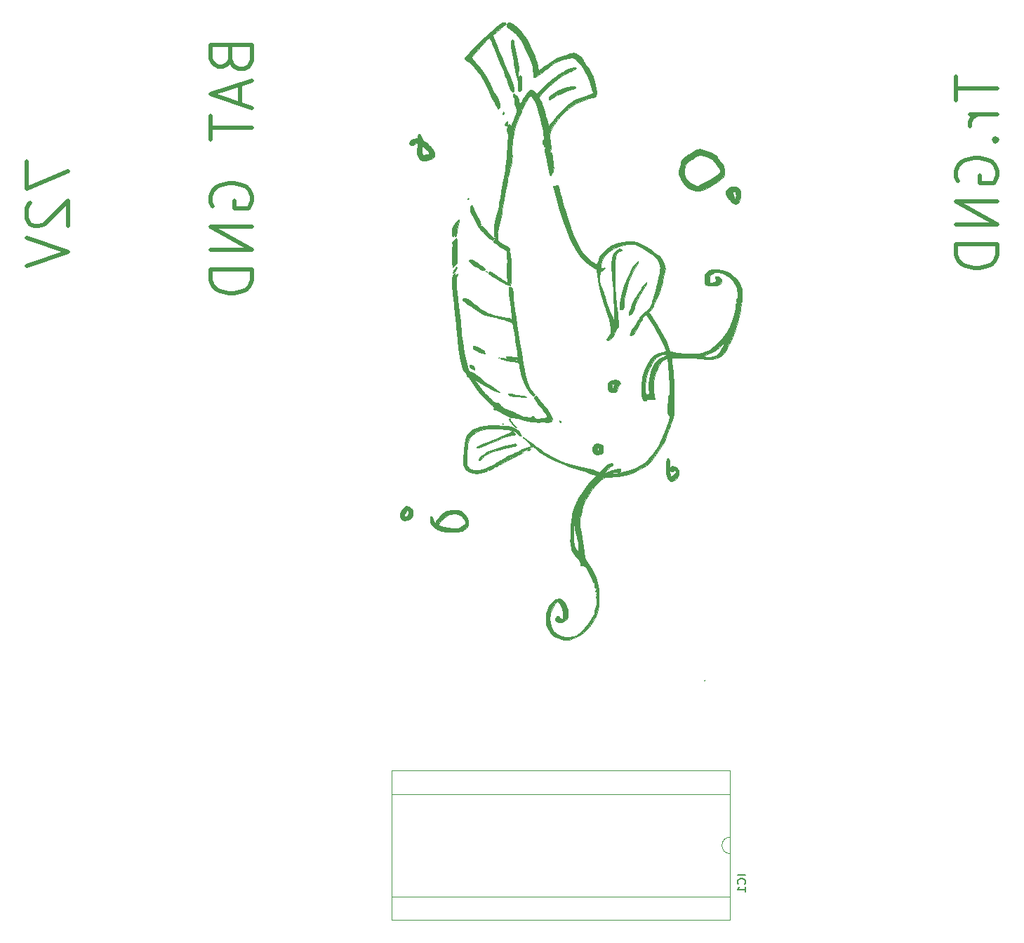
<source format=gbo>
G04 #@! TF.FileFunction,Legend,Bot*
%FSLAX46Y46*%
G04 Gerber Fmt 4.6, Leading zero omitted, Abs format (unit mm)*
G04 Created by KiCad (PCBNEW 4.0.4-stable) date 05/13/17 14:37:42*
%MOMM*%
%LPD*%
G01*
G04 APERTURE LIST*
%ADD10C,0.100000*%
%ADD11C,0.500000*%
%ADD12C,0.010000*%
%ADD13C,0.120000*%
%ADD14C,0.150000*%
G04 APERTURE END LIST*
D10*
D11*
X197689905Y-28407286D02*
X197689905Y-31264429D01*
X202689905Y-29835858D02*
X197689905Y-29835858D01*
X202689905Y-32931096D02*
X199356571Y-32931096D01*
X200308952Y-32931096D02*
X199832762Y-33169191D01*
X199594667Y-33407287D01*
X199356571Y-33883477D01*
X199356571Y-34359668D01*
X202213714Y-36026334D02*
X202451810Y-36264429D01*
X202689905Y-36026334D01*
X202451810Y-35788239D01*
X202213714Y-36026334D01*
X202689905Y-36026334D01*
X197928000Y-41026334D02*
X197689905Y-40550143D01*
X197689905Y-39835858D01*
X197928000Y-39121572D01*
X198404190Y-38645381D01*
X198880381Y-38407286D01*
X199832762Y-38169191D01*
X200547048Y-38169191D01*
X201499429Y-38407286D01*
X201975619Y-38645381D01*
X202451810Y-39121572D01*
X202689905Y-39835858D01*
X202689905Y-40312048D01*
X202451810Y-41026334D01*
X202213714Y-41264429D01*
X200547048Y-41264429D01*
X200547048Y-40312048D01*
X202689905Y-43407286D02*
X197689905Y-43407286D01*
X202689905Y-46264429D01*
X197689905Y-46264429D01*
X202689905Y-48645381D02*
X197689905Y-48645381D01*
X197689905Y-49835857D01*
X197928000Y-50550143D01*
X198404190Y-51026334D01*
X198880381Y-51264429D01*
X199832762Y-51502524D01*
X200547048Y-51502524D01*
X201499429Y-51264429D01*
X201975619Y-51026334D01*
X202451810Y-50550143D01*
X202689905Y-49835857D01*
X202689905Y-48645381D01*
X85548905Y-38574524D02*
X85548905Y-41907857D01*
X90548905Y-39765000D01*
X86025095Y-43574524D02*
X85787000Y-43812619D01*
X85548905Y-44288810D01*
X85548905Y-45479286D01*
X85787000Y-45955476D01*
X86025095Y-46193572D01*
X86501286Y-46431667D01*
X86977476Y-46431667D01*
X87691762Y-46193572D01*
X90548905Y-43336429D01*
X90548905Y-46431667D01*
X85548905Y-47860238D02*
X90548905Y-49526905D01*
X85548905Y-51193572D01*
X110154857Y-26216715D02*
X110392952Y-26931001D01*
X110631048Y-27169096D01*
X111107238Y-27407191D01*
X111821524Y-27407191D01*
X112297714Y-27169096D01*
X112535810Y-26931001D01*
X112773905Y-26454810D01*
X112773905Y-24550048D01*
X107773905Y-24550048D01*
X107773905Y-26216715D01*
X108012000Y-26692905D01*
X108250095Y-26931001D01*
X108726286Y-27169096D01*
X109202476Y-27169096D01*
X109678667Y-26931001D01*
X109916762Y-26692905D01*
X110154857Y-26216715D01*
X110154857Y-24550048D01*
X111345333Y-29311953D02*
X111345333Y-31692905D01*
X112773905Y-28835762D02*
X107773905Y-30502429D01*
X112773905Y-32169096D01*
X107773905Y-33121476D02*
X107773905Y-35978619D01*
X112773905Y-34550048D02*
X107773905Y-34550048D01*
X108012000Y-44073858D02*
X107773905Y-43597667D01*
X107773905Y-42883382D01*
X108012000Y-42169096D01*
X108488190Y-41692905D01*
X108964381Y-41454810D01*
X109916762Y-41216715D01*
X110631048Y-41216715D01*
X111583429Y-41454810D01*
X112059619Y-41692905D01*
X112535810Y-42169096D01*
X112773905Y-42883382D01*
X112773905Y-43359572D01*
X112535810Y-44073858D01*
X112297714Y-44311953D01*
X110631048Y-44311953D01*
X110631048Y-43359572D01*
X112773905Y-46454810D02*
X107773905Y-46454810D01*
X112773905Y-49311953D01*
X107773905Y-49311953D01*
X112773905Y-51692905D02*
X107773905Y-51692905D01*
X107773905Y-52883381D01*
X108012000Y-53597667D01*
X108488190Y-54073858D01*
X108964381Y-54311953D01*
X109916762Y-54550048D01*
X110631048Y-54550048D01*
X111583429Y-54311953D01*
X112059619Y-54073858D01*
X112535810Y-53597667D01*
X112773905Y-52883381D01*
X112773905Y-51692905D01*
D12*
G36*
X138278806Y-75268841D02*
X138374045Y-75567005D01*
X138528696Y-75793101D01*
X138749730Y-75970705D01*
X138986674Y-76097287D01*
X139408243Y-76248422D01*
X139829002Y-76293537D01*
X140303080Y-76234806D01*
X140595981Y-76161893D01*
X140935285Y-76042695D01*
X141112573Y-75919683D01*
X141140577Y-75865560D01*
X141210485Y-75736161D01*
X141260871Y-75710667D01*
X141302207Y-75763122D01*
X141288333Y-75795334D01*
X141265636Y-75866386D01*
X141343027Y-75861260D01*
X141538957Y-75775768D01*
X141675696Y-75707420D01*
X141867449Y-75588609D01*
X141963542Y-75486479D01*
X141964259Y-75454390D01*
X141980539Y-75408764D01*
X142039320Y-75421823D01*
X142201928Y-75424363D01*
X142373538Y-75352982D01*
X142484111Y-75244316D01*
X142493990Y-75184001D01*
X142547139Y-75092102D01*
X142643000Y-75054977D01*
X142753079Y-75045008D01*
X142710794Y-75094122D01*
X142685333Y-75112152D01*
X142576168Y-75197462D01*
X142596535Y-75209333D01*
X142727601Y-75155948D01*
X142950536Y-75045491D01*
X143246508Y-74886144D01*
X143386770Y-74807345D01*
X143800310Y-74579798D01*
X144279734Y-74327199D01*
X144737235Y-74095579D01*
X144844333Y-74043229D01*
X145140367Y-73895012D01*
X145345289Y-73782472D01*
X145436582Y-73718700D01*
X145415833Y-73710957D01*
X145268889Y-73711089D01*
X145225333Y-73670740D01*
X145289963Y-73596144D01*
X145309757Y-73594000D01*
X145420793Y-73558957D01*
X145641205Y-73465830D01*
X145929092Y-73332626D01*
X146018213Y-73289562D01*
X146642245Y-72985123D01*
X146921252Y-73257861D01*
X147369898Y-73632721D01*
X147954539Y-74023187D01*
X148644586Y-74414472D01*
X149409448Y-74791790D01*
X150218538Y-75140355D01*
X151041266Y-75445381D01*
X151847043Y-75692081D01*
X152083333Y-75753107D01*
X152477655Y-75855478D01*
X152818394Y-75953864D01*
X153067566Y-76036650D01*
X153184000Y-76089597D01*
X153331302Y-76165879D01*
X153580392Y-76262543D01*
X153800092Y-76334637D01*
X154289185Y-76482744D01*
X153729933Y-77091539D01*
X153325638Y-77566650D01*
X152906968Y-78119320D01*
X152505859Y-78702650D01*
X152154245Y-79269736D01*
X152041000Y-79480960D01*
X152041000Y-80198000D01*
X152083333Y-80240334D01*
X152041000Y-80282667D01*
X151998666Y-80240334D01*
X152041000Y-80198000D01*
X152041000Y-79480960D01*
X151884063Y-79773679D01*
X151841879Y-79864383D01*
X151772888Y-80026453D01*
X151772888Y-81411556D01*
X151823223Y-81423178D01*
X151829333Y-81468000D01*
X151798355Y-81537690D01*
X151772888Y-81524445D01*
X151762755Y-81423965D01*
X151772888Y-81411556D01*
X151772888Y-80026453D01*
X151712944Y-80167270D01*
X151712944Y-81710251D01*
X151727602Y-81822708D01*
X151728161Y-81849000D01*
X151719009Y-81993596D01*
X151692504Y-82006327D01*
X151689130Y-81998778D01*
X151672381Y-81830699D01*
X151685993Y-81744778D01*
X151712944Y-81710251D01*
X151712944Y-80167270D01*
X151656768Y-80299237D01*
X151645445Y-80330944D01*
X151645445Y-82187667D01*
X151652722Y-82468406D01*
X151676602Y-82672349D01*
X151734670Y-82987511D01*
X151816752Y-83361691D01*
X151867266Y-83569072D01*
X151980380Y-84022207D01*
X152057829Y-84356597D01*
X152106832Y-84617309D01*
X152134610Y-84849411D01*
X152148381Y-85097970D01*
X152154587Y-85362667D01*
X152164234Y-85913000D01*
X151996989Y-85701334D01*
X151797115Y-85356908D01*
X151654020Y-84894099D01*
X151564131Y-84297403D01*
X151526523Y-83660699D01*
X151521533Y-83244607D01*
X151529382Y-82868813D01*
X151548393Y-82578550D01*
X151572026Y-82433032D01*
X151645445Y-82187667D01*
X151645445Y-80330944D01*
X151511791Y-80705208D01*
X151401805Y-81113286D01*
X151321666Y-81554459D01*
X151279000Y-81943327D01*
X151279000Y-84939334D01*
X151321333Y-84981667D01*
X151279000Y-85024000D01*
X151236666Y-84981667D01*
X151279000Y-84939334D01*
X151279000Y-81943327D01*
X151266230Y-82059717D01*
X151230355Y-82660050D01*
X151208895Y-83386446D01*
X151203307Y-83711667D01*
X151198411Y-84337910D01*
X151210089Y-84826099D01*
X151246676Y-85207313D01*
X151316507Y-85512632D01*
X151427918Y-85773134D01*
X151589245Y-86019898D01*
X151808825Y-86284003D01*
X151928845Y-86416771D01*
X152177712Y-86697478D01*
X152324746Y-86893277D01*
X152389412Y-87037416D01*
X152391176Y-87163142D01*
X152384304Y-87194665D01*
X152360707Y-87349615D01*
X152427829Y-87384991D01*
X152531651Y-87364253D01*
X152740758Y-87373958D01*
X152907822Y-87502192D01*
X153024993Y-87661900D01*
X153183475Y-87919744D01*
X153362270Y-88236060D01*
X153540379Y-88571182D01*
X153696802Y-88885445D01*
X153810542Y-89139186D01*
X153860598Y-89292737D01*
X153861333Y-89303296D01*
X153929572Y-89411219D01*
X153993330Y-89426667D01*
X154081416Y-89467074D01*
X154073890Y-89509893D01*
X154054316Y-89642161D01*
X154072938Y-89859273D01*
X154079887Y-89899268D01*
X154131303Y-90088884D01*
X154187263Y-90118178D01*
X154209697Y-90091209D01*
X154264962Y-90045520D01*
X154283258Y-90157030D01*
X154283370Y-90167500D01*
X154252511Y-90316152D01*
X154200000Y-90358000D01*
X154118586Y-90423088D01*
X154115333Y-90447664D01*
X154166359Y-90500003D01*
X154194149Y-90488616D01*
X154294094Y-90488237D01*
X154339734Y-90586985D01*
X154302597Y-90716633D01*
X154293970Y-90727790D01*
X154253497Y-90862127D01*
X154303614Y-90935748D01*
X154359772Y-91018474D01*
X154301599Y-91035334D01*
X154211582Y-91103624D01*
X154200000Y-91162334D01*
X154247941Y-91274970D01*
X154288870Y-91289334D01*
X154325662Y-91364271D01*
X154334994Y-91556132D01*
X154321044Y-91815486D01*
X154287991Y-92092905D01*
X154240012Y-92338960D01*
X154187090Y-92493580D01*
X154132688Y-92672338D01*
X154095803Y-92924375D01*
X154092393Y-92971784D01*
X154070310Y-93174041D01*
X154038763Y-93274677D01*
X154028328Y-93277011D01*
X153972120Y-93333898D01*
X153861579Y-93508999D01*
X153717353Y-93768702D01*
X153666457Y-93866129D01*
X153326635Y-94427984D01*
X152916914Y-94948902D01*
X152473210Y-95388860D01*
X152031442Y-95707834D01*
X151995927Y-95727652D01*
X151559631Y-95902354D01*
X151060318Y-96004513D01*
X150563910Y-96026273D01*
X150136326Y-95959775D01*
X150112329Y-95952160D01*
X149594940Y-95700798D01*
X149187380Y-95337030D01*
X148894466Y-94881287D01*
X148721016Y-94354002D01*
X148671845Y-93775609D01*
X148751773Y-93166539D01*
X148965616Y-92547226D01*
X149205528Y-92105943D01*
X149361867Y-91888366D01*
X149499172Y-91746336D01*
X149562635Y-91714475D01*
X149688964Y-91787460D01*
X149848318Y-91973556D01*
X150011198Y-92228504D01*
X150148105Y-92508048D01*
X150210412Y-92686334D01*
X150270145Y-92983880D01*
X150299012Y-93302107D01*
X150296678Y-93590833D01*
X150262809Y-93799876D01*
X150218323Y-93873115D01*
X150113501Y-93849855D01*
X149951153Y-93728275D01*
X149877546Y-93655233D01*
X149715408Y-93491062D01*
X149613585Y-93437857D01*
X149519317Y-93480540D01*
X149456556Y-93534910D01*
X149299509Y-93748881D01*
X149292024Y-93945343D01*
X149414362Y-94103383D01*
X149646786Y-94202090D01*
X149969557Y-94220550D01*
X150089867Y-94205905D01*
X150462377Y-94087516D01*
X150713965Y-93868132D01*
X150848855Y-93539180D01*
X150871268Y-93092090D01*
X150824246Y-92715245D01*
X150703719Y-92271920D01*
X150518618Y-91881728D01*
X150292645Y-91586062D01*
X150096706Y-91444646D01*
X149797617Y-91391049D01*
X149451534Y-91453442D01*
X149120259Y-91618062D01*
X149039050Y-91680198D01*
X148872611Y-91866830D01*
X148682871Y-92148526D01*
X148513106Y-92459996D01*
X148354943Y-92830857D01*
X148262236Y-93174357D01*
X148214005Y-93576054D01*
X148205384Y-93714857D01*
X148193007Y-94089643D01*
X148210451Y-94360881D01*
X148267391Y-94593151D01*
X148373505Y-94851035D01*
X148376636Y-94857857D01*
X148538550Y-95167636D01*
X148723187Y-95460816D01*
X148821162Y-95590329D01*
X149169440Y-95895985D01*
X149625128Y-96144100D01*
X150128795Y-96306081D01*
X150394150Y-96347165D01*
X151007766Y-96320837D01*
X151629942Y-96142663D01*
X152241951Y-95827917D01*
X152825064Y-95391874D01*
X153360554Y-94849807D01*
X153829693Y-94216991D01*
X154213752Y-93508699D01*
X154380774Y-93095749D01*
X154489616Y-92673170D01*
X154566342Y-92134398D01*
X154609157Y-91529836D01*
X154616265Y-90909889D01*
X154585870Y-90324959D01*
X154516176Y-89825451D01*
X154499920Y-89751065D01*
X154233381Y-88823937D01*
X153897344Y-88037703D01*
X153484001Y-87375561D01*
X153278466Y-87122430D01*
X153071078Y-86797126D01*
X153057000Y-86757319D01*
X153057000Y-87310000D01*
X153099333Y-87352334D01*
X153057000Y-87394667D01*
X153014666Y-87352334D01*
X153057000Y-87310000D01*
X153057000Y-86757319D01*
X152909628Y-86340603D01*
X152791019Y-85741338D01*
X152714806Y-85024000D01*
X152662654Y-84548306D01*
X152578310Y-84010933D01*
X152478031Y-83512460D01*
X152454782Y-83415334D01*
X152356722Y-83010184D01*
X152294931Y-82697846D01*
X152268803Y-82429458D01*
X152277732Y-82156161D01*
X152321113Y-81829094D01*
X152398340Y-81399400D01*
X152427865Y-81243974D01*
X152545514Y-80668665D01*
X152662305Y-80212007D01*
X152796434Y-79824396D01*
X152966094Y-79456227D01*
X153189481Y-79057892D01*
X153291396Y-78889671D01*
X153720856Y-78238251D01*
X154135974Y-77714815D01*
X154566872Y-77283954D01*
X154863911Y-77041137D01*
X155151846Y-76838015D01*
X155369898Y-76729514D01*
X155570343Y-76692991D01*
X155665658Y-76693850D01*
X155977279Y-76688481D01*
X156400792Y-76653751D01*
X156883039Y-76596920D01*
X157370861Y-76525253D01*
X157811099Y-76446009D01*
X158150595Y-76366453D01*
X158221666Y-76344676D01*
X158642586Y-76185194D01*
X159112822Y-75976069D01*
X159587285Y-75740420D01*
X160020885Y-75501368D01*
X160368535Y-75282033D01*
X160522614Y-75164823D01*
X160891226Y-74795570D01*
X161296139Y-74295816D01*
X161715685Y-73694164D01*
X162063716Y-73130683D01*
X162342479Y-72625629D01*
X162587110Y-72114126D01*
X162816902Y-71550670D01*
X163051148Y-70889760D01*
X163177532Y-70503667D01*
X163305733Y-70114375D01*
X163430441Y-69753998D01*
X163533770Y-69473387D01*
X163578763Y-69362880D01*
X163616610Y-69256148D01*
X163645063Y-69116220D01*
X163664641Y-68923192D01*
X163675864Y-68657161D01*
X163679251Y-68298224D01*
X163675321Y-67826476D01*
X163664593Y-67222016D01*
X163650807Y-66601335D01*
X163629539Y-65861741D01*
X163601770Y-65155291D01*
X163569099Y-64510892D01*
X163533125Y-63957457D01*
X163495446Y-63523894D01*
X163468507Y-63304499D01*
X163415633Y-62946569D01*
X163373909Y-62653258D01*
X163348811Y-62463672D01*
X163344000Y-62415147D01*
X163426324Y-62358087D01*
X163666085Y-62319976D01*
X164052465Y-62300674D01*
X164574648Y-62300040D01*
X165221816Y-62317936D01*
X165983153Y-62354221D01*
X166847840Y-62408754D01*
X167679534Y-62471236D01*
X168312703Y-62458671D01*
X168887223Y-62322458D01*
X169370252Y-62071630D01*
X169497158Y-61971245D01*
X169668370Y-61784879D01*
X169860283Y-61500978D01*
X170084981Y-61099520D01*
X170354552Y-60560483D01*
X170377371Y-60513000D01*
X170978579Y-59094263D01*
X171413946Y-57690466D01*
X171639967Y-56600432D01*
X171700892Y-56210121D01*
X171731948Y-55955703D01*
X171733383Y-55806438D01*
X171705446Y-55731585D01*
X171648383Y-55700403D01*
X171647220Y-55700087D01*
X171569052Y-55669789D01*
X171655283Y-55654977D01*
X171662500Y-55654488D01*
X171789636Y-55615887D01*
X171812896Y-55581167D01*
X171818547Y-55471200D01*
X171831419Y-55239157D01*
X171848902Y-54932009D01*
X171851743Y-54882667D01*
X171855106Y-54462302D01*
X171823162Y-54056750D01*
X171780441Y-53818576D01*
X171595171Y-53321715D01*
X171293644Y-52878179D01*
X170855987Y-52462987D01*
X170491300Y-52197949D01*
X169963423Y-51896512D01*
X169447244Y-51721979D01*
X168873003Y-51652801D01*
X168715587Y-51649462D01*
X168221446Y-51694239D01*
X167814505Y-51827001D01*
X167523080Y-52036248D01*
X167425610Y-52173334D01*
X167377672Y-52353571D01*
X167353297Y-52627070D01*
X167351551Y-52937272D01*
X167371500Y-53227621D01*
X167412212Y-53441560D01*
X167447697Y-53511254D01*
X167554950Y-53542309D01*
X167785532Y-53571300D01*
X168093475Y-53592757D01*
X168155566Y-53595476D01*
X168691750Y-53579845D01*
X169083956Y-53485403D01*
X169329646Y-53313171D01*
X169424300Y-53085119D01*
X169385444Y-52848827D01*
X169245075Y-52637190D01*
X169048137Y-52495954D01*
X168839578Y-52470862D01*
X168824757Y-52474927D01*
X168656574Y-52533894D01*
X168614150Y-52606558D01*
X168670413Y-52757903D01*
X168689466Y-52799689D01*
X168741458Y-53012049D01*
X168657815Y-53145691D01*
X168428100Y-53211413D01*
X168281785Y-53221482D01*
X168080578Y-53219970D01*
X167982985Y-53168365D01*
X167944909Y-53021351D01*
X167931809Y-52861826D01*
X167973974Y-52496038D01*
X168159051Y-52220931D01*
X168486510Y-52037195D01*
X168587818Y-52006347D01*
X169003570Y-51977609D01*
X169454033Y-52083981D01*
X169910442Y-52303586D01*
X170344036Y-52614548D01*
X170726051Y-52994988D01*
X171027725Y-53423031D01*
X171220295Y-53876798D01*
X171256313Y-54036000D01*
X171326473Y-54517375D01*
X171344047Y-54840088D01*
X171309154Y-55006401D01*
X171306794Y-55009667D01*
X171209673Y-55223272D01*
X171186645Y-55461754D01*
X171242710Y-55635347D01*
X171294465Y-55718814D01*
X171248792Y-55704205D01*
X171156911Y-55723759D01*
X171090775Y-55896012D01*
X171054721Y-56205687D01*
X171049334Y-56406667D01*
X171012952Y-56727114D01*
X170916106Y-57151193D01*
X170773967Y-57631035D01*
X170601710Y-58118770D01*
X170414506Y-58566530D01*
X170278797Y-58837625D01*
X170079641Y-59166200D01*
X169828304Y-59537563D01*
X169759091Y-59630607D01*
X169759091Y-60483135D01*
X169777042Y-60483145D01*
X169742817Y-60581273D01*
X169651477Y-60786219D01*
X169522691Y-61053876D01*
X169520880Y-61057526D01*
X169207259Y-61578851D01*
X168854988Y-61941911D01*
X168448495Y-62156196D01*
X167972210Y-62231196D01*
X167628010Y-62211039D01*
X167324712Y-62158055D01*
X167180448Y-62097531D01*
X167198338Y-62034013D01*
X167381503Y-61972046D01*
X167453766Y-61957275D01*
X168070182Y-61765174D01*
X168683993Y-61431478D01*
X169255700Y-60979857D01*
X169501875Y-60730007D01*
X169659429Y-60566609D01*
X169759091Y-60483135D01*
X169759091Y-59630607D01*
X169604677Y-59838190D01*
X169046802Y-60480595D01*
X168496051Y-60977266D01*
X167924613Y-61348161D01*
X167304675Y-61613238D01*
X167007255Y-61702052D01*
X166590011Y-61776525D01*
X166056044Y-61818586D01*
X165454834Y-61828230D01*
X164835863Y-61805451D01*
X164248609Y-61750244D01*
X163936666Y-61702391D01*
X163605120Y-61643230D01*
X163339868Y-61597971D01*
X163301666Y-61592064D01*
X163301666Y-61910000D01*
X163344000Y-61952334D01*
X163301666Y-61994667D01*
X163259333Y-61952334D01*
X163301666Y-61910000D01*
X163301666Y-61592064D01*
X163182909Y-61573698D01*
X163160227Y-61571449D01*
X163105844Y-61498173D01*
X163048883Y-61319561D01*
X163043589Y-61296167D01*
X162935891Y-60942298D01*
X162749584Y-60480037D01*
X162501151Y-59941099D01*
X162207082Y-59357199D01*
X161883860Y-58760053D01*
X161547974Y-58181377D01*
X161215909Y-57652886D01*
X160949228Y-57267164D01*
X160618485Y-56815328D01*
X160795005Y-56650875D01*
X160959707Y-56459488D01*
X161098770Y-56234605D01*
X161183821Y-56030414D01*
X161187078Y-55902031D01*
X161199234Y-55795592D01*
X161226175Y-55772383D01*
X161297713Y-55689438D01*
X161404233Y-55500295D01*
X161553426Y-55189527D01*
X161752985Y-54741707D01*
X161838624Y-54544000D01*
X161931337Y-54291189D01*
X162043650Y-53928389D01*
X162165783Y-53494299D01*
X162287955Y-53027617D01*
X162400384Y-52567042D01*
X162493291Y-52151273D01*
X162556893Y-51819009D01*
X162581410Y-51608948D01*
X162581439Y-51605010D01*
X162540773Y-51315300D01*
X162434541Y-50951445D01*
X162287816Y-50582330D01*
X162125668Y-50276844D01*
X162068694Y-50196153D01*
X161913535Y-50047699D01*
X161643205Y-49837159D01*
X161289995Y-49585684D01*
X160886199Y-49314422D01*
X160464107Y-49044524D01*
X160056012Y-48797142D01*
X159694206Y-48593424D01*
X159410981Y-48454521D01*
X159407000Y-48452829D01*
X158797436Y-48280947D01*
X158125187Y-48240044D01*
X157423196Y-48321351D01*
X156724405Y-48516100D01*
X156061757Y-48815521D01*
X155468193Y-49210847D01*
X155043948Y-49614183D01*
X154779853Y-49991964D01*
X154566249Y-50444597D01*
X154536287Y-50529483D01*
X154355133Y-51073852D01*
X154102889Y-50925093D01*
X153641767Y-50612145D01*
X153183018Y-50230042D01*
X152786304Y-49831146D01*
X152609239Y-49614209D01*
X152433063Y-49345863D01*
X152220875Y-48979198D01*
X151995818Y-48559373D01*
X151781041Y-48131549D01*
X151599689Y-47740889D01*
X151474907Y-47432551D01*
X151447413Y-47347334D01*
X151368322Y-47110798D01*
X151278209Y-46881667D01*
X151190247Y-46649169D01*
X151065941Y-46282715D01*
X150914191Y-45811525D01*
X150743898Y-45264820D01*
X150563963Y-44671819D01*
X150383286Y-44061743D01*
X150210768Y-43463812D01*
X150055310Y-42907247D01*
X149962922Y-42563667D01*
X149840805Y-42102891D01*
X149751869Y-41783772D01*
X149686259Y-41584197D01*
X149634121Y-41482049D01*
X149585598Y-41455214D01*
X149530835Y-41481577D01*
X149493913Y-41511215D01*
X149318630Y-41573582D01*
X149205117Y-41565586D01*
X149068835Y-41537552D01*
X149035333Y-41539946D01*
X149057052Y-41623296D01*
X149117663Y-41845029D01*
X149210346Y-42180479D01*
X149328282Y-42604982D01*
X149464651Y-43093875D01*
X149495488Y-43204187D01*
X149874874Y-44494198D01*
X150264589Y-45691701D01*
X150659910Y-46785556D01*
X151056110Y-47764624D01*
X151448464Y-48617766D01*
X151832248Y-49333844D01*
X152202735Y-49901718D01*
X152476657Y-50231694D01*
X152711005Y-50457084D01*
X153005939Y-50711639D01*
X153329565Y-50971301D01*
X153649990Y-51212008D01*
X153935321Y-51409700D01*
X154153664Y-51540316D01*
X154264761Y-51580667D01*
X154306744Y-51658674D01*
X154349325Y-51866430D01*
X154385183Y-52164536D01*
X154394521Y-52279167D01*
X154488286Y-53018123D01*
X154670939Y-53886695D01*
X154939368Y-54872340D01*
X155290461Y-55962513D01*
X155353046Y-56142797D01*
X155628723Y-56955336D01*
X155835453Y-57631895D01*
X155974724Y-58190483D01*
X156048020Y-58649109D01*
X156056829Y-59025784D01*
X156002637Y-59338517D01*
X155886929Y-59605318D01*
X155711193Y-59844196D01*
X155662836Y-59896665D01*
X155529217Y-60052541D01*
X155511555Y-60136054D01*
X155576940Y-60178352D01*
X155791105Y-60176328D01*
X156019661Y-60033779D01*
X156239005Y-59775194D01*
X156425538Y-59425064D01*
X156500018Y-59220467D01*
X156604898Y-58985560D01*
X156734651Y-58822635D01*
X156775378Y-58796532D01*
X156857656Y-58721155D01*
X156908255Y-58569979D01*
X156927700Y-58323856D01*
X156916515Y-57963638D01*
X156875225Y-57470179D01*
X156824613Y-56999334D01*
X156705676Y-55862936D01*
X156613043Y-54779055D01*
X156546904Y-53761818D01*
X156507445Y-52825352D01*
X156494857Y-51983785D01*
X156509327Y-51251243D01*
X156551045Y-50641854D01*
X156620197Y-50169744D01*
X156716975Y-49849040D01*
X156728854Y-49824514D01*
X156885431Y-49579981D01*
X157052795Y-49466058D01*
X157134429Y-49448574D01*
X157331122Y-49387513D01*
X157390658Y-49290837D01*
X157303874Y-49195270D01*
X157206374Y-49160279D01*
X157020958Y-49152712D01*
X156823061Y-49243735D01*
X156672525Y-49355912D01*
X156434268Y-49612769D01*
X156265217Y-49951567D01*
X156162016Y-50389896D01*
X156121308Y-50945348D01*
X156139735Y-51635511D01*
X156167227Y-52004000D01*
X156221409Y-52674181D01*
X156271242Y-53374070D01*
X156315996Y-54084597D01*
X156354943Y-54786694D01*
X156387354Y-55461293D01*
X156412499Y-56089326D01*
X156429651Y-56651725D01*
X156438080Y-57129420D01*
X156437057Y-57503345D01*
X156425855Y-57754429D01*
X156403743Y-57863606D01*
X156391153Y-57862699D01*
X156340064Y-57758937D01*
X156244476Y-57523952D01*
X156114842Y-57186685D01*
X155961618Y-56776081D01*
X155795258Y-56321083D01*
X155626217Y-55850636D01*
X155464949Y-55393681D01*
X155321910Y-54979164D01*
X155207553Y-54636027D01*
X155132334Y-54393215D01*
X155115956Y-54332334D01*
X155025433Y-54037958D01*
X154916045Y-53779450D01*
X154867900Y-53695507D01*
X154778363Y-53529613D01*
X154722642Y-53327356D01*
X154695391Y-53050142D01*
X154691267Y-52659374D01*
X154695232Y-52448500D01*
X154718516Y-52116868D01*
X154769359Y-51945980D01*
X154813833Y-51917871D01*
X154941372Y-51859953D01*
X155103947Y-51721941D01*
X155110166Y-51715437D01*
X155247192Y-51551121D01*
X155299807Y-51447249D01*
X155256582Y-51432240D01*
X155215242Y-51454135D01*
X155072265Y-51473777D01*
X154955093Y-51451475D01*
X154847174Y-51394718D01*
X154812289Y-51283958D01*
X154835328Y-51066139D01*
X154838997Y-51043843D01*
X155015102Y-50487731D01*
X155342052Y-49973616D01*
X155803728Y-49515274D01*
X156384011Y-49126481D01*
X157066780Y-48821012D01*
X157633635Y-48655524D01*
X158072962Y-48579729D01*
X158482924Y-48573068D01*
X158891430Y-48644279D01*
X159326390Y-48802100D01*
X159815713Y-49055268D01*
X160387310Y-49412523D01*
X160677000Y-49608330D01*
X161056995Y-49876470D01*
X161324599Y-50086846D01*
X161511778Y-50270210D01*
X161650498Y-50457313D01*
X161756500Y-50646783D01*
X161948278Y-51154959D01*
X161989333Y-51502074D01*
X161966063Y-51770734D01*
X161902067Y-52164803D01*
X161806069Y-52647738D01*
X161686789Y-53182995D01*
X161552949Y-53734031D01*
X161413273Y-54264302D01*
X161276481Y-54737263D01*
X161151297Y-55116373D01*
X161088479Y-55276462D01*
X161008368Y-55503927D01*
X160973390Y-55686125D01*
X160973333Y-55690918D01*
X160910850Y-55912609D01*
X160744957Y-56192073D01*
X160507981Y-56485849D01*
X160232255Y-56750476D01*
X160121235Y-56836370D01*
X159877716Y-57033400D01*
X159682351Y-57231062D01*
X159605653Y-57338000D01*
X159465980Y-57581036D01*
X159267716Y-57899629D01*
X159050891Y-58231685D01*
X158855532Y-58515106D01*
X158786997Y-58608000D01*
X158592423Y-58892162D01*
X158439537Y-59170140D01*
X158346670Y-59402252D01*
X158332154Y-59548813D01*
X158343507Y-59568041D01*
X158505764Y-59632120D01*
X158690173Y-59554172D01*
X158867921Y-59353655D01*
X158977329Y-59140034D01*
X159111243Y-58858780D01*
X159303022Y-58516988D01*
X159502372Y-58202012D01*
X159671401Y-57933834D01*
X159787419Y-57711899D01*
X159829031Y-57578040D01*
X159827152Y-57567012D01*
X159865660Y-57457833D01*
X160007865Y-57315078D01*
X160054849Y-57280231D01*
X160319814Y-57095463D01*
X160531376Y-57407217D01*
X160877610Y-57935286D01*
X161225061Y-58497575D01*
X161561459Y-59071045D01*
X161874534Y-59632660D01*
X162152016Y-60159380D01*
X162381634Y-60628168D01*
X162551118Y-61015986D01*
X162648199Y-61299796D01*
X162666666Y-61416336D01*
X162586496Y-61541865D01*
X162525555Y-61563223D01*
X162525555Y-61910472D01*
X162700289Y-61936629D01*
X162728472Y-62004366D01*
X162622213Y-62096095D01*
X162393622Y-62194227D01*
X162312842Y-62219439D01*
X161927316Y-62390541D01*
X161592527Y-62672349D01*
X161296339Y-63080588D01*
X161026614Y-63630982D01*
X160841343Y-64126004D01*
X160644029Y-64860864D01*
X160576645Y-65546414D01*
X160617266Y-66129698D01*
X160654436Y-66422619D01*
X160656413Y-66591677D01*
X160615966Y-66680017D01*
X160525860Y-66730785D01*
X160515850Y-66734685D01*
X160344223Y-66760429D01*
X160261518Y-66730773D01*
X160230038Y-66620440D01*
X160206169Y-66380157D01*
X160192837Y-66049241D01*
X160191322Y-65787119D01*
X160272597Y-64834454D01*
X160503922Y-63953001D01*
X160889170Y-63128496D01*
X160933682Y-63053000D01*
X161250912Y-62575894D01*
X161553474Y-62243052D01*
X161868866Y-62034737D01*
X162224587Y-61931214D01*
X162525555Y-61910472D01*
X162525555Y-61563223D01*
X162391500Y-61610206D01*
X161880784Y-61725197D01*
X161495210Y-61866685D01*
X161190627Y-62064893D01*
X160922883Y-62350046D01*
X160647829Y-62752366D01*
X160593054Y-62841334D01*
X160158863Y-63714458D01*
X159868073Y-64663778D01*
X159726191Y-65667211D01*
X159717025Y-66354727D01*
X159745803Y-66831330D01*
X159796398Y-67161531D01*
X159877087Y-67367716D01*
X159996147Y-67472275D01*
X160139690Y-67498000D01*
X160295207Y-67446400D01*
X160344488Y-67385491D01*
X160427858Y-67319745D01*
X160627535Y-67300015D01*
X160861705Y-67312293D01*
X161335748Y-67351605D01*
X161279087Y-66895636D01*
X161204032Y-66222949D01*
X161168256Y-65675985D01*
X161176649Y-65214660D01*
X161234103Y-64798893D01*
X161345509Y-64388600D01*
X161515758Y-63943699D01*
X161686019Y-63561000D01*
X161885201Y-63196603D01*
X162120233Y-62868883D01*
X162362510Y-62609890D01*
X162583424Y-62451672D01*
X162706240Y-62418000D01*
X162779785Y-62435576D01*
X162836394Y-62505061D01*
X162882268Y-62651596D01*
X162923606Y-62900319D01*
X162966611Y-63276369D01*
X162998616Y-63603334D01*
X163023467Y-63912148D01*
X163047462Y-64294100D01*
X163069941Y-64726467D01*
X163090245Y-65186523D01*
X163107714Y-65651544D01*
X163121687Y-66098807D01*
X163131506Y-66505587D01*
X163136509Y-66849160D01*
X163136038Y-67106801D01*
X163129433Y-67255788D01*
X163116033Y-67273394D01*
X163103100Y-67201667D01*
X163045595Y-66778334D01*
X162986911Y-67074667D01*
X162959680Y-67287387D01*
X162934657Y-67615806D01*
X162915465Y-68006296D01*
X162908529Y-68235745D01*
X162904156Y-68649798D01*
X162916259Y-68929890D01*
X162949006Y-69110946D01*
X163006563Y-69227890D01*
X163030358Y-69256875D01*
X163101514Y-69351428D01*
X163126705Y-69458677D01*
X163104611Y-69624615D01*
X163033912Y-69895234D01*
X163009571Y-69980846D01*
X162660477Y-71031677D01*
X162231318Y-72040349D01*
X161737994Y-72977721D01*
X161196406Y-73814651D01*
X160622455Y-74521995D01*
X160415693Y-74734706D01*
X160120286Y-75003841D01*
X159834411Y-75212684D01*
X159501188Y-75397287D01*
X159063737Y-75593700D01*
X159053781Y-75597893D01*
X158348562Y-75873987D01*
X157728417Y-76067697D01*
X157139585Y-76193589D01*
X156613000Y-76259097D01*
X156312200Y-76282225D01*
X156157404Y-76281832D01*
X156126546Y-76255046D01*
X156189666Y-76203972D01*
X156373205Y-76139540D01*
X156644398Y-76099770D01*
X156782333Y-76093878D01*
X157036519Y-76084076D01*
X157167801Y-76044151D01*
X157222358Y-75953133D01*
X157234365Y-75888626D01*
X157240833Y-75766457D01*
X157186436Y-75715674D01*
X157029865Y-75718889D01*
X156877545Y-75738427D01*
X156574524Y-75798898D01*
X156214818Y-75896755D01*
X156002179Y-75966571D01*
X155626708Y-76099388D01*
X155394667Y-76172215D01*
X155290164Y-76182413D01*
X155297304Y-76127346D01*
X155400193Y-76004373D01*
X155512333Y-75885254D01*
X155744516Y-75659525D01*
X155972250Y-75467636D01*
X156083833Y-75389806D01*
X156268389Y-75240745D01*
X156304485Y-75118014D01*
X156192733Y-75044507D01*
X156074308Y-75033334D01*
X155821003Y-75101502D01*
X155504456Y-75293184D01*
X155152511Y-75589145D01*
X154908486Y-75838707D01*
X154643305Y-76130253D01*
X154116557Y-75916216D01*
X153805250Y-75809927D01*
X153389908Y-75695596D01*
X152934035Y-75589758D01*
X152646070Y-75533352D01*
X151489045Y-75271716D01*
X150376878Y-74903092D01*
X149264607Y-74410877D01*
X148484701Y-73996790D01*
X148252278Y-73860844D01*
X148014570Y-73709575D01*
X147742289Y-73522639D01*
X147406144Y-73279692D01*
X146976845Y-72960392D01*
X146786437Y-72817250D01*
X146473060Y-72586602D01*
X146205455Y-72399696D01*
X146014235Y-72277267D01*
X145933362Y-72239334D01*
X145821899Y-72182754D01*
X145665080Y-72044849D01*
X145648980Y-72028001D01*
X145507645Y-71896048D01*
X145420838Y-71848991D01*
X145415499Y-71851612D01*
X145414067Y-71887954D01*
X145468859Y-71962896D01*
X145598292Y-72095525D01*
X145820781Y-72304930D01*
X146094666Y-72555589D01*
X146302861Y-72752613D01*
X146393320Y-72883961D01*
X146354945Y-72978798D01*
X146176639Y-73066290D01*
X145860333Y-73171456D01*
X145593373Y-73272099D01*
X145214623Y-73435620D01*
X145098333Y-73489069D01*
X145098333Y-73763334D01*
X145140666Y-73805667D01*
X145098333Y-73848000D01*
X145056000Y-73805667D01*
X145098333Y-73763334D01*
X145098333Y-73489069D01*
X144802000Y-73625271D01*
X144802000Y-73848000D01*
X144884465Y-73876887D01*
X144886666Y-73885337D01*
X144827337Y-73957623D01*
X144802000Y-73975000D01*
X144723981Y-73968287D01*
X144717333Y-73937664D01*
X144778793Y-73851446D01*
X144802000Y-73848000D01*
X144802000Y-73625271D01*
X144761093Y-73644074D01*
X144294000Y-73867915D01*
X144294000Y-74102000D01*
X144376465Y-74130887D01*
X144378666Y-74139337D01*
X144319337Y-74211623D01*
X144294000Y-74229000D01*
X144215981Y-74222287D01*
X144209333Y-74191664D01*
X144270793Y-74105446D01*
X144294000Y-74102000D01*
X144294000Y-73867915D01*
X144269792Y-73879517D01*
X143965326Y-74030794D01*
X143965326Y-74271334D01*
X144011230Y-74323499D01*
X143997666Y-74356000D01*
X143885507Y-74437506D01*
X143860673Y-74440667D01*
X143814769Y-74388501D01*
X143828333Y-74356000D01*
X143940492Y-74274494D01*
X143965326Y-74271334D01*
X143965326Y-74030794D01*
X143777731Y-74124003D01*
X143611154Y-74210097D01*
X143611154Y-74461425D01*
X143616666Y-74473007D01*
X143557063Y-74550272D01*
X143532000Y-74567667D01*
X143452845Y-74589242D01*
X143447333Y-74577660D01*
X143506936Y-74500395D01*
X143532000Y-74483000D01*
X143611154Y-74461425D01*
X143611154Y-74210097D01*
X143321919Y-74359588D01*
X143193333Y-74429750D01*
X143193333Y-74652334D01*
X143271352Y-74659046D01*
X143278000Y-74689670D01*
X143216539Y-74775888D01*
X143193333Y-74779334D01*
X143110867Y-74750447D01*
X143108666Y-74741997D01*
X143167995Y-74669711D01*
X143193333Y-74652334D01*
X143193333Y-74429750D01*
X143018487Y-74525154D01*
X143018487Y-74800092D01*
X143024000Y-74811673D01*
X142964396Y-74888939D01*
X142939333Y-74906334D01*
X142860179Y-74927908D01*
X142854666Y-74916327D01*
X142914270Y-74839062D01*
X142939333Y-74821667D01*
X143018487Y-74800092D01*
X143018487Y-74525154D01*
X142939366Y-74568327D01*
X142750231Y-74679444D01*
X142336096Y-74919683D01*
X142336096Y-75224666D01*
X142295517Y-75286689D01*
X142284577Y-75297840D01*
X142173569Y-75364716D01*
X142132759Y-75355649D01*
X142158167Y-75292667D01*
X142237181Y-75250444D01*
X142336096Y-75224666D01*
X142336096Y-74919683D01*
X141931373Y-75154464D01*
X141215905Y-75507351D01*
X140593324Y-75741279D01*
X140053125Y-75859420D01*
X139584802Y-75864948D01*
X139177853Y-75761037D01*
X139174570Y-75759670D01*
X138953929Y-75640658D01*
X138797304Y-75479654D01*
X138697006Y-75250802D01*
X138645347Y-74928250D01*
X138634636Y-74486142D01*
X138651754Y-74001617D01*
X138680636Y-73543978D01*
X138718453Y-73104127D01*
X138760208Y-72733267D01*
X138799273Y-72490081D01*
X138985996Y-72001988D01*
X139316140Y-71598674D01*
X139785633Y-71281741D01*
X140390402Y-71052788D01*
X141126373Y-70913415D01*
X141989472Y-70865221D01*
X142849243Y-70899375D01*
X143328472Y-70940159D01*
X143662696Y-70979364D01*
X143876096Y-71022544D01*
X143992851Y-71075251D01*
X144037138Y-71143038D01*
X144040000Y-71172844D01*
X144018976Y-71221774D01*
X143946090Y-71283965D01*
X143806616Y-71366282D01*
X143585829Y-71475590D01*
X143269004Y-71618755D01*
X142841417Y-71802642D01*
X142288343Y-72034115D01*
X141595057Y-72320040D01*
X141464779Y-72373497D01*
X140988818Y-72571260D01*
X140564841Y-72752291D01*
X140218650Y-72905178D01*
X139976051Y-73018508D01*
X139862849Y-73080868D01*
X139860346Y-73083121D01*
X139831446Y-73154915D01*
X139927728Y-73168976D01*
X140116973Y-73130010D01*
X140366963Y-73042723D01*
X140484000Y-72992016D01*
X140765089Y-72871104D01*
X141124705Y-72727269D01*
X141457666Y-72601748D01*
X141796473Y-72473287D01*
X142223949Y-72303557D01*
X142673644Y-72119203D01*
X142922859Y-72014204D01*
X143434295Y-71812446D01*
X143825804Y-71693714D01*
X144085703Y-71661548D01*
X144086677Y-71661612D01*
X144338961Y-71647952D01*
X144480983Y-71579583D01*
X144491771Y-71476114D01*
X144388648Y-71379252D01*
X144237036Y-71253131D01*
X144231148Y-71166690D01*
X144351488Y-71138667D01*
X144490230Y-71197558D01*
X144677551Y-71346551D01*
X144765073Y-71435000D01*
X144953496Y-71611568D01*
X145118182Y-71717614D01*
X145171167Y-71731334D01*
X145235295Y-71705385D01*
X145217356Y-71607475D01*
X145109949Y-71407510D01*
X145078680Y-71355270D01*
X144897255Y-71111455D01*
X144666654Y-70918273D01*
X144365656Y-70769026D01*
X143973044Y-70657016D01*
X143467598Y-70575545D01*
X142828098Y-70517914D01*
X142339012Y-70490464D01*
X141536514Y-70479158D01*
X140855096Y-70531193D01*
X140256636Y-70652216D01*
X139703011Y-70847875D01*
X139592400Y-70897344D01*
X139240404Y-71081293D01*
X138962587Y-71285448D01*
X138748001Y-71533236D01*
X138585699Y-71848085D01*
X138464734Y-72253420D01*
X138374159Y-72772669D01*
X138303027Y-73429259D01*
X138279880Y-73706185D01*
X138238693Y-74362006D01*
X138236012Y-74875033D01*
X138278806Y-75268841D01*
X138278806Y-75268841D01*
G37*
X138278806Y-75268841D02*
X138374045Y-75567005D01*
X138528696Y-75793101D01*
X138749730Y-75970705D01*
X138986674Y-76097287D01*
X139408243Y-76248422D01*
X139829002Y-76293537D01*
X140303080Y-76234806D01*
X140595981Y-76161893D01*
X140935285Y-76042695D01*
X141112573Y-75919683D01*
X141140577Y-75865560D01*
X141210485Y-75736161D01*
X141260871Y-75710667D01*
X141302207Y-75763122D01*
X141288333Y-75795334D01*
X141265636Y-75866386D01*
X141343027Y-75861260D01*
X141538957Y-75775768D01*
X141675696Y-75707420D01*
X141867449Y-75588609D01*
X141963542Y-75486479D01*
X141964259Y-75454390D01*
X141980539Y-75408764D01*
X142039320Y-75421823D01*
X142201928Y-75424363D01*
X142373538Y-75352982D01*
X142484111Y-75244316D01*
X142493990Y-75184001D01*
X142547139Y-75092102D01*
X142643000Y-75054977D01*
X142753079Y-75045008D01*
X142710794Y-75094122D01*
X142685333Y-75112152D01*
X142576168Y-75197462D01*
X142596535Y-75209333D01*
X142727601Y-75155948D01*
X142950536Y-75045491D01*
X143246508Y-74886144D01*
X143386770Y-74807345D01*
X143800310Y-74579798D01*
X144279734Y-74327199D01*
X144737235Y-74095579D01*
X144844333Y-74043229D01*
X145140367Y-73895012D01*
X145345289Y-73782472D01*
X145436582Y-73718700D01*
X145415833Y-73710957D01*
X145268889Y-73711089D01*
X145225333Y-73670740D01*
X145289963Y-73596144D01*
X145309757Y-73594000D01*
X145420793Y-73558957D01*
X145641205Y-73465830D01*
X145929092Y-73332626D01*
X146018213Y-73289562D01*
X146642245Y-72985123D01*
X146921252Y-73257861D01*
X147369898Y-73632721D01*
X147954539Y-74023187D01*
X148644586Y-74414472D01*
X149409448Y-74791790D01*
X150218538Y-75140355D01*
X151041266Y-75445381D01*
X151847043Y-75692081D01*
X152083333Y-75753107D01*
X152477655Y-75855478D01*
X152818394Y-75953864D01*
X153067566Y-76036650D01*
X153184000Y-76089597D01*
X153331302Y-76165879D01*
X153580392Y-76262543D01*
X153800092Y-76334637D01*
X154289185Y-76482744D01*
X153729933Y-77091539D01*
X153325638Y-77566650D01*
X152906968Y-78119320D01*
X152505859Y-78702650D01*
X152154245Y-79269736D01*
X152041000Y-79480960D01*
X152041000Y-80198000D01*
X152083333Y-80240334D01*
X152041000Y-80282667D01*
X151998666Y-80240334D01*
X152041000Y-80198000D01*
X152041000Y-79480960D01*
X151884063Y-79773679D01*
X151841879Y-79864383D01*
X151772888Y-80026453D01*
X151772888Y-81411556D01*
X151823223Y-81423178D01*
X151829333Y-81468000D01*
X151798355Y-81537690D01*
X151772888Y-81524445D01*
X151762755Y-81423965D01*
X151772888Y-81411556D01*
X151772888Y-80026453D01*
X151712944Y-80167270D01*
X151712944Y-81710251D01*
X151727602Y-81822708D01*
X151728161Y-81849000D01*
X151719009Y-81993596D01*
X151692504Y-82006327D01*
X151689130Y-81998778D01*
X151672381Y-81830699D01*
X151685993Y-81744778D01*
X151712944Y-81710251D01*
X151712944Y-80167270D01*
X151656768Y-80299237D01*
X151645445Y-80330944D01*
X151645445Y-82187667D01*
X151652722Y-82468406D01*
X151676602Y-82672349D01*
X151734670Y-82987511D01*
X151816752Y-83361691D01*
X151867266Y-83569072D01*
X151980380Y-84022207D01*
X152057829Y-84356597D01*
X152106832Y-84617309D01*
X152134610Y-84849411D01*
X152148381Y-85097970D01*
X152154587Y-85362667D01*
X152164234Y-85913000D01*
X151996989Y-85701334D01*
X151797115Y-85356908D01*
X151654020Y-84894099D01*
X151564131Y-84297403D01*
X151526523Y-83660699D01*
X151521533Y-83244607D01*
X151529382Y-82868813D01*
X151548393Y-82578550D01*
X151572026Y-82433032D01*
X151645445Y-82187667D01*
X151645445Y-80330944D01*
X151511791Y-80705208D01*
X151401805Y-81113286D01*
X151321666Y-81554459D01*
X151279000Y-81943327D01*
X151279000Y-84939334D01*
X151321333Y-84981667D01*
X151279000Y-85024000D01*
X151236666Y-84981667D01*
X151279000Y-84939334D01*
X151279000Y-81943327D01*
X151266230Y-82059717D01*
X151230355Y-82660050D01*
X151208895Y-83386446D01*
X151203307Y-83711667D01*
X151198411Y-84337910D01*
X151210089Y-84826099D01*
X151246676Y-85207313D01*
X151316507Y-85512632D01*
X151427918Y-85773134D01*
X151589245Y-86019898D01*
X151808825Y-86284003D01*
X151928845Y-86416771D01*
X152177712Y-86697478D01*
X152324746Y-86893277D01*
X152389412Y-87037416D01*
X152391176Y-87163142D01*
X152384304Y-87194665D01*
X152360707Y-87349615D01*
X152427829Y-87384991D01*
X152531651Y-87364253D01*
X152740758Y-87373958D01*
X152907822Y-87502192D01*
X153024993Y-87661900D01*
X153183475Y-87919744D01*
X153362270Y-88236060D01*
X153540379Y-88571182D01*
X153696802Y-88885445D01*
X153810542Y-89139186D01*
X153860598Y-89292737D01*
X153861333Y-89303296D01*
X153929572Y-89411219D01*
X153993330Y-89426667D01*
X154081416Y-89467074D01*
X154073890Y-89509893D01*
X154054316Y-89642161D01*
X154072938Y-89859273D01*
X154079887Y-89899268D01*
X154131303Y-90088884D01*
X154187263Y-90118178D01*
X154209697Y-90091209D01*
X154264962Y-90045520D01*
X154283258Y-90157030D01*
X154283370Y-90167500D01*
X154252511Y-90316152D01*
X154200000Y-90358000D01*
X154118586Y-90423088D01*
X154115333Y-90447664D01*
X154166359Y-90500003D01*
X154194149Y-90488616D01*
X154294094Y-90488237D01*
X154339734Y-90586985D01*
X154302597Y-90716633D01*
X154293970Y-90727790D01*
X154253497Y-90862127D01*
X154303614Y-90935748D01*
X154359772Y-91018474D01*
X154301599Y-91035334D01*
X154211582Y-91103624D01*
X154200000Y-91162334D01*
X154247941Y-91274970D01*
X154288870Y-91289334D01*
X154325662Y-91364271D01*
X154334994Y-91556132D01*
X154321044Y-91815486D01*
X154287991Y-92092905D01*
X154240012Y-92338960D01*
X154187090Y-92493580D01*
X154132688Y-92672338D01*
X154095803Y-92924375D01*
X154092393Y-92971784D01*
X154070310Y-93174041D01*
X154038763Y-93274677D01*
X154028328Y-93277011D01*
X153972120Y-93333898D01*
X153861579Y-93508999D01*
X153717353Y-93768702D01*
X153666457Y-93866129D01*
X153326635Y-94427984D01*
X152916914Y-94948902D01*
X152473210Y-95388860D01*
X152031442Y-95707834D01*
X151995927Y-95727652D01*
X151559631Y-95902354D01*
X151060318Y-96004513D01*
X150563910Y-96026273D01*
X150136326Y-95959775D01*
X150112329Y-95952160D01*
X149594940Y-95700798D01*
X149187380Y-95337030D01*
X148894466Y-94881287D01*
X148721016Y-94354002D01*
X148671845Y-93775609D01*
X148751773Y-93166539D01*
X148965616Y-92547226D01*
X149205528Y-92105943D01*
X149361867Y-91888366D01*
X149499172Y-91746336D01*
X149562635Y-91714475D01*
X149688964Y-91787460D01*
X149848318Y-91973556D01*
X150011198Y-92228504D01*
X150148105Y-92508048D01*
X150210412Y-92686334D01*
X150270145Y-92983880D01*
X150299012Y-93302107D01*
X150296678Y-93590833D01*
X150262809Y-93799876D01*
X150218323Y-93873115D01*
X150113501Y-93849855D01*
X149951153Y-93728275D01*
X149877546Y-93655233D01*
X149715408Y-93491062D01*
X149613585Y-93437857D01*
X149519317Y-93480540D01*
X149456556Y-93534910D01*
X149299509Y-93748881D01*
X149292024Y-93945343D01*
X149414362Y-94103383D01*
X149646786Y-94202090D01*
X149969557Y-94220550D01*
X150089867Y-94205905D01*
X150462377Y-94087516D01*
X150713965Y-93868132D01*
X150848855Y-93539180D01*
X150871268Y-93092090D01*
X150824246Y-92715245D01*
X150703719Y-92271920D01*
X150518618Y-91881728D01*
X150292645Y-91586062D01*
X150096706Y-91444646D01*
X149797617Y-91391049D01*
X149451534Y-91453442D01*
X149120259Y-91618062D01*
X149039050Y-91680198D01*
X148872611Y-91866830D01*
X148682871Y-92148526D01*
X148513106Y-92459996D01*
X148354943Y-92830857D01*
X148262236Y-93174357D01*
X148214005Y-93576054D01*
X148205384Y-93714857D01*
X148193007Y-94089643D01*
X148210451Y-94360881D01*
X148267391Y-94593151D01*
X148373505Y-94851035D01*
X148376636Y-94857857D01*
X148538550Y-95167636D01*
X148723187Y-95460816D01*
X148821162Y-95590329D01*
X149169440Y-95895985D01*
X149625128Y-96144100D01*
X150128795Y-96306081D01*
X150394150Y-96347165D01*
X151007766Y-96320837D01*
X151629942Y-96142663D01*
X152241951Y-95827917D01*
X152825064Y-95391874D01*
X153360554Y-94849807D01*
X153829693Y-94216991D01*
X154213752Y-93508699D01*
X154380774Y-93095749D01*
X154489616Y-92673170D01*
X154566342Y-92134398D01*
X154609157Y-91529836D01*
X154616265Y-90909889D01*
X154585870Y-90324959D01*
X154516176Y-89825451D01*
X154499920Y-89751065D01*
X154233381Y-88823937D01*
X153897344Y-88037703D01*
X153484001Y-87375561D01*
X153278466Y-87122430D01*
X153071078Y-86797126D01*
X153057000Y-86757319D01*
X153057000Y-87310000D01*
X153099333Y-87352334D01*
X153057000Y-87394667D01*
X153014666Y-87352334D01*
X153057000Y-87310000D01*
X153057000Y-86757319D01*
X152909628Y-86340603D01*
X152791019Y-85741338D01*
X152714806Y-85024000D01*
X152662654Y-84548306D01*
X152578310Y-84010933D01*
X152478031Y-83512460D01*
X152454782Y-83415334D01*
X152356722Y-83010184D01*
X152294931Y-82697846D01*
X152268803Y-82429458D01*
X152277732Y-82156161D01*
X152321113Y-81829094D01*
X152398340Y-81399400D01*
X152427865Y-81243974D01*
X152545514Y-80668665D01*
X152662305Y-80212007D01*
X152796434Y-79824396D01*
X152966094Y-79456227D01*
X153189481Y-79057892D01*
X153291396Y-78889671D01*
X153720856Y-78238251D01*
X154135974Y-77714815D01*
X154566872Y-77283954D01*
X154863911Y-77041137D01*
X155151846Y-76838015D01*
X155369898Y-76729514D01*
X155570343Y-76692991D01*
X155665658Y-76693850D01*
X155977279Y-76688481D01*
X156400792Y-76653751D01*
X156883039Y-76596920D01*
X157370861Y-76525253D01*
X157811099Y-76446009D01*
X158150595Y-76366453D01*
X158221666Y-76344676D01*
X158642586Y-76185194D01*
X159112822Y-75976069D01*
X159587285Y-75740420D01*
X160020885Y-75501368D01*
X160368535Y-75282033D01*
X160522614Y-75164823D01*
X160891226Y-74795570D01*
X161296139Y-74295816D01*
X161715685Y-73694164D01*
X162063716Y-73130683D01*
X162342479Y-72625629D01*
X162587110Y-72114126D01*
X162816902Y-71550670D01*
X163051148Y-70889760D01*
X163177532Y-70503667D01*
X163305733Y-70114375D01*
X163430441Y-69753998D01*
X163533770Y-69473387D01*
X163578763Y-69362880D01*
X163616610Y-69256148D01*
X163645063Y-69116220D01*
X163664641Y-68923192D01*
X163675864Y-68657161D01*
X163679251Y-68298224D01*
X163675321Y-67826476D01*
X163664593Y-67222016D01*
X163650807Y-66601335D01*
X163629539Y-65861741D01*
X163601770Y-65155291D01*
X163569099Y-64510892D01*
X163533125Y-63957457D01*
X163495446Y-63523894D01*
X163468507Y-63304499D01*
X163415633Y-62946569D01*
X163373909Y-62653258D01*
X163348811Y-62463672D01*
X163344000Y-62415147D01*
X163426324Y-62358087D01*
X163666085Y-62319976D01*
X164052465Y-62300674D01*
X164574648Y-62300040D01*
X165221816Y-62317936D01*
X165983153Y-62354221D01*
X166847840Y-62408754D01*
X167679534Y-62471236D01*
X168312703Y-62458671D01*
X168887223Y-62322458D01*
X169370252Y-62071630D01*
X169497158Y-61971245D01*
X169668370Y-61784879D01*
X169860283Y-61500978D01*
X170084981Y-61099520D01*
X170354552Y-60560483D01*
X170377371Y-60513000D01*
X170978579Y-59094263D01*
X171413946Y-57690466D01*
X171639967Y-56600432D01*
X171700892Y-56210121D01*
X171731948Y-55955703D01*
X171733383Y-55806438D01*
X171705446Y-55731585D01*
X171648383Y-55700403D01*
X171647220Y-55700087D01*
X171569052Y-55669789D01*
X171655283Y-55654977D01*
X171662500Y-55654488D01*
X171789636Y-55615887D01*
X171812896Y-55581167D01*
X171818547Y-55471200D01*
X171831419Y-55239157D01*
X171848902Y-54932009D01*
X171851743Y-54882667D01*
X171855106Y-54462302D01*
X171823162Y-54056750D01*
X171780441Y-53818576D01*
X171595171Y-53321715D01*
X171293644Y-52878179D01*
X170855987Y-52462987D01*
X170491300Y-52197949D01*
X169963423Y-51896512D01*
X169447244Y-51721979D01*
X168873003Y-51652801D01*
X168715587Y-51649462D01*
X168221446Y-51694239D01*
X167814505Y-51827001D01*
X167523080Y-52036248D01*
X167425610Y-52173334D01*
X167377672Y-52353571D01*
X167353297Y-52627070D01*
X167351551Y-52937272D01*
X167371500Y-53227621D01*
X167412212Y-53441560D01*
X167447697Y-53511254D01*
X167554950Y-53542309D01*
X167785532Y-53571300D01*
X168093475Y-53592757D01*
X168155566Y-53595476D01*
X168691750Y-53579845D01*
X169083956Y-53485403D01*
X169329646Y-53313171D01*
X169424300Y-53085119D01*
X169385444Y-52848827D01*
X169245075Y-52637190D01*
X169048137Y-52495954D01*
X168839578Y-52470862D01*
X168824757Y-52474927D01*
X168656574Y-52533894D01*
X168614150Y-52606558D01*
X168670413Y-52757903D01*
X168689466Y-52799689D01*
X168741458Y-53012049D01*
X168657815Y-53145691D01*
X168428100Y-53211413D01*
X168281785Y-53221482D01*
X168080578Y-53219970D01*
X167982985Y-53168365D01*
X167944909Y-53021351D01*
X167931809Y-52861826D01*
X167973974Y-52496038D01*
X168159051Y-52220931D01*
X168486510Y-52037195D01*
X168587818Y-52006347D01*
X169003570Y-51977609D01*
X169454033Y-52083981D01*
X169910442Y-52303586D01*
X170344036Y-52614548D01*
X170726051Y-52994988D01*
X171027725Y-53423031D01*
X171220295Y-53876798D01*
X171256313Y-54036000D01*
X171326473Y-54517375D01*
X171344047Y-54840088D01*
X171309154Y-55006401D01*
X171306794Y-55009667D01*
X171209673Y-55223272D01*
X171186645Y-55461754D01*
X171242710Y-55635347D01*
X171294465Y-55718814D01*
X171248792Y-55704205D01*
X171156911Y-55723759D01*
X171090775Y-55896012D01*
X171054721Y-56205687D01*
X171049334Y-56406667D01*
X171012952Y-56727114D01*
X170916106Y-57151193D01*
X170773967Y-57631035D01*
X170601710Y-58118770D01*
X170414506Y-58566530D01*
X170278797Y-58837625D01*
X170079641Y-59166200D01*
X169828304Y-59537563D01*
X169759091Y-59630607D01*
X169759091Y-60483135D01*
X169777042Y-60483145D01*
X169742817Y-60581273D01*
X169651477Y-60786219D01*
X169522691Y-61053876D01*
X169520880Y-61057526D01*
X169207259Y-61578851D01*
X168854988Y-61941911D01*
X168448495Y-62156196D01*
X167972210Y-62231196D01*
X167628010Y-62211039D01*
X167324712Y-62158055D01*
X167180448Y-62097531D01*
X167198338Y-62034013D01*
X167381503Y-61972046D01*
X167453766Y-61957275D01*
X168070182Y-61765174D01*
X168683993Y-61431478D01*
X169255700Y-60979857D01*
X169501875Y-60730007D01*
X169659429Y-60566609D01*
X169759091Y-60483135D01*
X169759091Y-59630607D01*
X169604677Y-59838190D01*
X169046802Y-60480595D01*
X168496051Y-60977266D01*
X167924613Y-61348161D01*
X167304675Y-61613238D01*
X167007255Y-61702052D01*
X166590011Y-61776525D01*
X166056044Y-61818586D01*
X165454834Y-61828230D01*
X164835863Y-61805451D01*
X164248609Y-61750244D01*
X163936666Y-61702391D01*
X163605120Y-61643230D01*
X163339868Y-61597971D01*
X163301666Y-61592064D01*
X163301666Y-61910000D01*
X163344000Y-61952334D01*
X163301666Y-61994667D01*
X163259333Y-61952334D01*
X163301666Y-61910000D01*
X163301666Y-61592064D01*
X163182909Y-61573698D01*
X163160227Y-61571449D01*
X163105844Y-61498173D01*
X163048883Y-61319561D01*
X163043589Y-61296167D01*
X162935891Y-60942298D01*
X162749584Y-60480037D01*
X162501151Y-59941099D01*
X162207082Y-59357199D01*
X161883860Y-58760053D01*
X161547974Y-58181377D01*
X161215909Y-57652886D01*
X160949228Y-57267164D01*
X160618485Y-56815328D01*
X160795005Y-56650875D01*
X160959707Y-56459488D01*
X161098770Y-56234605D01*
X161183821Y-56030414D01*
X161187078Y-55902031D01*
X161199234Y-55795592D01*
X161226175Y-55772383D01*
X161297713Y-55689438D01*
X161404233Y-55500295D01*
X161553426Y-55189527D01*
X161752985Y-54741707D01*
X161838624Y-54544000D01*
X161931337Y-54291189D01*
X162043650Y-53928389D01*
X162165783Y-53494299D01*
X162287955Y-53027617D01*
X162400384Y-52567042D01*
X162493291Y-52151273D01*
X162556893Y-51819009D01*
X162581410Y-51608948D01*
X162581439Y-51605010D01*
X162540773Y-51315300D01*
X162434541Y-50951445D01*
X162287816Y-50582330D01*
X162125668Y-50276844D01*
X162068694Y-50196153D01*
X161913535Y-50047699D01*
X161643205Y-49837159D01*
X161289995Y-49585684D01*
X160886199Y-49314422D01*
X160464107Y-49044524D01*
X160056012Y-48797142D01*
X159694206Y-48593424D01*
X159410981Y-48454521D01*
X159407000Y-48452829D01*
X158797436Y-48280947D01*
X158125187Y-48240044D01*
X157423196Y-48321351D01*
X156724405Y-48516100D01*
X156061757Y-48815521D01*
X155468193Y-49210847D01*
X155043948Y-49614183D01*
X154779853Y-49991964D01*
X154566249Y-50444597D01*
X154536287Y-50529483D01*
X154355133Y-51073852D01*
X154102889Y-50925093D01*
X153641767Y-50612145D01*
X153183018Y-50230042D01*
X152786304Y-49831146D01*
X152609239Y-49614209D01*
X152433063Y-49345863D01*
X152220875Y-48979198D01*
X151995818Y-48559373D01*
X151781041Y-48131549D01*
X151599689Y-47740889D01*
X151474907Y-47432551D01*
X151447413Y-47347334D01*
X151368322Y-47110798D01*
X151278209Y-46881667D01*
X151190247Y-46649169D01*
X151065941Y-46282715D01*
X150914191Y-45811525D01*
X150743898Y-45264820D01*
X150563963Y-44671819D01*
X150383286Y-44061743D01*
X150210768Y-43463812D01*
X150055310Y-42907247D01*
X149962922Y-42563667D01*
X149840805Y-42102891D01*
X149751869Y-41783772D01*
X149686259Y-41584197D01*
X149634121Y-41482049D01*
X149585598Y-41455214D01*
X149530835Y-41481577D01*
X149493913Y-41511215D01*
X149318630Y-41573582D01*
X149205117Y-41565586D01*
X149068835Y-41537552D01*
X149035333Y-41539946D01*
X149057052Y-41623296D01*
X149117663Y-41845029D01*
X149210346Y-42180479D01*
X149328282Y-42604982D01*
X149464651Y-43093875D01*
X149495488Y-43204187D01*
X149874874Y-44494198D01*
X150264589Y-45691701D01*
X150659910Y-46785556D01*
X151056110Y-47764624D01*
X151448464Y-48617766D01*
X151832248Y-49333844D01*
X152202735Y-49901718D01*
X152476657Y-50231694D01*
X152711005Y-50457084D01*
X153005939Y-50711639D01*
X153329565Y-50971301D01*
X153649990Y-51212008D01*
X153935321Y-51409700D01*
X154153664Y-51540316D01*
X154264761Y-51580667D01*
X154306744Y-51658674D01*
X154349325Y-51866430D01*
X154385183Y-52164536D01*
X154394521Y-52279167D01*
X154488286Y-53018123D01*
X154670939Y-53886695D01*
X154939368Y-54872340D01*
X155290461Y-55962513D01*
X155353046Y-56142797D01*
X155628723Y-56955336D01*
X155835453Y-57631895D01*
X155974724Y-58190483D01*
X156048020Y-58649109D01*
X156056829Y-59025784D01*
X156002637Y-59338517D01*
X155886929Y-59605318D01*
X155711193Y-59844196D01*
X155662836Y-59896665D01*
X155529217Y-60052541D01*
X155511555Y-60136054D01*
X155576940Y-60178352D01*
X155791105Y-60176328D01*
X156019661Y-60033779D01*
X156239005Y-59775194D01*
X156425538Y-59425064D01*
X156500018Y-59220467D01*
X156604898Y-58985560D01*
X156734651Y-58822635D01*
X156775378Y-58796532D01*
X156857656Y-58721155D01*
X156908255Y-58569979D01*
X156927700Y-58323856D01*
X156916515Y-57963638D01*
X156875225Y-57470179D01*
X156824613Y-56999334D01*
X156705676Y-55862936D01*
X156613043Y-54779055D01*
X156546904Y-53761818D01*
X156507445Y-52825352D01*
X156494857Y-51983785D01*
X156509327Y-51251243D01*
X156551045Y-50641854D01*
X156620197Y-50169744D01*
X156716975Y-49849040D01*
X156728854Y-49824514D01*
X156885431Y-49579981D01*
X157052795Y-49466058D01*
X157134429Y-49448574D01*
X157331122Y-49387513D01*
X157390658Y-49290837D01*
X157303874Y-49195270D01*
X157206374Y-49160279D01*
X157020958Y-49152712D01*
X156823061Y-49243735D01*
X156672525Y-49355912D01*
X156434268Y-49612769D01*
X156265217Y-49951567D01*
X156162016Y-50389896D01*
X156121308Y-50945348D01*
X156139735Y-51635511D01*
X156167227Y-52004000D01*
X156221409Y-52674181D01*
X156271242Y-53374070D01*
X156315996Y-54084597D01*
X156354943Y-54786694D01*
X156387354Y-55461293D01*
X156412499Y-56089326D01*
X156429651Y-56651725D01*
X156438080Y-57129420D01*
X156437057Y-57503345D01*
X156425855Y-57754429D01*
X156403743Y-57863606D01*
X156391153Y-57862699D01*
X156340064Y-57758937D01*
X156244476Y-57523952D01*
X156114842Y-57186685D01*
X155961618Y-56776081D01*
X155795258Y-56321083D01*
X155626217Y-55850636D01*
X155464949Y-55393681D01*
X155321910Y-54979164D01*
X155207553Y-54636027D01*
X155132334Y-54393215D01*
X155115956Y-54332334D01*
X155025433Y-54037958D01*
X154916045Y-53779450D01*
X154867900Y-53695507D01*
X154778363Y-53529613D01*
X154722642Y-53327356D01*
X154695391Y-53050142D01*
X154691267Y-52659374D01*
X154695232Y-52448500D01*
X154718516Y-52116868D01*
X154769359Y-51945980D01*
X154813833Y-51917871D01*
X154941372Y-51859953D01*
X155103947Y-51721941D01*
X155110166Y-51715437D01*
X155247192Y-51551121D01*
X155299807Y-51447249D01*
X155256582Y-51432240D01*
X155215242Y-51454135D01*
X155072265Y-51473777D01*
X154955093Y-51451475D01*
X154847174Y-51394718D01*
X154812289Y-51283958D01*
X154835328Y-51066139D01*
X154838997Y-51043843D01*
X155015102Y-50487731D01*
X155342052Y-49973616D01*
X155803728Y-49515274D01*
X156384011Y-49126481D01*
X157066780Y-48821012D01*
X157633635Y-48655524D01*
X158072962Y-48579729D01*
X158482924Y-48573068D01*
X158891430Y-48644279D01*
X159326390Y-48802100D01*
X159815713Y-49055268D01*
X160387310Y-49412523D01*
X160677000Y-49608330D01*
X161056995Y-49876470D01*
X161324599Y-50086846D01*
X161511778Y-50270210D01*
X161650498Y-50457313D01*
X161756500Y-50646783D01*
X161948278Y-51154959D01*
X161989333Y-51502074D01*
X161966063Y-51770734D01*
X161902067Y-52164803D01*
X161806069Y-52647738D01*
X161686789Y-53182995D01*
X161552949Y-53734031D01*
X161413273Y-54264302D01*
X161276481Y-54737263D01*
X161151297Y-55116373D01*
X161088479Y-55276462D01*
X161008368Y-55503927D01*
X160973390Y-55686125D01*
X160973333Y-55690918D01*
X160910850Y-55912609D01*
X160744957Y-56192073D01*
X160507981Y-56485849D01*
X160232255Y-56750476D01*
X160121235Y-56836370D01*
X159877716Y-57033400D01*
X159682351Y-57231062D01*
X159605653Y-57338000D01*
X159465980Y-57581036D01*
X159267716Y-57899629D01*
X159050891Y-58231685D01*
X158855532Y-58515106D01*
X158786997Y-58608000D01*
X158592423Y-58892162D01*
X158439537Y-59170140D01*
X158346670Y-59402252D01*
X158332154Y-59548813D01*
X158343507Y-59568041D01*
X158505764Y-59632120D01*
X158690173Y-59554172D01*
X158867921Y-59353655D01*
X158977329Y-59140034D01*
X159111243Y-58858780D01*
X159303022Y-58516988D01*
X159502372Y-58202012D01*
X159671401Y-57933834D01*
X159787419Y-57711899D01*
X159829031Y-57578040D01*
X159827152Y-57567012D01*
X159865660Y-57457833D01*
X160007865Y-57315078D01*
X160054849Y-57280231D01*
X160319814Y-57095463D01*
X160531376Y-57407217D01*
X160877610Y-57935286D01*
X161225061Y-58497575D01*
X161561459Y-59071045D01*
X161874534Y-59632660D01*
X162152016Y-60159380D01*
X162381634Y-60628168D01*
X162551118Y-61015986D01*
X162648199Y-61299796D01*
X162666666Y-61416336D01*
X162586496Y-61541865D01*
X162525555Y-61563223D01*
X162525555Y-61910472D01*
X162700289Y-61936629D01*
X162728472Y-62004366D01*
X162622213Y-62096095D01*
X162393622Y-62194227D01*
X162312842Y-62219439D01*
X161927316Y-62390541D01*
X161592527Y-62672349D01*
X161296339Y-63080588D01*
X161026614Y-63630982D01*
X160841343Y-64126004D01*
X160644029Y-64860864D01*
X160576645Y-65546414D01*
X160617266Y-66129698D01*
X160654436Y-66422619D01*
X160656413Y-66591677D01*
X160615966Y-66680017D01*
X160525860Y-66730785D01*
X160515850Y-66734685D01*
X160344223Y-66760429D01*
X160261518Y-66730773D01*
X160230038Y-66620440D01*
X160206169Y-66380157D01*
X160192837Y-66049241D01*
X160191322Y-65787119D01*
X160272597Y-64834454D01*
X160503922Y-63953001D01*
X160889170Y-63128496D01*
X160933682Y-63053000D01*
X161250912Y-62575894D01*
X161553474Y-62243052D01*
X161868866Y-62034737D01*
X162224587Y-61931214D01*
X162525555Y-61910472D01*
X162525555Y-61563223D01*
X162391500Y-61610206D01*
X161880784Y-61725197D01*
X161495210Y-61866685D01*
X161190627Y-62064893D01*
X160922883Y-62350046D01*
X160647829Y-62752366D01*
X160593054Y-62841334D01*
X160158863Y-63714458D01*
X159868073Y-64663778D01*
X159726191Y-65667211D01*
X159717025Y-66354727D01*
X159745803Y-66831330D01*
X159796398Y-67161531D01*
X159877087Y-67367716D01*
X159996147Y-67472275D01*
X160139690Y-67498000D01*
X160295207Y-67446400D01*
X160344488Y-67385491D01*
X160427858Y-67319745D01*
X160627535Y-67300015D01*
X160861705Y-67312293D01*
X161335748Y-67351605D01*
X161279087Y-66895636D01*
X161204032Y-66222949D01*
X161168256Y-65675985D01*
X161176649Y-65214660D01*
X161234103Y-64798893D01*
X161345509Y-64388600D01*
X161515758Y-63943699D01*
X161686019Y-63561000D01*
X161885201Y-63196603D01*
X162120233Y-62868883D01*
X162362510Y-62609890D01*
X162583424Y-62451672D01*
X162706240Y-62418000D01*
X162779785Y-62435576D01*
X162836394Y-62505061D01*
X162882268Y-62651596D01*
X162923606Y-62900319D01*
X162966611Y-63276369D01*
X162998616Y-63603334D01*
X163023467Y-63912148D01*
X163047462Y-64294100D01*
X163069941Y-64726467D01*
X163090245Y-65186523D01*
X163107714Y-65651544D01*
X163121687Y-66098807D01*
X163131506Y-66505587D01*
X163136509Y-66849160D01*
X163136038Y-67106801D01*
X163129433Y-67255788D01*
X163116033Y-67273394D01*
X163103100Y-67201667D01*
X163045595Y-66778334D01*
X162986911Y-67074667D01*
X162959680Y-67287387D01*
X162934657Y-67615806D01*
X162915465Y-68006296D01*
X162908529Y-68235745D01*
X162904156Y-68649798D01*
X162916259Y-68929890D01*
X162949006Y-69110946D01*
X163006563Y-69227890D01*
X163030358Y-69256875D01*
X163101514Y-69351428D01*
X163126705Y-69458677D01*
X163104611Y-69624615D01*
X163033912Y-69895234D01*
X163009571Y-69980846D01*
X162660477Y-71031677D01*
X162231318Y-72040349D01*
X161737994Y-72977721D01*
X161196406Y-73814651D01*
X160622455Y-74521995D01*
X160415693Y-74734706D01*
X160120286Y-75003841D01*
X159834411Y-75212684D01*
X159501188Y-75397287D01*
X159063737Y-75593700D01*
X159053781Y-75597893D01*
X158348562Y-75873987D01*
X157728417Y-76067697D01*
X157139585Y-76193589D01*
X156613000Y-76259097D01*
X156312200Y-76282225D01*
X156157404Y-76281832D01*
X156126546Y-76255046D01*
X156189666Y-76203972D01*
X156373205Y-76139540D01*
X156644398Y-76099770D01*
X156782333Y-76093878D01*
X157036519Y-76084076D01*
X157167801Y-76044151D01*
X157222358Y-75953133D01*
X157234365Y-75888626D01*
X157240833Y-75766457D01*
X157186436Y-75715674D01*
X157029865Y-75718889D01*
X156877545Y-75738427D01*
X156574524Y-75798898D01*
X156214818Y-75896755D01*
X156002179Y-75966571D01*
X155626708Y-76099388D01*
X155394667Y-76172215D01*
X155290164Y-76182413D01*
X155297304Y-76127346D01*
X155400193Y-76004373D01*
X155512333Y-75885254D01*
X155744516Y-75659525D01*
X155972250Y-75467636D01*
X156083833Y-75389806D01*
X156268389Y-75240745D01*
X156304485Y-75118014D01*
X156192733Y-75044507D01*
X156074308Y-75033334D01*
X155821003Y-75101502D01*
X155504456Y-75293184D01*
X155152511Y-75589145D01*
X154908486Y-75838707D01*
X154643305Y-76130253D01*
X154116557Y-75916216D01*
X153805250Y-75809927D01*
X153389908Y-75695596D01*
X152934035Y-75589758D01*
X152646070Y-75533352D01*
X151489045Y-75271716D01*
X150376878Y-74903092D01*
X149264607Y-74410877D01*
X148484701Y-73996790D01*
X148252278Y-73860844D01*
X148014570Y-73709575D01*
X147742289Y-73522639D01*
X147406144Y-73279692D01*
X146976845Y-72960392D01*
X146786437Y-72817250D01*
X146473060Y-72586602D01*
X146205455Y-72399696D01*
X146014235Y-72277267D01*
X145933362Y-72239334D01*
X145821899Y-72182754D01*
X145665080Y-72044849D01*
X145648980Y-72028001D01*
X145507645Y-71896048D01*
X145420838Y-71848991D01*
X145415499Y-71851612D01*
X145414067Y-71887954D01*
X145468859Y-71962896D01*
X145598292Y-72095525D01*
X145820781Y-72304930D01*
X146094666Y-72555589D01*
X146302861Y-72752613D01*
X146393320Y-72883961D01*
X146354945Y-72978798D01*
X146176639Y-73066290D01*
X145860333Y-73171456D01*
X145593373Y-73272099D01*
X145214623Y-73435620D01*
X145098333Y-73489069D01*
X145098333Y-73763334D01*
X145140666Y-73805667D01*
X145098333Y-73848000D01*
X145056000Y-73805667D01*
X145098333Y-73763334D01*
X145098333Y-73489069D01*
X144802000Y-73625271D01*
X144802000Y-73848000D01*
X144884465Y-73876887D01*
X144886666Y-73885337D01*
X144827337Y-73957623D01*
X144802000Y-73975000D01*
X144723981Y-73968287D01*
X144717333Y-73937664D01*
X144778793Y-73851446D01*
X144802000Y-73848000D01*
X144802000Y-73625271D01*
X144761093Y-73644074D01*
X144294000Y-73867915D01*
X144294000Y-74102000D01*
X144376465Y-74130887D01*
X144378666Y-74139337D01*
X144319337Y-74211623D01*
X144294000Y-74229000D01*
X144215981Y-74222287D01*
X144209333Y-74191664D01*
X144270793Y-74105446D01*
X144294000Y-74102000D01*
X144294000Y-73867915D01*
X144269792Y-73879517D01*
X143965326Y-74030794D01*
X143965326Y-74271334D01*
X144011230Y-74323499D01*
X143997666Y-74356000D01*
X143885507Y-74437506D01*
X143860673Y-74440667D01*
X143814769Y-74388501D01*
X143828333Y-74356000D01*
X143940492Y-74274494D01*
X143965326Y-74271334D01*
X143965326Y-74030794D01*
X143777731Y-74124003D01*
X143611154Y-74210097D01*
X143611154Y-74461425D01*
X143616666Y-74473007D01*
X143557063Y-74550272D01*
X143532000Y-74567667D01*
X143452845Y-74589242D01*
X143447333Y-74577660D01*
X143506936Y-74500395D01*
X143532000Y-74483000D01*
X143611154Y-74461425D01*
X143611154Y-74210097D01*
X143321919Y-74359588D01*
X143193333Y-74429750D01*
X143193333Y-74652334D01*
X143271352Y-74659046D01*
X143278000Y-74689670D01*
X143216539Y-74775888D01*
X143193333Y-74779334D01*
X143110867Y-74750447D01*
X143108666Y-74741997D01*
X143167995Y-74669711D01*
X143193333Y-74652334D01*
X143193333Y-74429750D01*
X143018487Y-74525154D01*
X143018487Y-74800092D01*
X143024000Y-74811673D01*
X142964396Y-74888939D01*
X142939333Y-74906334D01*
X142860179Y-74927908D01*
X142854666Y-74916327D01*
X142914270Y-74839062D01*
X142939333Y-74821667D01*
X143018487Y-74800092D01*
X143018487Y-74525154D01*
X142939366Y-74568327D01*
X142750231Y-74679444D01*
X142336096Y-74919683D01*
X142336096Y-75224666D01*
X142295517Y-75286689D01*
X142284577Y-75297840D01*
X142173569Y-75364716D01*
X142132759Y-75355649D01*
X142158167Y-75292667D01*
X142237181Y-75250444D01*
X142336096Y-75224666D01*
X142336096Y-74919683D01*
X141931373Y-75154464D01*
X141215905Y-75507351D01*
X140593324Y-75741279D01*
X140053125Y-75859420D01*
X139584802Y-75864948D01*
X139177853Y-75761037D01*
X139174570Y-75759670D01*
X138953929Y-75640658D01*
X138797304Y-75479654D01*
X138697006Y-75250802D01*
X138645347Y-74928250D01*
X138634636Y-74486142D01*
X138651754Y-74001617D01*
X138680636Y-73543978D01*
X138718453Y-73104127D01*
X138760208Y-72733267D01*
X138799273Y-72490081D01*
X138985996Y-72001988D01*
X139316140Y-71598674D01*
X139785633Y-71281741D01*
X140390402Y-71052788D01*
X141126373Y-70913415D01*
X141989472Y-70865221D01*
X142849243Y-70899375D01*
X143328472Y-70940159D01*
X143662696Y-70979364D01*
X143876096Y-71022544D01*
X143992851Y-71075251D01*
X144037138Y-71143038D01*
X144040000Y-71172844D01*
X144018976Y-71221774D01*
X143946090Y-71283965D01*
X143806616Y-71366282D01*
X143585829Y-71475590D01*
X143269004Y-71618755D01*
X142841417Y-71802642D01*
X142288343Y-72034115D01*
X141595057Y-72320040D01*
X141464779Y-72373497D01*
X140988818Y-72571260D01*
X140564841Y-72752291D01*
X140218650Y-72905178D01*
X139976051Y-73018508D01*
X139862849Y-73080868D01*
X139860346Y-73083121D01*
X139831446Y-73154915D01*
X139927728Y-73168976D01*
X140116973Y-73130010D01*
X140366963Y-73042723D01*
X140484000Y-72992016D01*
X140765089Y-72871104D01*
X141124705Y-72727269D01*
X141457666Y-72601748D01*
X141796473Y-72473287D01*
X142223949Y-72303557D01*
X142673644Y-72119203D01*
X142922859Y-72014204D01*
X143434295Y-71812446D01*
X143825804Y-71693714D01*
X144085703Y-71661548D01*
X144086677Y-71661612D01*
X144338961Y-71647952D01*
X144480983Y-71579583D01*
X144491771Y-71476114D01*
X144388648Y-71379252D01*
X144237036Y-71253131D01*
X144231148Y-71166690D01*
X144351488Y-71138667D01*
X144490230Y-71197558D01*
X144677551Y-71346551D01*
X144765073Y-71435000D01*
X144953496Y-71611568D01*
X145118182Y-71717614D01*
X145171167Y-71731334D01*
X145235295Y-71705385D01*
X145217356Y-71607475D01*
X145109949Y-71407510D01*
X145078680Y-71355270D01*
X144897255Y-71111455D01*
X144666654Y-70918273D01*
X144365656Y-70769026D01*
X143973044Y-70657016D01*
X143467598Y-70575545D01*
X142828098Y-70517914D01*
X142339012Y-70490464D01*
X141536514Y-70479158D01*
X140855096Y-70531193D01*
X140256636Y-70652216D01*
X139703011Y-70847875D01*
X139592400Y-70897344D01*
X139240404Y-71081293D01*
X138962587Y-71285448D01*
X138748001Y-71533236D01*
X138585699Y-71848085D01*
X138464734Y-72253420D01*
X138374159Y-72772669D01*
X138303027Y-73429259D01*
X138279880Y-73706185D01*
X138238693Y-74362006D01*
X138236012Y-74875033D01*
X138278806Y-75268841D01*
G36*
X169942974Y-42549612D02*
X170021291Y-42794297D01*
X170116167Y-43008667D01*
X170209471Y-43142171D01*
X170263384Y-43160738D01*
X170377073Y-43195726D01*
X170453366Y-43318740D01*
X170613630Y-43567109D01*
X170844335Y-43725845D01*
X171098715Y-43779054D01*
X171330004Y-43710848D01*
X171408129Y-43643167D01*
X171520689Y-43451254D01*
X171625671Y-43171860D01*
X171697279Y-42885852D01*
X171711978Y-42690667D01*
X171691805Y-42516050D01*
X171665920Y-42309667D01*
X171560713Y-41960387D01*
X171347615Y-41740474D01*
X171018166Y-41642230D01*
X170967093Y-41638819D01*
X170967093Y-42208467D01*
X171040541Y-42219979D01*
X171092305Y-42326179D01*
X171122796Y-42530052D01*
X171131699Y-42775001D01*
X171118698Y-43004432D01*
X171083476Y-43161750D01*
X171046009Y-43198667D01*
X170947457Y-43131044D01*
X170931845Y-43092834D01*
X170888479Y-42945138D01*
X170817825Y-42723547D01*
X170807870Y-42693323D01*
X170754143Y-42473591D01*
X170782878Y-42337951D01*
X170829242Y-42281138D01*
X170967093Y-42208467D01*
X170967093Y-41638819D01*
X170925740Y-41636057D01*
X170608727Y-41655553D01*
X170357502Y-41758423D01*
X170241132Y-41839116D01*
X170050881Y-42001580D01*
X169925381Y-42141616D01*
X169908545Y-42171492D01*
X169899348Y-42325160D01*
X169942974Y-42549612D01*
X169942974Y-42549612D01*
G37*
X169942974Y-42549612D02*
X170021291Y-42794297D01*
X170116167Y-43008667D01*
X170209471Y-43142171D01*
X170263384Y-43160738D01*
X170377073Y-43195726D01*
X170453366Y-43318740D01*
X170613630Y-43567109D01*
X170844335Y-43725845D01*
X171098715Y-43779054D01*
X171330004Y-43710848D01*
X171408129Y-43643167D01*
X171520689Y-43451254D01*
X171625671Y-43171860D01*
X171697279Y-42885852D01*
X171711978Y-42690667D01*
X171691805Y-42516050D01*
X171665920Y-42309667D01*
X171560713Y-41960387D01*
X171347615Y-41740474D01*
X171018166Y-41642230D01*
X170967093Y-41638819D01*
X170967093Y-42208467D01*
X171040541Y-42219979D01*
X171092305Y-42326179D01*
X171122796Y-42530052D01*
X171131699Y-42775001D01*
X171118698Y-43004432D01*
X171083476Y-43161750D01*
X171046009Y-43198667D01*
X170947457Y-43131044D01*
X170931845Y-43092834D01*
X170888479Y-42945138D01*
X170817825Y-42723547D01*
X170807870Y-42693323D01*
X170754143Y-42473591D01*
X170782878Y-42337951D01*
X170829242Y-42281138D01*
X170967093Y-42208467D01*
X170967093Y-41638819D01*
X170925740Y-41636057D01*
X170608727Y-41655553D01*
X170357502Y-41758423D01*
X170241132Y-41839116D01*
X170050881Y-42001580D01*
X169925381Y-42141616D01*
X169908545Y-42171492D01*
X169899348Y-42325160D01*
X169942974Y-42549612D01*
G36*
X164246619Y-40178289D02*
X164249561Y-40181340D01*
X164315503Y-40312215D01*
X164326090Y-40360383D01*
X164372546Y-40503154D01*
X164470639Y-40730092D01*
X164532530Y-40858579D01*
X164866864Y-41372059D01*
X165285081Y-41766868D01*
X165763525Y-42033578D01*
X166278543Y-42162760D01*
X166806479Y-42144985D01*
X167323333Y-41971000D01*
X167577549Y-41852699D01*
X167782479Y-41775875D01*
X167861793Y-41759334D01*
X167995037Y-41690988D01*
X168031284Y-41632334D01*
X168119462Y-41520177D01*
X168164820Y-41505334D01*
X168284408Y-41457207D01*
X168498620Y-41330659D01*
X168769363Y-41152435D01*
X169058546Y-40949283D01*
X169328075Y-40747947D01*
X169539860Y-40575174D01*
X169654824Y-40459131D01*
X169741145Y-40228415D01*
X169773708Y-39905235D01*
X169752972Y-39557547D01*
X169679396Y-39253308D01*
X169646187Y-39178933D01*
X169539841Y-38993669D01*
X169459828Y-38885593D01*
X169456208Y-38882600D01*
X169357406Y-38779629D01*
X169210646Y-38598197D01*
X169052484Y-38387431D01*
X168919472Y-38196460D01*
X168848165Y-38074412D01*
X168844247Y-38060132D01*
X168775248Y-37959017D01*
X168610282Y-37817057D01*
X168403206Y-37672323D01*
X168207873Y-37562882D01*
X168088632Y-37526000D01*
X167918254Y-37486584D01*
X167869433Y-37456296D01*
X167749883Y-37393790D01*
X167523374Y-37303873D01*
X167308109Y-37229116D01*
X167015776Y-37142830D01*
X166972335Y-37137317D01*
X166972335Y-37829226D01*
X167252039Y-37923011D01*
X167281000Y-37936637D01*
X167564629Y-38055220D01*
X167840889Y-38144848D01*
X167893801Y-38157561D01*
X168143128Y-38268856D01*
X168340142Y-38442667D01*
X168501955Y-38648526D01*
X168706236Y-38899863D01*
X168785673Y-38995512D01*
X169053177Y-39340919D01*
X169217482Y-39611297D01*
X169266764Y-39769667D01*
X169211880Y-39874637D01*
X169070568Y-40042937D01*
X168985593Y-40129500D01*
X168804795Y-40292982D01*
X168671654Y-40391561D01*
X168638845Y-40404667D01*
X168540516Y-40453127D01*
X168362139Y-40576303D01*
X168253911Y-40659265D01*
X168008926Y-40826600D01*
X167680391Y-41016952D01*
X167352727Y-41182681D01*
X167065621Y-41322985D01*
X166841355Y-41445921D01*
X166722871Y-41527708D01*
X166717040Y-41534711D01*
X166596696Y-41574988D01*
X166377682Y-41536793D01*
X166101250Y-41437024D01*
X165808655Y-41292580D01*
X165541149Y-41120358D01*
X165389527Y-40990939D01*
X165116230Y-40686029D01*
X164957546Y-40407088D01*
X164896298Y-40098808D01*
X164915308Y-39705883D01*
X164937922Y-39536911D01*
X164994147Y-39205747D01*
X165060312Y-38987851D01*
X165162119Y-38827894D01*
X165325270Y-38670544D01*
X165350329Y-38649093D01*
X165567229Y-38488400D01*
X165754969Y-38389205D01*
X165820500Y-38373926D01*
X165946175Y-38332251D01*
X165968666Y-38286630D01*
X166039159Y-38202231D01*
X166215235Y-38096095D01*
X166286166Y-38063228D01*
X166535365Y-37954818D01*
X166743997Y-37863087D01*
X166773000Y-37850175D01*
X166972335Y-37829226D01*
X166972335Y-37137317D01*
X166807872Y-37116444D01*
X166611891Y-37146260D01*
X166478298Y-37186795D01*
X166213082Y-37296598D01*
X165991050Y-37425146D01*
X165952362Y-37455474D01*
X165757649Y-37590527D01*
X165502141Y-37728602D01*
X165448673Y-37753127D01*
X165247024Y-37856771D01*
X165132147Y-37944264D01*
X165122000Y-37965627D01*
X165054607Y-38031352D01*
X165016166Y-38037213D01*
X164884891Y-38112510D01*
X164731447Y-38297777D01*
X164586480Y-38542100D01*
X164480634Y-38794561D01*
X164444145Y-38987630D01*
X164402146Y-39270166D01*
X164317145Y-39504178D01*
X164218951Y-39769168D01*
X164193364Y-40014692D01*
X164246619Y-40178289D01*
X164246619Y-40178289D01*
G37*
X164246619Y-40178289D02*
X164249561Y-40181340D01*
X164315503Y-40312215D01*
X164326090Y-40360383D01*
X164372546Y-40503154D01*
X164470639Y-40730092D01*
X164532530Y-40858579D01*
X164866864Y-41372059D01*
X165285081Y-41766868D01*
X165763525Y-42033578D01*
X166278543Y-42162760D01*
X166806479Y-42144985D01*
X167323333Y-41971000D01*
X167577549Y-41852699D01*
X167782479Y-41775875D01*
X167861793Y-41759334D01*
X167995037Y-41690988D01*
X168031284Y-41632334D01*
X168119462Y-41520177D01*
X168164820Y-41505334D01*
X168284408Y-41457207D01*
X168498620Y-41330659D01*
X168769363Y-41152435D01*
X169058546Y-40949283D01*
X169328075Y-40747947D01*
X169539860Y-40575174D01*
X169654824Y-40459131D01*
X169741145Y-40228415D01*
X169773708Y-39905235D01*
X169752972Y-39557547D01*
X169679396Y-39253308D01*
X169646187Y-39178933D01*
X169539841Y-38993669D01*
X169459828Y-38885593D01*
X169456208Y-38882600D01*
X169357406Y-38779629D01*
X169210646Y-38598197D01*
X169052484Y-38387431D01*
X168919472Y-38196460D01*
X168848165Y-38074412D01*
X168844247Y-38060132D01*
X168775248Y-37959017D01*
X168610282Y-37817057D01*
X168403206Y-37672323D01*
X168207873Y-37562882D01*
X168088632Y-37526000D01*
X167918254Y-37486584D01*
X167869433Y-37456296D01*
X167749883Y-37393790D01*
X167523374Y-37303873D01*
X167308109Y-37229116D01*
X167015776Y-37142830D01*
X166972335Y-37137317D01*
X166972335Y-37829226D01*
X167252039Y-37923011D01*
X167281000Y-37936637D01*
X167564629Y-38055220D01*
X167840889Y-38144848D01*
X167893801Y-38157561D01*
X168143128Y-38268856D01*
X168340142Y-38442667D01*
X168501955Y-38648526D01*
X168706236Y-38899863D01*
X168785673Y-38995512D01*
X169053177Y-39340919D01*
X169217482Y-39611297D01*
X169266764Y-39769667D01*
X169211880Y-39874637D01*
X169070568Y-40042937D01*
X168985593Y-40129500D01*
X168804795Y-40292982D01*
X168671654Y-40391561D01*
X168638845Y-40404667D01*
X168540516Y-40453127D01*
X168362139Y-40576303D01*
X168253911Y-40659265D01*
X168008926Y-40826600D01*
X167680391Y-41016952D01*
X167352727Y-41182681D01*
X167065621Y-41322985D01*
X166841355Y-41445921D01*
X166722871Y-41527708D01*
X166717040Y-41534711D01*
X166596696Y-41574988D01*
X166377682Y-41536793D01*
X166101250Y-41437024D01*
X165808655Y-41292580D01*
X165541149Y-41120358D01*
X165389527Y-40990939D01*
X165116230Y-40686029D01*
X164957546Y-40407088D01*
X164896298Y-40098808D01*
X164915308Y-39705883D01*
X164937922Y-39536911D01*
X164994147Y-39205747D01*
X165060312Y-38987851D01*
X165162119Y-38827894D01*
X165325270Y-38670544D01*
X165350329Y-38649093D01*
X165567229Y-38488400D01*
X165754969Y-38389205D01*
X165820500Y-38373926D01*
X165946175Y-38332251D01*
X165968666Y-38286630D01*
X166039159Y-38202231D01*
X166215235Y-38096095D01*
X166286166Y-38063228D01*
X166535365Y-37954818D01*
X166743997Y-37863087D01*
X166773000Y-37850175D01*
X166972335Y-37829226D01*
X166972335Y-37137317D01*
X166807872Y-37116444D01*
X166611891Y-37146260D01*
X166478298Y-37186795D01*
X166213082Y-37296598D01*
X165991050Y-37425146D01*
X165952362Y-37455474D01*
X165757649Y-37590527D01*
X165502141Y-37728602D01*
X165448673Y-37753127D01*
X165247024Y-37856771D01*
X165132147Y-37944264D01*
X165122000Y-37965627D01*
X165054607Y-38031352D01*
X165016166Y-38037213D01*
X164884891Y-38112510D01*
X164731447Y-38297777D01*
X164586480Y-38542100D01*
X164480634Y-38794561D01*
X164444145Y-38987630D01*
X164402146Y-39270166D01*
X164317145Y-39504178D01*
X164218951Y-39769168D01*
X164193364Y-40014692D01*
X164246619Y-40178289D01*
G36*
X167266888Y-101251778D02*
X167367368Y-101261911D01*
X167379777Y-101251778D01*
X167368155Y-101201444D01*
X167323333Y-101195334D01*
X167253643Y-101226312D01*
X167266888Y-101251778D01*
X167266888Y-101251778D01*
G37*
X167266888Y-101251778D02*
X167367368Y-101261911D01*
X167379777Y-101251778D01*
X167368155Y-101201444D01*
X167323333Y-101195334D01*
X167253643Y-101226312D01*
X167266888Y-101251778D01*
G36*
X162696722Y-76041372D02*
X162737229Y-76363363D01*
X162752827Y-76436560D01*
X162897263Y-76849972D01*
X163091421Y-77106120D01*
X163330097Y-77202538D01*
X163608088Y-77136755D01*
X163859864Y-76961688D01*
X164142108Y-76624977D01*
X164267628Y-76257849D01*
X164231398Y-75879681D01*
X164176308Y-75741492D01*
X164004135Y-75533165D01*
X163763997Y-75412593D01*
X163690900Y-75406338D01*
X163690900Y-75894766D01*
X163789608Y-75946107D01*
X163850054Y-76065340D01*
X163852000Y-76092301D01*
X163798137Y-76228975D01*
X163666118Y-76409769D01*
X163642592Y-76435897D01*
X163450015Y-76582793D01*
X163286037Y-76604528D01*
X163187143Y-76502973D01*
X163173510Y-76411824D01*
X163152193Y-76210882D01*
X163119658Y-76049334D01*
X163095645Y-75909419D01*
X163139359Y-75908324D01*
X163180081Y-75943500D01*
X163349774Y-76034267D01*
X163520374Y-76034736D01*
X163617107Y-75949677D01*
X163690900Y-75894766D01*
X163690900Y-75406338D01*
X163509446Y-75390810D01*
X163294034Y-75478851D01*
X163231200Y-75546753D01*
X163166407Y-75624992D01*
X163130132Y-75610453D01*
X163114839Y-75478594D01*
X163112995Y-75204871D01*
X163113309Y-75162730D01*
X163095199Y-74784394D01*
X163036758Y-74542683D01*
X162942554Y-74447914D01*
X162822178Y-74505288D01*
X162758697Y-74653881D01*
X162712808Y-74926418D01*
X162686114Y-75278267D01*
X162680218Y-75664796D01*
X162696722Y-76041372D01*
X162696722Y-76041372D01*
G37*
X162696722Y-76041372D02*
X162737229Y-76363363D01*
X162752827Y-76436560D01*
X162897263Y-76849972D01*
X163091421Y-77106120D01*
X163330097Y-77202538D01*
X163608088Y-77136755D01*
X163859864Y-76961688D01*
X164142108Y-76624977D01*
X164267628Y-76257849D01*
X164231398Y-75879681D01*
X164176308Y-75741492D01*
X164004135Y-75533165D01*
X163763997Y-75412593D01*
X163690900Y-75406338D01*
X163690900Y-75894766D01*
X163789608Y-75946107D01*
X163850054Y-76065340D01*
X163852000Y-76092301D01*
X163798137Y-76228975D01*
X163666118Y-76409769D01*
X163642592Y-76435897D01*
X163450015Y-76582793D01*
X163286037Y-76604528D01*
X163187143Y-76502973D01*
X163173510Y-76411824D01*
X163152193Y-76210882D01*
X163119658Y-76049334D01*
X163095645Y-75909419D01*
X163139359Y-75908324D01*
X163180081Y-75943500D01*
X163349774Y-76034267D01*
X163520374Y-76034736D01*
X163617107Y-75949677D01*
X163690900Y-75894766D01*
X163690900Y-75406338D01*
X163509446Y-75390810D01*
X163294034Y-75478851D01*
X163231200Y-75546753D01*
X163166407Y-75624992D01*
X163130132Y-75610453D01*
X163114839Y-75478594D01*
X163112995Y-75204871D01*
X163113309Y-75162730D01*
X163095199Y-74784394D01*
X163036758Y-74542683D01*
X162942554Y-74447914D01*
X162822178Y-74505288D01*
X162758697Y-74653881D01*
X162712808Y-74926418D01*
X162686114Y-75278267D01*
X162680218Y-75664796D01*
X162696722Y-76041372D01*
G36*
X158243459Y-57116036D02*
X158399984Y-57058627D01*
X158421298Y-57047890D01*
X158543172Y-56963556D01*
X158647176Y-56829847D01*
X158751259Y-56613490D01*
X158873369Y-56281211D01*
X158936280Y-56093216D01*
X159394126Y-54960208D01*
X159994499Y-53914959D01*
X160099512Y-53761702D01*
X160294005Y-53461218D01*
X160374666Y-53274833D01*
X160344606Y-53194179D01*
X160312298Y-53189334D01*
X160217706Y-53258380D01*
X160058175Y-53446898D01*
X159852105Y-53726955D01*
X159617901Y-54070618D01*
X159373962Y-54449954D01*
X159138691Y-54837031D01*
X158930491Y-55203917D01*
X158767763Y-55522678D01*
X158750509Y-55560000D01*
X158599246Y-55907972D01*
X158451549Y-56274433D01*
X158322574Y-56618536D01*
X158227477Y-56899435D01*
X158181412Y-57076286D01*
X158179333Y-57099429D01*
X158243459Y-57116036D01*
X158243459Y-57116036D01*
G37*
X158243459Y-57116036D02*
X158399984Y-57058627D01*
X158421298Y-57047890D01*
X158543172Y-56963556D01*
X158647176Y-56829847D01*
X158751259Y-56613490D01*
X158873369Y-56281211D01*
X158936280Y-56093216D01*
X159394126Y-54960208D01*
X159994499Y-53914959D01*
X160099512Y-53761702D01*
X160294005Y-53461218D01*
X160374666Y-53274833D01*
X160344606Y-53194179D01*
X160312298Y-53189334D01*
X160217706Y-53258380D01*
X160058175Y-53446898D01*
X159852105Y-53726955D01*
X159617901Y-54070618D01*
X159373962Y-54449954D01*
X159138691Y-54837031D01*
X158930491Y-55203917D01*
X158767763Y-55522678D01*
X158750509Y-55560000D01*
X158599246Y-55907972D01*
X158451549Y-56274433D01*
X158322574Y-56618536D01*
X158227477Y-56899435D01*
X158181412Y-57076286D01*
X158179333Y-57099429D01*
X158243459Y-57116036D01*
G36*
X157106050Y-56462273D02*
X157221551Y-56481278D01*
X157390820Y-56443597D01*
X157504359Y-56393136D01*
X157573032Y-56314591D01*
X157610149Y-56168280D01*
X157629022Y-55914523D01*
X157636572Y-55711020D01*
X157661467Y-55307244D01*
X157705464Y-54890158D01*
X157755846Y-54568020D01*
X157926443Y-53893868D01*
X158175937Y-53146159D01*
X158480244Y-52385758D01*
X158815282Y-51673528D01*
X159110442Y-51144624D01*
X159278006Y-50849873D01*
X159348330Y-50674365D01*
X159323167Y-50624330D01*
X159204271Y-50705996D01*
X159035505Y-50878431D01*
X158807841Y-51181829D01*
X158550158Y-51610368D01*
X158280397Y-52126793D01*
X158016497Y-52693843D01*
X157776399Y-53274263D01*
X157578043Y-53830794D01*
X157515094Y-54036000D01*
X157397324Y-54476770D01*
X157290756Y-54939552D01*
X157200766Y-55392451D01*
X157132731Y-55803572D01*
X157092031Y-56141019D01*
X157084040Y-56372894D01*
X157106050Y-56462273D01*
X157106050Y-56462273D01*
G37*
X157106050Y-56462273D02*
X157221551Y-56481278D01*
X157390820Y-56443597D01*
X157504359Y-56393136D01*
X157573032Y-56314591D01*
X157610149Y-56168280D01*
X157629022Y-55914523D01*
X157636572Y-55711020D01*
X157661467Y-55307244D01*
X157705464Y-54890158D01*
X157755846Y-54568020D01*
X157926443Y-53893868D01*
X158175937Y-53146159D01*
X158480244Y-52385758D01*
X158815282Y-51673528D01*
X159110442Y-51144624D01*
X159278006Y-50849873D01*
X159348330Y-50674365D01*
X159323167Y-50624330D01*
X159204271Y-50705996D01*
X159035505Y-50878431D01*
X158807841Y-51181829D01*
X158550158Y-51610368D01*
X158280397Y-52126793D01*
X158016497Y-52693843D01*
X157776399Y-53274263D01*
X157578043Y-53830794D01*
X157515094Y-54036000D01*
X157397324Y-54476770D01*
X157290756Y-54939552D01*
X157200766Y-55392451D01*
X157132731Y-55803572D01*
X157092031Y-56141019D01*
X157084040Y-56372894D01*
X157106050Y-56462273D01*
G36*
X155670308Y-66038960D02*
X155764228Y-66283647D01*
X155771134Y-66293828D01*
X155906961Y-66421721D01*
X156113524Y-66475650D01*
X156276960Y-66482000D01*
X156524270Y-66466504D01*
X156666873Y-66400081D01*
X156768085Y-66252828D01*
X156769961Y-66249167D01*
X156876591Y-65988964D01*
X156948196Y-65741167D01*
X157009174Y-65554552D01*
X157078741Y-65466940D01*
X157085393Y-65466000D01*
X157165553Y-65411668D01*
X157153167Y-65286247D01*
X157067180Y-65146100D01*
X156947682Y-65056257D01*
X156564037Y-64965519D01*
X156323986Y-64997269D01*
X156323986Y-65343234D01*
X156374022Y-65361101D01*
X156399404Y-65525947D01*
X156401333Y-65613403D01*
X156382571Y-65844466D01*
X156335696Y-65995583D01*
X156316666Y-66016334D01*
X156250581Y-65994117D01*
X156218590Y-65861077D01*
X156220096Y-65672133D01*
X156254500Y-65482202D01*
X156321207Y-65346204D01*
X156323986Y-65343234D01*
X156323986Y-64997269D01*
X156174849Y-65016996D01*
X155836300Y-65201213D01*
X155779471Y-65253290D01*
X155678497Y-65452877D01*
X155641920Y-65738402D01*
X155670308Y-66038960D01*
X155670308Y-66038960D01*
G37*
X155670308Y-66038960D02*
X155764228Y-66283647D01*
X155771134Y-66293828D01*
X155906961Y-66421721D01*
X156113524Y-66475650D01*
X156276960Y-66482000D01*
X156524270Y-66466504D01*
X156666873Y-66400081D01*
X156768085Y-66252828D01*
X156769961Y-66249167D01*
X156876591Y-65988964D01*
X156948196Y-65741167D01*
X157009174Y-65554552D01*
X157078741Y-65466940D01*
X157085393Y-65466000D01*
X157165553Y-65411668D01*
X157153167Y-65286247D01*
X157067180Y-65146100D01*
X156947682Y-65056257D01*
X156564037Y-64965519D01*
X156323986Y-64997269D01*
X156323986Y-65343234D01*
X156374022Y-65361101D01*
X156399404Y-65525947D01*
X156401333Y-65613403D01*
X156382571Y-65844466D01*
X156335696Y-65995583D01*
X156316666Y-66016334D01*
X156250581Y-65994117D01*
X156218590Y-65861077D01*
X156220096Y-65672133D01*
X156254500Y-65482202D01*
X156321207Y-65346204D01*
X156323986Y-65343234D01*
X156323986Y-64997269D01*
X156174849Y-65016996D01*
X155836300Y-65201213D01*
X155779471Y-65253290D01*
X155678497Y-65452877D01*
X155641920Y-65738402D01*
X155670308Y-66038960D01*
G36*
X153894797Y-73716417D02*
X154075429Y-73908209D01*
X154323170Y-73994143D01*
X154470195Y-73984461D01*
X154686968Y-73947358D01*
X154831993Y-73932667D01*
X154965534Y-73858153D01*
X155061916Y-73669617D01*
X155114653Y-73419569D01*
X155117259Y-73160521D01*
X155063249Y-72944981D01*
X154967566Y-72834979D01*
X154773178Y-72762329D01*
X154671232Y-72747334D01*
X154554947Y-72709315D01*
X154544762Y-72687479D01*
X154544762Y-73132101D01*
X154612958Y-73255583D01*
X154611811Y-73429517D01*
X154544516Y-73548051D01*
X154435869Y-73537267D01*
X154412051Y-73509957D01*
X154388439Y-73378462D01*
X154423680Y-73229302D01*
X154493021Y-73132955D01*
X154544762Y-73132101D01*
X154544762Y-72687479D01*
X154538666Y-72674408D01*
X154478295Y-72618972D01*
X154331629Y-72642460D01*
X154150338Y-72725616D01*
X153986093Y-72849184D01*
X153944094Y-72895986D01*
X153810275Y-73171297D01*
X153800128Y-73457777D01*
X153894797Y-73716417D01*
X153894797Y-73716417D01*
G37*
X153894797Y-73716417D02*
X154075429Y-73908209D01*
X154323170Y-73994143D01*
X154470195Y-73984461D01*
X154686968Y-73947358D01*
X154831993Y-73932667D01*
X154965534Y-73858153D01*
X155061916Y-73669617D01*
X155114653Y-73419569D01*
X155117259Y-73160521D01*
X155063249Y-72944981D01*
X154967566Y-72834979D01*
X154773178Y-72762329D01*
X154671232Y-72747334D01*
X154554947Y-72709315D01*
X154544762Y-72687479D01*
X154544762Y-73132101D01*
X154612958Y-73255583D01*
X154611811Y-73429517D01*
X154544516Y-73548051D01*
X154435869Y-73537267D01*
X154412051Y-73509957D01*
X154388439Y-73378462D01*
X154423680Y-73229302D01*
X154493021Y-73132955D01*
X154544762Y-73132101D01*
X154544762Y-72687479D01*
X154538666Y-72674408D01*
X154478295Y-72618972D01*
X154331629Y-72642460D01*
X154150338Y-72725616D01*
X153986093Y-72849184D01*
X153944094Y-72895986D01*
X153810275Y-73171297D01*
X153800128Y-73457777D01*
X153894797Y-73716417D01*
G36*
X139114412Y-44650685D02*
X139252591Y-45006020D01*
X139336678Y-45150218D01*
X139487620Y-45399683D01*
X139663187Y-45715019D01*
X139766330Y-45912218D01*
X139972507Y-46287231D01*
X140213275Y-46653821D01*
X140528992Y-47072895D01*
X140568666Y-47123094D01*
X140832447Y-47419841D01*
X141117844Y-47683054D01*
X141395274Y-47891753D01*
X141635154Y-48024959D01*
X141807903Y-48061694D01*
X141859019Y-48038181D01*
X141997321Y-47947505D01*
X142083084Y-47976494D01*
X142092666Y-48024667D01*
X142024090Y-48099781D01*
X141965666Y-48109334D01*
X141854914Y-48160213D01*
X141854692Y-48277703D01*
X141955392Y-48409086D01*
X142029166Y-48457696D01*
X142190374Y-48553897D01*
X142262000Y-48611769D01*
X142364898Y-48698260D01*
X142560968Y-48834576D01*
X142803783Y-48991546D01*
X143046920Y-49139998D01*
X143243955Y-49250761D01*
X143348463Y-49294664D01*
X143348792Y-49294667D01*
X143454674Y-49369415D01*
X143485789Y-49586215D01*
X143466444Y-49786525D01*
X143465675Y-50056495D01*
X143519624Y-50354716D01*
X143532752Y-50397613D01*
X143594708Y-50649478D01*
X143572563Y-50804532D01*
X143546639Y-50843360D01*
X143505427Y-50972228D01*
X143484929Y-51240950D01*
X143484777Y-51659565D01*
X143499642Y-52123287D01*
X143547962Y-53288363D01*
X143307148Y-53134685D01*
X143125397Y-53012890D01*
X142857298Y-52826378D01*
X142553239Y-52610313D01*
X142473666Y-52553024D01*
X142079140Y-52269555D01*
X141798246Y-52074282D01*
X141607917Y-51955465D01*
X141485086Y-51901363D01*
X141406689Y-51900235D01*
X141349659Y-51940340D01*
X141325086Y-51968391D01*
X141267653Y-52070949D01*
X141302881Y-52166148D01*
X141452799Y-52283807D01*
X141642774Y-52398388D01*
X141832834Y-52510413D01*
X142120112Y-52682269D01*
X142457281Y-52885579D01*
X142644063Y-52998834D01*
X142959524Y-53186010D01*
X143223552Y-53334286D01*
X143401467Y-53424650D01*
X143454938Y-53443334D01*
X143584129Y-53484420D01*
X143698631Y-53545962D01*
X143852183Y-53601267D01*
X143928898Y-53582658D01*
X143946973Y-53482422D01*
X143961355Y-53237777D01*
X143971473Y-52873617D01*
X143976760Y-52414838D01*
X143976645Y-51886336D01*
X143974304Y-51596196D01*
X143965492Y-50951689D01*
X143953686Y-50457455D01*
X143937552Y-50094441D01*
X143915757Y-49843594D01*
X143886969Y-49685862D01*
X143849853Y-49602193D01*
X143833656Y-49586127D01*
X143760815Y-49456027D01*
X143790803Y-49374460D01*
X143864400Y-49170752D01*
X143780941Y-49023717D01*
X143637833Y-48950235D01*
X143451403Y-48859297D01*
X143184557Y-48703021D01*
X142894391Y-48514886D01*
X142888609Y-48510937D01*
X142624698Y-48326555D01*
X142472603Y-48195520D01*
X142404223Y-48075804D01*
X142391456Y-47925377D01*
X142400445Y-47780845D01*
X142401203Y-47530311D01*
X142369682Y-47347021D01*
X142350178Y-47309232D01*
X142320836Y-47156454D01*
X142350213Y-47090494D01*
X142409729Y-46915114D01*
X142430036Y-46727262D01*
X142457397Y-46531689D01*
X142528401Y-46236589D01*
X142628480Y-45901449D01*
X142643000Y-45857646D01*
X142746190Y-45515221D01*
X142821534Y-45198424D01*
X142854295Y-44970254D01*
X142854666Y-44952874D01*
X142870453Y-44783710D01*
X142914320Y-44480442D01*
X142981029Y-44074993D01*
X143065341Y-43599282D01*
X143156620Y-43113157D01*
X143255251Y-42598095D01*
X143345235Y-42121263D01*
X143420540Y-41715177D01*
X143475132Y-41412355D01*
X143502107Y-41251334D01*
X143540716Y-41041368D01*
X143608897Y-40719312D01*
X143695342Y-40337399D01*
X143749563Y-40108334D01*
X143867468Y-39596435D01*
X143970687Y-39105825D01*
X144054531Y-38663548D01*
X144114309Y-38296650D01*
X144145331Y-38032177D01*
X144142908Y-37897176D01*
X144134934Y-37885957D01*
X144110072Y-37795234D01*
X144099034Y-37575089D01*
X144100043Y-37264716D01*
X144111324Y-36903304D01*
X144131100Y-36530046D01*
X144157596Y-36184134D01*
X144189036Y-35904759D01*
X144223644Y-35731114D01*
X144233686Y-35706730D01*
X144289210Y-35526926D01*
X144329290Y-35252774D01*
X144340780Y-35070667D01*
X144384586Y-34771850D01*
X144490025Y-34375616D01*
X144638581Y-33933709D01*
X144811740Y-33497877D01*
X144990986Y-33119866D01*
X145112441Y-32913995D01*
X145202150Y-32737861D01*
X145225333Y-32636974D01*
X145264413Y-32498235D01*
X145367891Y-32253755D01*
X145515120Y-31944224D01*
X145685456Y-31610331D01*
X145858253Y-31292764D01*
X146012867Y-31032214D01*
X146112432Y-30888613D01*
X146286854Y-30725441D01*
X146431052Y-30690348D01*
X146435741Y-30691995D01*
X146521070Y-30783075D01*
X146649070Y-30982084D01*
X146794714Y-31241738D01*
X146932974Y-31514754D01*
X147038822Y-31753850D01*
X147087230Y-31911743D01*
X147088000Y-31924244D01*
X147112240Y-32028610D01*
X147178111Y-32259267D01*
X147275336Y-32581326D01*
X147384744Y-32931830D01*
X147526543Y-33424859D01*
X147670288Y-34000664D01*
X147795603Y-34574165D01*
X147857764Y-34906832D01*
X147929732Y-35342396D01*
X147971778Y-35640502D01*
X147984996Y-35830161D01*
X147970477Y-35940382D01*
X147929314Y-36000177D01*
X147899686Y-36019893D01*
X147791839Y-36153414D01*
X147770768Y-36330649D01*
X147846065Y-36465143D01*
X147850000Y-36467667D01*
X147921125Y-36587087D01*
X147934666Y-36684330D01*
X147990249Y-36819418D01*
X148064645Y-36848667D01*
X148148914Y-36877844D01*
X148117139Y-36992780D01*
X148103810Y-37018354D01*
X148057062Y-37211473D01*
X148098687Y-37487091D01*
X148115093Y-37547520D01*
X148176294Y-37763694D01*
X148219604Y-37927030D01*
X148254084Y-38082613D01*
X148288798Y-38275524D01*
X148332808Y-38550848D01*
X148386582Y-38898144D01*
X148472239Y-39387954D01*
X148563393Y-39798309D01*
X148653309Y-40104996D01*
X148735249Y-40283801D01*
X148782125Y-40320000D01*
X148844387Y-40250171D01*
X148943774Y-40073048D01*
X148997949Y-39960167D01*
X149073948Y-39775334D01*
X149114766Y-39602914D01*
X149123303Y-39395084D01*
X149102460Y-39104016D01*
X149068555Y-38796000D01*
X149005905Y-38284358D01*
X148952126Y-37919737D01*
X148901277Y-37680476D01*
X148847416Y-37544912D01*
X148784604Y-37491384D01*
X148712167Y-37496485D01*
X148622207Y-37516320D01*
X148682549Y-37461696D01*
X148688418Y-37457506D01*
X148749877Y-37329948D01*
X148784725Y-37090323D01*
X148792734Y-36793831D01*
X148773675Y-36495669D01*
X148727321Y-36251037D01*
X148693767Y-36165916D01*
X148609558Y-35855110D01*
X148621973Y-35456355D01*
X148725296Y-35016609D01*
X148878332Y-34649564D01*
X149168734Y-34171904D01*
X149562476Y-33651374D01*
X150026220Y-33122435D01*
X150526632Y-32619548D01*
X151030375Y-32177175D01*
X151504114Y-31829778D01*
X151739367Y-31691906D01*
X152121255Y-31509491D01*
X152552761Y-31329148D01*
X152992094Y-31165646D01*
X153397468Y-31033757D01*
X153727093Y-30948252D01*
X153914466Y-30923081D01*
X154144595Y-30851693D01*
X154280496Y-30644478D01*
X154321312Y-30306879D01*
X154266181Y-29844335D01*
X154155347Y-29398000D01*
X154048746Y-29030731D01*
X153950594Y-28689140D01*
X153877981Y-28432804D01*
X153863888Y-28382000D01*
X153791673Y-28204053D01*
X153656849Y-27939560D01*
X153480929Y-27624289D01*
X153285428Y-27294005D01*
X153091859Y-26984474D01*
X152921737Y-26731461D01*
X152796574Y-26570733D01*
X152751938Y-26533445D01*
X152682071Y-26436195D01*
X152676000Y-26388224D01*
X152608065Y-26211442D01*
X152433616Y-25998903D01*
X152196682Y-25792376D01*
X151941292Y-25633629D01*
X151834110Y-25589577D01*
X151678468Y-25544803D01*
X151532779Y-25528475D01*
X151359995Y-25546329D01*
X151123067Y-25604101D01*
X150784945Y-25707525D01*
X150521364Y-25792811D01*
X149955481Y-25994161D01*
X149478646Y-26208172D01*
X149012431Y-26472527D01*
X148735128Y-26651038D01*
X148372833Y-26897425D01*
X148030611Y-27140448D01*
X147752667Y-27348166D01*
X147610808Y-27463477D01*
X147302673Y-27734022D01*
X147203603Y-27147845D01*
X147108423Y-26700115D01*
X146965018Y-26222012D01*
X146761893Y-25681693D01*
X146487555Y-25047317D01*
X146296346Y-24634470D01*
X145928904Y-23923153D01*
X145554263Y-23344220D01*
X145146788Y-22861726D01*
X144802418Y-22540000D01*
X144377298Y-22193279D01*
X144053111Y-21965477D01*
X143815632Y-21851369D01*
X143650634Y-21845728D01*
X143543891Y-21943328D01*
X143498650Y-22060995D01*
X143461005Y-22225861D01*
X143480400Y-22333502D01*
X143585661Y-22435958D01*
X143779444Y-22567946D01*
X144155540Y-22856977D01*
X144553555Y-23227941D01*
X144917597Y-23624559D01*
X145190773Y-23988981D01*
X145405465Y-24353566D01*
X145643877Y-24802214D01*
X145887570Y-25295315D01*
X146118103Y-25793255D01*
X146317035Y-26256423D01*
X146465927Y-26645205D01*
X146538592Y-26884286D01*
X146609024Y-27273860D01*
X146654364Y-27698721D01*
X146663415Y-27923389D01*
X146672187Y-28204292D01*
X146693700Y-28412076D01*
X146717734Y-28491512D01*
X146835125Y-28495902D01*
X147046885Y-28395595D01*
X147327717Y-28205704D01*
X147652327Y-27941345D01*
X147681273Y-27915794D01*
X147867819Y-27761979D01*
X148131057Y-27560161D01*
X148441072Y-27331483D01*
X148767947Y-27097089D01*
X149081767Y-26878123D01*
X149352616Y-26695728D01*
X149550579Y-26571049D01*
X149645739Y-26525228D01*
X149648155Y-26525659D01*
X149733811Y-26505766D01*
X149882000Y-26453165D01*
X150454127Y-26253953D01*
X150932633Y-26132655D01*
X151267757Y-26095581D01*
X151469782Y-26114741D01*
X151644496Y-26190857D01*
X151843791Y-26352783D01*
X151991864Y-26498167D01*
X152241933Y-26765758D01*
X152462557Y-27039157D01*
X152679140Y-27355411D01*
X152917087Y-27751567D01*
X153196555Y-28255000D01*
X153305432Y-28500148D01*
X153437972Y-28865978D01*
X153579745Y-29308181D01*
X153716326Y-29782445D01*
X153803049Y-30117667D01*
X153865091Y-30266158D01*
X153883414Y-30297709D01*
X153837355Y-30366183D01*
X153662255Y-30467224D01*
X153391855Y-30586761D01*
X153059899Y-30710726D01*
X152700131Y-30825049D01*
X152470921Y-30886645D01*
X152261277Y-30964454D01*
X151960149Y-31107526D01*
X151618216Y-31289120D01*
X151286154Y-31482495D01*
X151046432Y-31638310D01*
X150805402Y-31833661D01*
X150489677Y-32126882D01*
X150131228Y-32484330D01*
X149762027Y-32872360D01*
X149414044Y-33257328D01*
X149119250Y-33605589D01*
X148909616Y-33883499D01*
X148901723Y-33895276D01*
X148681909Y-34218109D01*
X148539509Y-34406052D01*
X148464846Y-34469434D01*
X148448244Y-34418584D01*
X148455014Y-34372167D01*
X148445784Y-34201907D01*
X148388749Y-33905946D01*
X148293828Y-33517773D01*
X148170944Y-33070878D01*
X148030015Y-32598748D01*
X147880962Y-32134874D01*
X147733707Y-31712745D01*
X147598168Y-31365849D01*
X147505107Y-31165510D01*
X147406727Y-30964942D01*
X147391221Y-30837342D01*
X147462218Y-30706028D01*
X147531167Y-30615177D01*
X147709318Y-30408756D01*
X147977342Y-30126659D01*
X148298062Y-29805153D01*
X148634297Y-29480506D01*
X148948869Y-29188984D01*
X149204599Y-28966855D01*
X149289333Y-28900124D01*
X149480456Y-28752986D01*
X149607529Y-28646458D01*
X149628000Y-28625576D01*
X149719917Y-28556501D01*
X149916540Y-28431210D01*
X150177371Y-28273379D01*
X150461909Y-28106686D01*
X150729654Y-27954806D01*
X150940105Y-27841417D01*
X151052764Y-27790196D01*
X151058426Y-27789334D01*
X151194178Y-27751584D01*
X151395193Y-27658962D01*
X151605390Y-27542406D01*
X151768694Y-27432852D01*
X151829333Y-27364024D01*
X151759661Y-27293307D01*
X151570573Y-27293685D01*
X151291957Y-27356367D01*
X150953701Y-27472565D01*
X150585695Y-27633487D01*
X150217828Y-27830345D01*
X150192712Y-27845330D01*
X149723530Y-28137296D01*
X149318102Y-28416103D01*
X148937765Y-28712939D01*
X148543858Y-29058992D01*
X148097720Y-29485449D01*
X147831663Y-29749925D01*
X147093660Y-30490239D01*
X146941055Y-30296232D01*
X146703531Y-30061042D01*
X146475272Y-29955572D01*
X146284080Y-29991770D01*
X146265362Y-30005858D01*
X146101809Y-30177108D01*
X145888833Y-30447352D01*
X145660846Y-30768456D01*
X145452258Y-31092290D01*
X145315615Y-31334326D01*
X145200313Y-31537099D01*
X145112765Y-31649410D01*
X145086032Y-31657588D01*
X145040963Y-31559454D01*
X144967249Y-31347911D01*
X144896399Y-31120217D01*
X144788485Y-30822975D01*
X144683485Y-30654676D01*
X144627626Y-30625667D01*
X144473384Y-30564675D01*
X144412757Y-30507007D01*
X144312975Y-30442438D01*
X144249412Y-30512793D01*
X144239480Y-30684711D01*
X144260274Y-30799152D01*
X144315817Y-30933131D01*
X144368697Y-30938885D01*
X144398399Y-30968912D01*
X144423006Y-31131384D01*
X144435446Y-31347183D01*
X144459692Y-31650525D01*
X144506697Y-31907269D01*
X144545887Y-32018719D01*
X144641846Y-32310438D01*
X144639302Y-32662641D01*
X144535165Y-33099118D01*
X144338565Y-33615264D01*
X144183633Y-33966165D01*
X144074796Y-34179728D01*
X143997915Y-34276873D01*
X143938853Y-34278521D01*
X143910536Y-34248646D01*
X143784635Y-34159704D01*
X143661867Y-34238594D01*
X143544342Y-34483815D01*
X143533321Y-34516329D01*
X143480916Y-34770261D01*
X143528837Y-34987562D01*
X143555061Y-35044316D01*
X143594755Y-35150981D01*
X143620020Y-35296842D01*
X143630996Y-35506187D01*
X143627821Y-35803305D01*
X143610633Y-36212482D01*
X143579571Y-36758007D01*
X143566074Y-36975667D01*
X143521944Y-37577172D01*
X143465366Y-38198163D01*
X143401555Y-38789710D01*
X143335727Y-39302881D01*
X143281764Y-39642667D01*
X143200293Y-40097218D01*
X143120961Y-40554703D01*
X143054453Y-40952766D01*
X143020642Y-41166667D01*
X142972403Y-41465257D01*
X142928614Y-41701661D01*
X142901032Y-41816737D01*
X142874933Y-41933678D01*
X142829045Y-42183762D01*
X142769353Y-42532773D01*
X142701843Y-42946494D01*
X142686282Y-43044404D01*
X142597388Y-43591001D01*
X142520289Y-44019531D01*
X142444157Y-44379745D01*
X142358165Y-44721393D01*
X142251486Y-45094224D01*
X142210477Y-45230667D01*
X142122743Y-45579172D01*
X142049530Y-45981001D01*
X141993256Y-46403424D01*
X141956337Y-46813711D01*
X141941191Y-47179133D01*
X141950235Y-47466962D01*
X141985886Y-47644466D01*
X142029166Y-47685582D01*
X142092301Y-47748992D01*
X142092666Y-47756556D01*
X142028322Y-47819438D01*
X141883550Y-47815927D01*
X141730738Y-47752569D01*
X141691507Y-47720270D01*
X141599521Y-47599431D01*
X141584666Y-47554892D01*
X141529285Y-47468446D01*
X141385550Y-47303588D01*
X141224833Y-47136787D01*
X140998201Y-46898090D01*
X140799766Y-46668354D01*
X140710171Y-46550686D01*
X140565437Y-46393527D01*
X140413965Y-46371180D01*
X140372169Y-46382288D01*
X140248484Y-46409852D01*
X140261228Y-46355253D01*
X140293176Y-46314894D01*
X140327030Y-46232133D01*
X140310307Y-46100524D01*
X140233836Y-45892338D01*
X140088447Y-45579849D01*
X139974124Y-45350181D01*
X139789565Y-44972906D01*
X139625649Y-44617287D01*
X139503629Y-44330564D01*
X139453709Y-44193500D01*
X139361767Y-43959205D01*
X139271925Y-43888185D01*
X139171411Y-43975034D01*
X139124562Y-44054249D01*
X139068314Y-44315751D01*
X139114412Y-44650685D01*
X139114412Y-44650685D01*
G37*
X139114412Y-44650685D02*
X139252591Y-45006020D01*
X139336678Y-45150218D01*
X139487620Y-45399683D01*
X139663187Y-45715019D01*
X139766330Y-45912218D01*
X139972507Y-46287231D01*
X140213275Y-46653821D01*
X140528992Y-47072895D01*
X140568666Y-47123094D01*
X140832447Y-47419841D01*
X141117844Y-47683054D01*
X141395274Y-47891753D01*
X141635154Y-48024959D01*
X141807903Y-48061694D01*
X141859019Y-48038181D01*
X141997321Y-47947505D01*
X142083084Y-47976494D01*
X142092666Y-48024667D01*
X142024090Y-48099781D01*
X141965666Y-48109334D01*
X141854914Y-48160213D01*
X141854692Y-48277703D01*
X141955392Y-48409086D01*
X142029166Y-48457696D01*
X142190374Y-48553897D01*
X142262000Y-48611769D01*
X142364898Y-48698260D01*
X142560968Y-48834576D01*
X142803783Y-48991546D01*
X143046920Y-49139998D01*
X143243955Y-49250761D01*
X143348463Y-49294664D01*
X143348792Y-49294667D01*
X143454674Y-49369415D01*
X143485789Y-49586215D01*
X143466444Y-49786525D01*
X143465675Y-50056495D01*
X143519624Y-50354716D01*
X143532752Y-50397613D01*
X143594708Y-50649478D01*
X143572563Y-50804532D01*
X143546639Y-50843360D01*
X143505427Y-50972228D01*
X143484929Y-51240950D01*
X143484777Y-51659565D01*
X143499642Y-52123287D01*
X143547962Y-53288363D01*
X143307148Y-53134685D01*
X143125397Y-53012890D01*
X142857298Y-52826378D01*
X142553239Y-52610313D01*
X142473666Y-52553024D01*
X142079140Y-52269555D01*
X141798246Y-52074282D01*
X141607917Y-51955465D01*
X141485086Y-51901363D01*
X141406689Y-51900235D01*
X141349659Y-51940340D01*
X141325086Y-51968391D01*
X141267653Y-52070949D01*
X141302881Y-52166148D01*
X141452799Y-52283807D01*
X141642774Y-52398388D01*
X141832834Y-52510413D01*
X142120112Y-52682269D01*
X142457281Y-52885579D01*
X142644063Y-52998834D01*
X142959524Y-53186010D01*
X143223552Y-53334286D01*
X143401467Y-53424650D01*
X143454938Y-53443334D01*
X143584129Y-53484420D01*
X143698631Y-53545962D01*
X143852183Y-53601267D01*
X143928898Y-53582658D01*
X143946973Y-53482422D01*
X143961355Y-53237777D01*
X143971473Y-52873617D01*
X143976760Y-52414838D01*
X143976645Y-51886336D01*
X143974304Y-51596196D01*
X143965492Y-50951689D01*
X143953686Y-50457455D01*
X143937552Y-50094441D01*
X143915757Y-49843594D01*
X143886969Y-49685862D01*
X143849853Y-49602193D01*
X143833656Y-49586127D01*
X143760815Y-49456027D01*
X143790803Y-49374460D01*
X143864400Y-49170752D01*
X143780941Y-49023717D01*
X143637833Y-48950235D01*
X143451403Y-48859297D01*
X143184557Y-48703021D01*
X142894391Y-48514886D01*
X142888609Y-48510937D01*
X142624698Y-48326555D01*
X142472603Y-48195520D01*
X142404223Y-48075804D01*
X142391456Y-47925377D01*
X142400445Y-47780845D01*
X142401203Y-47530311D01*
X142369682Y-47347021D01*
X142350178Y-47309232D01*
X142320836Y-47156454D01*
X142350213Y-47090494D01*
X142409729Y-46915114D01*
X142430036Y-46727262D01*
X142457397Y-46531689D01*
X142528401Y-46236589D01*
X142628480Y-45901449D01*
X142643000Y-45857646D01*
X142746190Y-45515221D01*
X142821534Y-45198424D01*
X142854295Y-44970254D01*
X142854666Y-44952874D01*
X142870453Y-44783710D01*
X142914320Y-44480442D01*
X142981029Y-44074993D01*
X143065341Y-43599282D01*
X143156620Y-43113157D01*
X143255251Y-42598095D01*
X143345235Y-42121263D01*
X143420540Y-41715177D01*
X143475132Y-41412355D01*
X143502107Y-41251334D01*
X143540716Y-41041368D01*
X143608897Y-40719312D01*
X143695342Y-40337399D01*
X143749563Y-40108334D01*
X143867468Y-39596435D01*
X143970687Y-39105825D01*
X144054531Y-38663548D01*
X144114309Y-38296650D01*
X144145331Y-38032177D01*
X144142908Y-37897176D01*
X144134934Y-37885957D01*
X144110072Y-37795234D01*
X144099034Y-37575089D01*
X144100043Y-37264716D01*
X144111324Y-36903304D01*
X144131100Y-36530046D01*
X144157596Y-36184134D01*
X144189036Y-35904759D01*
X144223644Y-35731114D01*
X144233686Y-35706730D01*
X144289210Y-35526926D01*
X144329290Y-35252774D01*
X144340780Y-35070667D01*
X144384586Y-34771850D01*
X144490025Y-34375616D01*
X144638581Y-33933709D01*
X144811740Y-33497877D01*
X144990986Y-33119866D01*
X145112441Y-32913995D01*
X145202150Y-32737861D01*
X145225333Y-32636974D01*
X145264413Y-32498235D01*
X145367891Y-32253755D01*
X145515120Y-31944224D01*
X145685456Y-31610331D01*
X145858253Y-31292764D01*
X146012867Y-31032214D01*
X146112432Y-30888613D01*
X146286854Y-30725441D01*
X146431052Y-30690348D01*
X146435741Y-30691995D01*
X146521070Y-30783075D01*
X146649070Y-30982084D01*
X146794714Y-31241738D01*
X146932974Y-31514754D01*
X147038822Y-31753850D01*
X147087230Y-31911743D01*
X147088000Y-31924244D01*
X147112240Y-32028610D01*
X147178111Y-32259267D01*
X147275336Y-32581326D01*
X147384744Y-32931830D01*
X147526543Y-33424859D01*
X147670288Y-34000664D01*
X147795603Y-34574165D01*
X147857764Y-34906832D01*
X147929732Y-35342396D01*
X147971778Y-35640502D01*
X147984996Y-35830161D01*
X147970477Y-35940382D01*
X147929314Y-36000177D01*
X147899686Y-36019893D01*
X147791839Y-36153414D01*
X147770768Y-36330649D01*
X147846065Y-36465143D01*
X147850000Y-36467667D01*
X147921125Y-36587087D01*
X147934666Y-36684330D01*
X147990249Y-36819418D01*
X148064645Y-36848667D01*
X148148914Y-36877844D01*
X148117139Y-36992780D01*
X148103810Y-37018354D01*
X148057062Y-37211473D01*
X148098687Y-37487091D01*
X148115093Y-37547520D01*
X148176294Y-37763694D01*
X148219604Y-37927030D01*
X148254084Y-38082613D01*
X148288798Y-38275524D01*
X148332808Y-38550848D01*
X148386582Y-38898144D01*
X148472239Y-39387954D01*
X148563393Y-39798309D01*
X148653309Y-40104996D01*
X148735249Y-40283801D01*
X148782125Y-40320000D01*
X148844387Y-40250171D01*
X148943774Y-40073048D01*
X148997949Y-39960167D01*
X149073948Y-39775334D01*
X149114766Y-39602914D01*
X149123303Y-39395084D01*
X149102460Y-39104016D01*
X149068555Y-38796000D01*
X149005905Y-38284358D01*
X148952126Y-37919737D01*
X148901277Y-37680476D01*
X148847416Y-37544912D01*
X148784604Y-37491384D01*
X148712167Y-37496485D01*
X148622207Y-37516320D01*
X148682549Y-37461696D01*
X148688418Y-37457506D01*
X148749877Y-37329948D01*
X148784725Y-37090323D01*
X148792734Y-36793831D01*
X148773675Y-36495669D01*
X148727321Y-36251037D01*
X148693767Y-36165916D01*
X148609558Y-35855110D01*
X148621973Y-35456355D01*
X148725296Y-35016609D01*
X148878332Y-34649564D01*
X149168734Y-34171904D01*
X149562476Y-33651374D01*
X150026220Y-33122435D01*
X150526632Y-32619548D01*
X151030375Y-32177175D01*
X151504114Y-31829778D01*
X151739367Y-31691906D01*
X152121255Y-31509491D01*
X152552761Y-31329148D01*
X152992094Y-31165646D01*
X153397468Y-31033757D01*
X153727093Y-30948252D01*
X153914466Y-30923081D01*
X154144595Y-30851693D01*
X154280496Y-30644478D01*
X154321312Y-30306879D01*
X154266181Y-29844335D01*
X154155347Y-29398000D01*
X154048746Y-29030731D01*
X153950594Y-28689140D01*
X153877981Y-28432804D01*
X153863888Y-28382000D01*
X153791673Y-28204053D01*
X153656849Y-27939560D01*
X153480929Y-27624289D01*
X153285428Y-27294005D01*
X153091859Y-26984474D01*
X152921737Y-26731461D01*
X152796574Y-26570733D01*
X152751938Y-26533445D01*
X152682071Y-26436195D01*
X152676000Y-26388224D01*
X152608065Y-26211442D01*
X152433616Y-25998903D01*
X152196682Y-25792376D01*
X151941292Y-25633629D01*
X151834110Y-25589577D01*
X151678468Y-25544803D01*
X151532779Y-25528475D01*
X151359995Y-25546329D01*
X151123067Y-25604101D01*
X150784945Y-25707525D01*
X150521364Y-25792811D01*
X149955481Y-25994161D01*
X149478646Y-26208172D01*
X149012431Y-26472527D01*
X148735128Y-26651038D01*
X148372833Y-26897425D01*
X148030611Y-27140448D01*
X147752667Y-27348166D01*
X147610808Y-27463477D01*
X147302673Y-27734022D01*
X147203603Y-27147845D01*
X147108423Y-26700115D01*
X146965018Y-26222012D01*
X146761893Y-25681693D01*
X146487555Y-25047317D01*
X146296346Y-24634470D01*
X145928904Y-23923153D01*
X145554263Y-23344220D01*
X145146788Y-22861726D01*
X144802418Y-22540000D01*
X144377298Y-22193279D01*
X144053111Y-21965477D01*
X143815632Y-21851369D01*
X143650634Y-21845728D01*
X143543891Y-21943328D01*
X143498650Y-22060995D01*
X143461005Y-22225861D01*
X143480400Y-22333502D01*
X143585661Y-22435958D01*
X143779444Y-22567946D01*
X144155540Y-22856977D01*
X144553555Y-23227941D01*
X144917597Y-23624559D01*
X145190773Y-23988981D01*
X145405465Y-24353566D01*
X145643877Y-24802214D01*
X145887570Y-25295315D01*
X146118103Y-25793255D01*
X146317035Y-26256423D01*
X146465927Y-26645205D01*
X146538592Y-26884286D01*
X146609024Y-27273860D01*
X146654364Y-27698721D01*
X146663415Y-27923389D01*
X146672187Y-28204292D01*
X146693700Y-28412076D01*
X146717734Y-28491512D01*
X146835125Y-28495902D01*
X147046885Y-28395595D01*
X147327717Y-28205704D01*
X147652327Y-27941345D01*
X147681273Y-27915794D01*
X147867819Y-27761979D01*
X148131057Y-27560161D01*
X148441072Y-27331483D01*
X148767947Y-27097089D01*
X149081767Y-26878123D01*
X149352616Y-26695728D01*
X149550579Y-26571049D01*
X149645739Y-26525228D01*
X149648155Y-26525659D01*
X149733811Y-26505766D01*
X149882000Y-26453165D01*
X150454127Y-26253953D01*
X150932633Y-26132655D01*
X151267757Y-26095581D01*
X151469782Y-26114741D01*
X151644496Y-26190857D01*
X151843791Y-26352783D01*
X151991864Y-26498167D01*
X152241933Y-26765758D01*
X152462557Y-27039157D01*
X152679140Y-27355411D01*
X152917087Y-27751567D01*
X153196555Y-28255000D01*
X153305432Y-28500148D01*
X153437972Y-28865978D01*
X153579745Y-29308181D01*
X153716326Y-29782445D01*
X153803049Y-30117667D01*
X153865091Y-30266158D01*
X153883414Y-30297709D01*
X153837355Y-30366183D01*
X153662255Y-30467224D01*
X153391855Y-30586761D01*
X153059899Y-30710726D01*
X152700131Y-30825049D01*
X152470921Y-30886645D01*
X152261277Y-30964454D01*
X151960149Y-31107526D01*
X151618216Y-31289120D01*
X151286154Y-31482495D01*
X151046432Y-31638310D01*
X150805402Y-31833661D01*
X150489677Y-32126882D01*
X150131228Y-32484330D01*
X149762027Y-32872360D01*
X149414044Y-33257328D01*
X149119250Y-33605589D01*
X148909616Y-33883499D01*
X148901723Y-33895276D01*
X148681909Y-34218109D01*
X148539509Y-34406052D01*
X148464846Y-34469434D01*
X148448244Y-34418584D01*
X148455014Y-34372167D01*
X148445784Y-34201907D01*
X148388749Y-33905946D01*
X148293828Y-33517773D01*
X148170944Y-33070878D01*
X148030015Y-32598748D01*
X147880962Y-32134874D01*
X147733707Y-31712745D01*
X147598168Y-31365849D01*
X147505107Y-31165510D01*
X147406727Y-30964942D01*
X147391221Y-30837342D01*
X147462218Y-30706028D01*
X147531167Y-30615177D01*
X147709318Y-30408756D01*
X147977342Y-30126659D01*
X148298062Y-29805153D01*
X148634297Y-29480506D01*
X148948869Y-29188984D01*
X149204599Y-28966855D01*
X149289333Y-28900124D01*
X149480456Y-28752986D01*
X149607529Y-28646458D01*
X149628000Y-28625576D01*
X149719917Y-28556501D01*
X149916540Y-28431210D01*
X150177371Y-28273379D01*
X150461909Y-28106686D01*
X150729654Y-27954806D01*
X150940105Y-27841417D01*
X151052764Y-27790196D01*
X151058426Y-27789334D01*
X151194178Y-27751584D01*
X151395193Y-27658962D01*
X151605390Y-27542406D01*
X151768694Y-27432852D01*
X151829333Y-27364024D01*
X151759661Y-27293307D01*
X151570573Y-27293685D01*
X151291957Y-27356367D01*
X150953701Y-27472565D01*
X150585695Y-27633487D01*
X150217828Y-27830345D01*
X150192712Y-27845330D01*
X149723530Y-28137296D01*
X149318102Y-28416103D01*
X148937765Y-28712939D01*
X148543858Y-29058992D01*
X148097720Y-29485449D01*
X147831663Y-29749925D01*
X147093660Y-30490239D01*
X146941055Y-30296232D01*
X146703531Y-30061042D01*
X146475272Y-29955572D01*
X146284080Y-29991770D01*
X146265362Y-30005858D01*
X146101809Y-30177108D01*
X145888833Y-30447352D01*
X145660846Y-30768456D01*
X145452258Y-31092290D01*
X145315615Y-31334326D01*
X145200313Y-31537099D01*
X145112765Y-31649410D01*
X145086032Y-31657588D01*
X145040963Y-31559454D01*
X144967249Y-31347911D01*
X144896399Y-31120217D01*
X144788485Y-30822975D01*
X144683485Y-30654676D01*
X144627626Y-30625667D01*
X144473384Y-30564675D01*
X144412757Y-30507007D01*
X144312975Y-30442438D01*
X144249412Y-30512793D01*
X144239480Y-30684711D01*
X144260274Y-30799152D01*
X144315817Y-30933131D01*
X144368697Y-30938885D01*
X144398399Y-30968912D01*
X144423006Y-31131384D01*
X144435446Y-31347183D01*
X144459692Y-31650525D01*
X144506697Y-31907269D01*
X144545887Y-32018719D01*
X144641846Y-32310438D01*
X144639302Y-32662641D01*
X144535165Y-33099118D01*
X144338565Y-33615264D01*
X144183633Y-33966165D01*
X144074796Y-34179728D01*
X143997915Y-34276873D01*
X143938853Y-34278521D01*
X143910536Y-34248646D01*
X143784635Y-34159704D01*
X143661867Y-34238594D01*
X143544342Y-34483815D01*
X143533321Y-34516329D01*
X143480916Y-34770261D01*
X143528837Y-34987562D01*
X143555061Y-35044316D01*
X143594755Y-35150981D01*
X143620020Y-35296842D01*
X143630996Y-35506187D01*
X143627821Y-35803305D01*
X143610633Y-36212482D01*
X143579571Y-36758007D01*
X143566074Y-36975667D01*
X143521944Y-37577172D01*
X143465366Y-38198163D01*
X143401555Y-38789710D01*
X143335727Y-39302881D01*
X143281764Y-39642667D01*
X143200293Y-40097218D01*
X143120961Y-40554703D01*
X143054453Y-40952766D01*
X143020642Y-41166667D01*
X142972403Y-41465257D01*
X142928614Y-41701661D01*
X142901032Y-41816737D01*
X142874933Y-41933678D01*
X142829045Y-42183762D01*
X142769353Y-42532773D01*
X142701843Y-42946494D01*
X142686282Y-43044404D01*
X142597388Y-43591001D01*
X142520289Y-44019531D01*
X142444157Y-44379745D01*
X142358165Y-44721393D01*
X142251486Y-45094224D01*
X142210477Y-45230667D01*
X142122743Y-45579172D01*
X142049530Y-45981001D01*
X141993256Y-46403424D01*
X141956337Y-46813711D01*
X141941191Y-47179133D01*
X141950235Y-47466962D01*
X141985886Y-47644466D01*
X142029166Y-47685582D01*
X142092301Y-47748992D01*
X142092666Y-47756556D01*
X142028322Y-47819438D01*
X141883550Y-47815927D01*
X141730738Y-47752569D01*
X141691507Y-47720270D01*
X141599521Y-47599431D01*
X141584666Y-47554892D01*
X141529285Y-47468446D01*
X141385550Y-47303588D01*
X141224833Y-47136787D01*
X140998201Y-46898090D01*
X140799766Y-46668354D01*
X140710171Y-46550686D01*
X140565437Y-46393527D01*
X140413965Y-46371180D01*
X140372169Y-46382288D01*
X140248484Y-46409852D01*
X140261228Y-46355253D01*
X140293176Y-46314894D01*
X140327030Y-46232133D01*
X140310307Y-46100524D01*
X140233836Y-45892338D01*
X140088447Y-45579849D01*
X139974124Y-45350181D01*
X139789565Y-44972906D01*
X139625649Y-44617287D01*
X139503629Y-44330564D01*
X139453709Y-44193500D01*
X139361767Y-43959205D01*
X139271925Y-43888185D01*
X139171411Y-43975034D01*
X139124562Y-44054249D01*
X139068314Y-44315751D01*
X139114412Y-44650685D01*
G36*
X148560033Y-31162747D02*
X148614978Y-31176000D01*
X148743856Y-31131631D01*
X148934822Y-31027267D01*
X149115645Y-30906024D01*
X149206812Y-30822736D01*
X149327802Y-30730526D01*
X149566585Y-30598514D01*
X149881963Y-30445168D01*
X150232737Y-30288955D01*
X150577711Y-30148343D01*
X150875684Y-30041802D01*
X151059752Y-29992104D01*
X151442606Y-29901138D01*
X151696583Y-29804093D01*
X151814633Y-29711604D01*
X151789709Y-29634306D01*
X151614759Y-29582835D01*
X151341304Y-29567334D01*
X150825832Y-29629270D01*
X150255146Y-29799994D01*
X149680819Y-30056875D01*
X149154424Y-30377281D01*
X148769910Y-30695680D01*
X148603642Y-30896460D01*
X148529974Y-31063648D01*
X148560033Y-31162747D01*
X148560033Y-31162747D01*
G37*
X148560033Y-31162747D02*
X148614978Y-31176000D01*
X148743856Y-31131631D01*
X148934822Y-31027267D01*
X149115645Y-30906024D01*
X149206812Y-30822736D01*
X149327802Y-30730526D01*
X149566585Y-30598514D01*
X149881963Y-30445168D01*
X150232737Y-30288955D01*
X150577711Y-30148343D01*
X150875684Y-30041802D01*
X151059752Y-29992104D01*
X151442606Y-29901138D01*
X151696583Y-29804093D01*
X151814633Y-29711604D01*
X151789709Y-29634306D01*
X151614759Y-29582835D01*
X151341304Y-29567334D01*
X150825832Y-29629270D01*
X150255146Y-29799994D01*
X149680819Y-30056875D01*
X149154424Y-30377281D01*
X148769910Y-30695680D01*
X148603642Y-30896460D01*
X148529974Y-31063648D01*
X148560033Y-31162747D01*
G36*
X151095926Y-84452500D02*
X151126829Y-84463136D01*
X151138631Y-84346667D01*
X151125326Y-84226471D01*
X151095926Y-84240834D01*
X151084744Y-84414176D01*
X151095926Y-84452500D01*
X151095926Y-84452500D01*
G37*
X151095926Y-84452500D02*
X151126829Y-84463136D01*
X151138631Y-84346667D01*
X151125326Y-84226471D01*
X151095926Y-84240834D01*
X151084744Y-84414176D01*
X151095926Y-84452500D01*
G36*
X149899881Y-70097125D02*
X149971663Y-70122667D01*
X150046202Y-70069394D01*
X150019706Y-69962278D01*
X149961033Y-69907519D01*
X149847012Y-69884654D01*
X149825555Y-69896889D01*
X149819171Y-69995916D01*
X149899881Y-70097125D01*
X149899881Y-70097125D01*
G37*
X149899881Y-70097125D02*
X149971663Y-70122667D01*
X150046202Y-70069394D01*
X150019706Y-69962278D01*
X149961033Y-69907519D01*
X149847012Y-69884654D01*
X149825555Y-69896889D01*
X149819171Y-69995916D01*
X149899881Y-70097125D01*
G36*
X136891559Y-53460577D02*
X136906776Y-53854150D01*
X136930419Y-54247356D01*
X136961443Y-54606365D01*
X136998800Y-54897349D01*
X137010222Y-54961870D01*
X137067107Y-55310284D01*
X137119341Y-55718306D01*
X137145114Y-55977870D01*
X137176534Y-56334602D01*
X137217834Y-56775241D01*
X137261056Y-57215306D01*
X137269216Y-57295667D01*
X137306376Y-57681659D01*
X137350452Y-58174067D01*
X137396005Y-58710423D01*
X137437597Y-59228261D01*
X137438738Y-59243000D01*
X137528469Y-60126325D01*
X137667730Y-61125003D01*
X137849672Y-62194716D01*
X138056298Y-63238671D01*
X138176761Y-63645802D01*
X138331042Y-63893526D01*
X138356391Y-63916115D01*
X138504526Y-64071101D01*
X138570613Y-64196110D01*
X138658919Y-64463846D01*
X138783788Y-64605006D01*
X138842058Y-64619334D01*
X138948917Y-64658448D01*
X138960000Y-64687004D01*
X139003977Y-64782091D01*
X139122537Y-64984323D01*
X139295622Y-65260428D01*
X139432101Y-65470170D01*
X139950883Y-66189302D01*
X140529664Y-66876166D01*
X141125374Y-67482009D01*
X141492209Y-67801955D01*
X141766907Y-68042541D01*
X141910344Y-68211671D01*
X141920495Y-68296705D01*
X141849605Y-68397942D01*
X141891469Y-68477136D01*
X142067556Y-68557836D01*
X142198500Y-68601616D01*
X142487702Y-68722084D01*
X142750752Y-68875951D01*
X142797662Y-68911501D01*
X142988752Y-69041981D01*
X143142781Y-69105484D01*
X143157496Y-69106667D01*
X143299895Y-69162537D01*
X143460726Y-69289393D01*
X143732897Y-69445831D01*
X143989893Y-69488456D01*
X144321925Y-69517606D01*
X144654260Y-69568545D01*
X144930941Y-69630819D01*
X145096006Y-69693971D01*
X145098333Y-69695550D01*
X145309432Y-69788877D01*
X145644553Y-69878515D01*
X146058404Y-69958127D01*
X146505694Y-70021379D01*
X146941132Y-70061934D01*
X147319427Y-70073457D01*
X147595287Y-70049612D01*
X147608568Y-70046693D01*
X147841952Y-70017497D01*
X148014618Y-70038818D01*
X148031901Y-70047559D01*
X148244927Y-70110865D01*
X148519913Y-70110649D01*
X148762225Y-70047827D01*
X148776938Y-70040352D01*
X148937523Y-69903772D01*
X148969370Y-69712812D01*
X148893904Y-69463235D01*
X148752704Y-69186167D01*
X148534539Y-68829102D01*
X148272284Y-68440920D01*
X147998816Y-68070500D01*
X147770431Y-67792879D01*
X147544064Y-67528608D01*
X147323265Y-67257136D01*
X147247535Y-67159243D01*
X147099673Y-66981449D01*
X146998552Y-66925490D01*
X146901123Y-66969635D01*
X146889931Y-66978715D01*
X146805305Y-67072135D01*
X146809790Y-67182958D01*
X146885744Y-67346866D01*
X147020658Y-67559427D01*
X147217626Y-67817134D01*
X147333487Y-67952183D01*
X147544568Y-68206970D01*
X147790219Y-68533622D01*
X148009317Y-68849651D01*
X148188488Y-69131044D01*
X148280523Y-69308289D01*
X148297195Y-69414682D01*
X148250275Y-69483518D01*
X148237042Y-69493718D01*
X148050659Y-69567573D01*
X147755406Y-69621807D01*
X147411139Y-69651098D01*
X147077716Y-69650128D01*
X146834000Y-69618418D01*
X146682187Y-69571884D01*
X146664331Y-69542341D01*
X146690830Y-69538667D01*
X146794037Y-69495071D01*
X146791666Y-69445334D01*
X146681459Y-69375390D01*
X146531051Y-69366500D01*
X146423287Y-69416727D01*
X146410666Y-69454227D01*
X146337210Y-69499482D01*
X146143217Y-69498605D01*
X145868247Y-69460623D01*
X145551861Y-69394559D01*
X145233621Y-69309440D01*
X144953086Y-69214290D01*
X144749819Y-69118134D01*
X144677444Y-69058819D01*
X144563044Y-68982323D01*
X144328286Y-68871270D01*
X144013698Y-68743930D01*
X143828333Y-68676039D01*
X143436360Y-68528228D01*
X143159801Y-68394738D01*
X142950271Y-68246968D01*
X142759379Y-68056316D01*
X142736949Y-68030936D01*
X142529333Y-67813191D01*
X142376570Y-67710678D01*
X142238353Y-67698563D01*
X142208009Y-67705027D01*
X142108894Y-67708345D01*
X141989202Y-67658710D01*
X141826731Y-67539190D01*
X141599281Y-67332854D01*
X141284648Y-67022772D01*
X141195601Y-66932959D01*
X140878205Y-66597658D01*
X140563850Y-66240480D01*
X140270996Y-65885489D01*
X140018100Y-65556745D01*
X139823622Y-65278310D01*
X139706022Y-65074247D01*
X139683757Y-64968618D01*
X139686277Y-64965500D01*
X139767396Y-64993647D01*
X139952659Y-65100617D01*
X140208668Y-65266459D01*
X140336675Y-65354021D01*
X140620183Y-65535380D01*
X140969669Y-65735810D01*
X141352427Y-65939329D01*
X141735755Y-66129954D01*
X142086949Y-66291702D01*
X142373304Y-66408590D01*
X142562117Y-66464635D01*
X142609672Y-66464866D01*
X142575687Y-66412216D01*
X142424288Y-66289923D01*
X142181733Y-66117961D01*
X141964449Y-65974000D01*
X141598656Y-65736089D01*
X141314817Y-65545385D01*
X141067058Y-65368378D01*
X140809506Y-65171554D01*
X140496287Y-64921402D01*
X140249609Y-64721241D01*
X139788336Y-64366475D01*
X139431660Y-64138424D01*
X139175044Y-64034328D01*
X139106885Y-64026667D01*
X138982230Y-63951191D01*
X138854562Y-63721904D01*
X138722287Y-63334514D01*
X138583808Y-62784731D01*
X138502182Y-62400487D01*
X138346263Y-61613069D01*
X138224374Y-60960493D01*
X138131739Y-60412776D01*
X138063580Y-59939933D01*
X138015120Y-59511982D01*
X137985653Y-59158334D01*
X137960283Y-58865744D01*
X137916712Y-58437083D01*
X137858499Y-57904212D01*
X137789204Y-57298989D01*
X137712385Y-56653274D01*
X137641630Y-56078790D01*
X137535061Y-55204571D01*
X137454224Y-54482071D01*
X137398460Y-53895744D01*
X137367108Y-53430044D01*
X137359506Y-53069426D01*
X137374995Y-52798344D01*
X137412912Y-52601254D01*
X137472597Y-52462610D01*
X137486969Y-52440697D01*
X137575931Y-52262531D01*
X137549050Y-52189603D01*
X137436716Y-52241766D01*
X137338857Y-52343932D01*
X137168629Y-52554334D01*
X137223996Y-52302633D01*
X137256247Y-52132266D01*
X137225255Y-52107711D01*
X137104238Y-52209418D01*
X137100695Y-52212624D01*
X136984773Y-52366606D01*
X136966377Y-52489889D01*
X136967312Y-52566755D01*
X136935891Y-52559211D01*
X136906935Y-52615954D01*
X136890592Y-52807650D01*
X136885816Y-53100467D01*
X136891559Y-53460577D01*
X136891559Y-53460577D01*
G37*
X136891559Y-53460577D02*
X136906776Y-53854150D01*
X136930419Y-54247356D01*
X136961443Y-54606365D01*
X136998800Y-54897349D01*
X137010222Y-54961870D01*
X137067107Y-55310284D01*
X137119341Y-55718306D01*
X137145114Y-55977870D01*
X137176534Y-56334602D01*
X137217834Y-56775241D01*
X137261056Y-57215306D01*
X137269216Y-57295667D01*
X137306376Y-57681659D01*
X137350452Y-58174067D01*
X137396005Y-58710423D01*
X137437597Y-59228261D01*
X137438738Y-59243000D01*
X137528469Y-60126325D01*
X137667730Y-61125003D01*
X137849672Y-62194716D01*
X138056298Y-63238671D01*
X138176761Y-63645802D01*
X138331042Y-63893526D01*
X138356391Y-63916115D01*
X138504526Y-64071101D01*
X138570613Y-64196110D01*
X138658919Y-64463846D01*
X138783788Y-64605006D01*
X138842058Y-64619334D01*
X138948917Y-64658448D01*
X138960000Y-64687004D01*
X139003977Y-64782091D01*
X139122537Y-64984323D01*
X139295622Y-65260428D01*
X139432101Y-65470170D01*
X139950883Y-66189302D01*
X140529664Y-66876166D01*
X141125374Y-67482009D01*
X141492209Y-67801955D01*
X141766907Y-68042541D01*
X141910344Y-68211671D01*
X141920495Y-68296705D01*
X141849605Y-68397942D01*
X141891469Y-68477136D01*
X142067556Y-68557836D01*
X142198500Y-68601616D01*
X142487702Y-68722084D01*
X142750752Y-68875951D01*
X142797662Y-68911501D01*
X142988752Y-69041981D01*
X143142781Y-69105484D01*
X143157496Y-69106667D01*
X143299895Y-69162537D01*
X143460726Y-69289393D01*
X143732897Y-69445831D01*
X143989893Y-69488456D01*
X144321925Y-69517606D01*
X144654260Y-69568545D01*
X144930941Y-69630819D01*
X145096006Y-69693971D01*
X145098333Y-69695550D01*
X145309432Y-69788877D01*
X145644553Y-69878515D01*
X146058404Y-69958127D01*
X146505694Y-70021379D01*
X146941132Y-70061934D01*
X147319427Y-70073457D01*
X147595287Y-70049612D01*
X147608568Y-70046693D01*
X147841952Y-70017497D01*
X148014618Y-70038818D01*
X148031901Y-70047559D01*
X148244927Y-70110865D01*
X148519913Y-70110649D01*
X148762225Y-70047827D01*
X148776938Y-70040352D01*
X148937523Y-69903772D01*
X148969370Y-69712812D01*
X148893904Y-69463235D01*
X148752704Y-69186167D01*
X148534539Y-68829102D01*
X148272284Y-68440920D01*
X147998816Y-68070500D01*
X147770431Y-67792879D01*
X147544064Y-67528608D01*
X147323265Y-67257136D01*
X147247535Y-67159243D01*
X147099673Y-66981449D01*
X146998552Y-66925490D01*
X146901123Y-66969635D01*
X146889931Y-66978715D01*
X146805305Y-67072135D01*
X146809790Y-67182958D01*
X146885744Y-67346866D01*
X147020658Y-67559427D01*
X147217626Y-67817134D01*
X147333487Y-67952183D01*
X147544568Y-68206970D01*
X147790219Y-68533622D01*
X148009317Y-68849651D01*
X148188488Y-69131044D01*
X148280523Y-69308289D01*
X148297195Y-69414682D01*
X148250275Y-69483518D01*
X148237042Y-69493718D01*
X148050659Y-69567573D01*
X147755406Y-69621807D01*
X147411139Y-69651098D01*
X147077716Y-69650128D01*
X146834000Y-69618418D01*
X146682187Y-69571884D01*
X146664331Y-69542341D01*
X146690830Y-69538667D01*
X146794037Y-69495071D01*
X146791666Y-69445334D01*
X146681459Y-69375390D01*
X146531051Y-69366500D01*
X146423287Y-69416727D01*
X146410666Y-69454227D01*
X146337210Y-69499482D01*
X146143217Y-69498605D01*
X145868247Y-69460623D01*
X145551861Y-69394559D01*
X145233621Y-69309440D01*
X144953086Y-69214290D01*
X144749819Y-69118134D01*
X144677444Y-69058819D01*
X144563044Y-68982323D01*
X144328286Y-68871270D01*
X144013698Y-68743930D01*
X143828333Y-68676039D01*
X143436360Y-68528228D01*
X143159801Y-68394738D01*
X142950271Y-68246968D01*
X142759379Y-68056316D01*
X142736949Y-68030936D01*
X142529333Y-67813191D01*
X142376570Y-67710678D01*
X142238353Y-67698563D01*
X142208009Y-67705027D01*
X142108894Y-67708345D01*
X141989202Y-67658710D01*
X141826731Y-67539190D01*
X141599281Y-67332854D01*
X141284648Y-67022772D01*
X141195601Y-66932959D01*
X140878205Y-66597658D01*
X140563850Y-66240480D01*
X140270996Y-65885489D01*
X140018100Y-65556745D01*
X139823622Y-65278310D01*
X139706022Y-65074247D01*
X139683757Y-64968618D01*
X139686277Y-64965500D01*
X139767396Y-64993647D01*
X139952659Y-65100617D01*
X140208668Y-65266459D01*
X140336675Y-65354021D01*
X140620183Y-65535380D01*
X140969669Y-65735810D01*
X141352427Y-65939329D01*
X141735755Y-66129954D01*
X142086949Y-66291702D01*
X142373304Y-66408590D01*
X142562117Y-66464635D01*
X142609672Y-66464866D01*
X142575687Y-66412216D01*
X142424288Y-66289923D01*
X142181733Y-66117961D01*
X141964449Y-65974000D01*
X141598656Y-65736089D01*
X141314817Y-65545385D01*
X141067058Y-65368378D01*
X140809506Y-65171554D01*
X140496287Y-64921402D01*
X140249609Y-64721241D01*
X139788336Y-64366475D01*
X139431660Y-64138424D01*
X139175044Y-64034328D01*
X139106885Y-64026667D01*
X138982230Y-63951191D01*
X138854562Y-63721904D01*
X138722287Y-63334514D01*
X138583808Y-62784731D01*
X138502182Y-62400487D01*
X138346263Y-61613069D01*
X138224374Y-60960493D01*
X138131739Y-60412776D01*
X138063580Y-59939933D01*
X138015120Y-59511982D01*
X137985653Y-59158334D01*
X137960283Y-58865744D01*
X137916712Y-58437083D01*
X137858499Y-57904212D01*
X137789204Y-57298989D01*
X137712385Y-56653274D01*
X137641630Y-56078790D01*
X137535061Y-55204571D01*
X137454224Y-54482071D01*
X137398460Y-53895744D01*
X137367108Y-53430044D01*
X137359506Y-53069426D01*
X137374995Y-52798344D01*
X137412912Y-52601254D01*
X137472597Y-52462610D01*
X137486969Y-52440697D01*
X137575931Y-52262531D01*
X137549050Y-52189603D01*
X137436716Y-52241766D01*
X137338857Y-52343932D01*
X137168629Y-52554334D01*
X137223996Y-52302633D01*
X137256247Y-52132266D01*
X137225255Y-52107711D01*
X137104238Y-52209418D01*
X137100695Y-52212624D01*
X136984773Y-52366606D01*
X136966377Y-52489889D01*
X136967312Y-52566755D01*
X136935891Y-52559211D01*
X136906935Y-52615954D01*
X136890592Y-52807650D01*
X136885816Y-53100467D01*
X136891559Y-53460577D01*
G36*
X138183424Y-55399102D02*
X138370304Y-55587217D01*
X138638886Y-55790764D01*
X138954080Y-55980016D01*
X138989535Y-55998401D01*
X139254738Y-56151140D01*
X139567131Y-56355344D01*
X139761396Y-56494410D01*
X140353491Y-56888981D01*
X140899497Y-57153248D01*
X141280358Y-57262382D01*
X141666112Y-57341842D01*
X142110089Y-57448405D01*
X142579685Y-57572473D01*
X143042296Y-57704449D01*
X143465316Y-57834736D01*
X143816144Y-57953737D01*
X144062173Y-58051853D01*
X144164154Y-58111266D01*
X144196921Y-58210297D01*
X144242018Y-58428521D01*
X144286433Y-58697796D01*
X144328067Y-58973279D01*
X144389285Y-59372033D01*
X144463288Y-59850061D01*
X144543278Y-60363370D01*
X144584694Y-60627798D01*
X144657535Y-61098844D01*
X144719991Y-61515827D01*
X144767621Y-61848034D01*
X144795984Y-62064749D01*
X144802000Y-62130631D01*
X144728544Y-62211694D01*
X144541423Y-62247076D01*
X144449222Y-62242649D01*
X144449222Y-62502667D01*
X144695299Y-62517150D01*
X144853978Y-62554298D01*
X144886666Y-62585714D01*
X144809810Y-62627937D01*
X144601345Y-62628587D01*
X144484500Y-62616119D01*
X144192970Y-62571799D01*
X144069355Y-62537688D01*
X144113923Y-62514656D01*
X144326944Y-62503568D01*
X144449222Y-62502667D01*
X144449222Y-62242649D01*
X144290509Y-62235026D01*
X144025674Y-62173792D01*
X143985316Y-62159305D01*
X143783653Y-62115172D01*
X143582843Y-62117788D01*
X143436024Y-62159372D01*
X143396332Y-62232144D01*
X143402508Y-62244635D01*
X143511300Y-62314644D01*
X143707477Y-62377016D01*
X143708358Y-62377210D01*
X143874387Y-62427301D01*
X143928540Y-62472326D01*
X143926390Y-62475165D01*
X143829650Y-62476849D01*
X143617139Y-62441010D01*
X143355128Y-62380383D01*
X142997723Y-62306576D01*
X142786860Y-62305334D01*
X142740967Y-62328499D01*
X142717412Y-62417902D01*
X142777008Y-62452530D01*
X142951774Y-62498003D01*
X143243580Y-62561437D01*
X143602406Y-62633132D01*
X143978234Y-62703390D01*
X144321045Y-62762512D01*
X144558929Y-62798046D01*
X144798358Y-62837093D01*
X144920907Y-62904164D01*
X144977978Y-63046139D01*
X145004919Y-63204819D01*
X145046403Y-63433309D01*
X145116860Y-63776135D01*
X145205668Y-64182995D01*
X145283036Y-64521849D01*
X145486534Y-65237128D01*
X145741851Y-65827697D01*
X146069964Y-66335347D01*
X146362602Y-66672500D01*
X146537471Y-66839339D01*
X146656626Y-66895353D01*
X146772675Y-66859868D01*
X146810440Y-66837019D01*
X146831350Y-66753132D01*
X146743205Y-66584280D01*
X146538286Y-66315787D01*
X146532820Y-66309149D01*
X146371643Y-66095717D01*
X146225989Y-65858452D01*
X146092062Y-65582645D01*
X145966068Y-65253585D01*
X145844215Y-64856562D01*
X145722709Y-64376863D01*
X145597754Y-63799780D01*
X145465559Y-63110601D01*
X145322329Y-62294616D01*
X145164269Y-61337113D01*
X145025239Y-60463427D01*
X144858830Y-59388044D01*
X144705287Y-58361738D01*
X144567593Y-57405914D01*
X144448730Y-56541978D01*
X144351680Y-55791332D01*
X144279427Y-55175383D01*
X144253569Y-54925000D01*
X144206903Y-54465805D01*
X144165989Y-54149114D01*
X144122829Y-53948659D01*
X144069425Y-53838171D01*
X143997777Y-53791379D01*
X143905557Y-53782000D01*
X143831456Y-53783025D01*
X143773742Y-53797181D01*
X143732999Y-53841091D01*
X143709814Y-53931378D01*
X143704774Y-54084664D01*
X143718463Y-54317574D01*
X143751468Y-54646728D01*
X143804375Y-55088751D01*
X143877770Y-55660264D01*
X143972238Y-56377892D01*
X144006089Y-56634104D01*
X144059668Y-57086968D01*
X144090296Y-57449111D01*
X144098163Y-57704826D01*
X144083462Y-57838402D01*
X144046383Y-57834132D01*
X143993151Y-57696540D01*
X143921034Y-57566362D01*
X143776440Y-57519482D01*
X143627620Y-57519990D01*
X143404824Y-57503456D01*
X143065754Y-57446148D01*
X142655453Y-57358779D01*
X142218963Y-57252062D01*
X141801327Y-57136710D01*
X141447587Y-57023437D01*
X141294711Y-56965122D01*
X141042852Y-56834850D01*
X140699447Y-56623379D01*
X140303292Y-56357612D01*
X139893179Y-56064448D01*
X139507903Y-55770789D01*
X139186259Y-55503537D01*
X139183676Y-55501249D01*
X138922504Y-55288677D01*
X138715666Y-55176850D01*
X138507051Y-55138157D01*
X138442842Y-55136667D01*
X138204513Y-55161586D01*
X138114815Y-55239657D01*
X138113333Y-55256141D01*
X138183424Y-55399102D01*
X138183424Y-55399102D01*
G37*
X138183424Y-55399102D02*
X138370304Y-55587217D01*
X138638886Y-55790764D01*
X138954080Y-55980016D01*
X138989535Y-55998401D01*
X139254738Y-56151140D01*
X139567131Y-56355344D01*
X139761396Y-56494410D01*
X140353491Y-56888981D01*
X140899497Y-57153248D01*
X141280358Y-57262382D01*
X141666112Y-57341842D01*
X142110089Y-57448405D01*
X142579685Y-57572473D01*
X143042296Y-57704449D01*
X143465316Y-57834736D01*
X143816144Y-57953737D01*
X144062173Y-58051853D01*
X144164154Y-58111266D01*
X144196921Y-58210297D01*
X144242018Y-58428521D01*
X144286433Y-58697796D01*
X144328067Y-58973279D01*
X144389285Y-59372033D01*
X144463288Y-59850061D01*
X144543278Y-60363370D01*
X144584694Y-60627798D01*
X144657535Y-61098844D01*
X144719991Y-61515827D01*
X144767621Y-61848034D01*
X144795984Y-62064749D01*
X144802000Y-62130631D01*
X144728544Y-62211694D01*
X144541423Y-62247076D01*
X144449222Y-62242649D01*
X144449222Y-62502667D01*
X144695299Y-62517150D01*
X144853978Y-62554298D01*
X144886666Y-62585714D01*
X144809810Y-62627937D01*
X144601345Y-62628587D01*
X144484500Y-62616119D01*
X144192970Y-62571799D01*
X144069355Y-62537688D01*
X144113923Y-62514656D01*
X144326944Y-62503568D01*
X144449222Y-62502667D01*
X144449222Y-62242649D01*
X144290509Y-62235026D01*
X144025674Y-62173792D01*
X143985316Y-62159305D01*
X143783653Y-62115172D01*
X143582843Y-62117788D01*
X143436024Y-62159372D01*
X143396332Y-62232144D01*
X143402508Y-62244635D01*
X143511300Y-62314644D01*
X143707477Y-62377016D01*
X143708358Y-62377210D01*
X143874387Y-62427301D01*
X143928540Y-62472326D01*
X143926390Y-62475165D01*
X143829650Y-62476849D01*
X143617139Y-62441010D01*
X143355128Y-62380383D01*
X142997723Y-62306576D01*
X142786860Y-62305334D01*
X142740967Y-62328499D01*
X142717412Y-62417902D01*
X142777008Y-62452530D01*
X142951774Y-62498003D01*
X143243580Y-62561437D01*
X143602406Y-62633132D01*
X143978234Y-62703390D01*
X144321045Y-62762512D01*
X144558929Y-62798046D01*
X144798358Y-62837093D01*
X144920907Y-62904164D01*
X144977978Y-63046139D01*
X145004919Y-63204819D01*
X145046403Y-63433309D01*
X145116860Y-63776135D01*
X145205668Y-64182995D01*
X145283036Y-64521849D01*
X145486534Y-65237128D01*
X145741851Y-65827697D01*
X146069964Y-66335347D01*
X146362602Y-66672500D01*
X146537471Y-66839339D01*
X146656626Y-66895353D01*
X146772675Y-66859868D01*
X146810440Y-66837019D01*
X146831350Y-66753132D01*
X146743205Y-66584280D01*
X146538286Y-66315787D01*
X146532820Y-66309149D01*
X146371643Y-66095717D01*
X146225989Y-65858452D01*
X146092062Y-65582645D01*
X145966068Y-65253585D01*
X145844215Y-64856562D01*
X145722709Y-64376863D01*
X145597754Y-63799780D01*
X145465559Y-63110601D01*
X145322329Y-62294616D01*
X145164269Y-61337113D01*
X145025239Y-60463427D01*
X144858830Y-59388044D01*
X144705287Y-58361738D01*
X144567593Y-57405914D01*
X144448730Y-56541978D01*
X144351680Y-55791332D01*
X144279427Y-55175383D01*
X144253569Y-54925000D01*
X144206903Y-54465805D01*
X144165989Y-54149114D01*
X144122829Y-53948659D01*
X144069425Y-53838171D01*
X143997777Y-53791379D01*
X143905557Y-53782000D01*
X143831456Y-53783025D01*
X143773742Y-53797181D01*
X143732999Y-53841091D01*
X143709814Y-53931378D01*
X143704774Y-54084664D01*
X143718463Y-54317574D01*
X143751468Y-54646728D01*
X143804375Y-55088751D01*
X143877770Y-55660264D01*
X143972238Y-56377892D01*
X144006089Y-56634104D01*
X144059668Y-57086968D01*
X144090296Y-57449111D01*
X144098163Y-57704826D01*
X144083462Y-57838402D01*
X144046383Y-57834132D01*
X143993151Y-57696540D01*
X143921034Y-57566362D01*
X143776440Y-57519482D01*
X143627620Y-57519990D01*
X143404824Y-57503456D01*
X143065754Y-57446148D01*
X142655453Y-57358779D01*
X142218963Y-57252062D01*
X141801327Y-57136710D01*
X141447587Y-57023437D01*
X141294711Y-56965122D01*
X141042852Y-56834850D01*
X140699447Y-56623379D01*
X140303292Y-56357612D01*
X139893179Y-56064448D01*
X139507903Y-55770789D01*
X139186259Y-55503537D01*
X139183676Y-55501249D01*
X138922504Y-55288677D01*
X138715666Y-55176850D01*
X138507051Y-55138157D01*
X138442842Y-55136667D01*
X138204513Y-55161586D01*
X138114815Y-55239657D01*
X138113333Y-55256141D01*
X138183424Y-55399102D01*
G36*
X145966159Y-73506601D02*
X145987333Y-73506741D01*
X146168552Y-73462435D01*
X146241333Y-73424667D01*
X146325619Y-73358689D01*
X146262506Y-73342732D01*
X146241333Y-73342593D01*
X146060113Y-73386898D01*
X145987333Y-73424667D01*
X145903046Y-73490645D01*
X145966159Y-73506601D01*
X145966159Y-73506601D01*
G37*
X145966159Y-73506601D02*
X145987333Y-73506741D01*
X146168552Y-73462435D01*
X146241333Y-73424667D01*
X146325619Y-73358689D01*
X146262506Y-73342732D01*
X146241333Y-73342593D01*
X146060113Y-73386898D01*
X145987333Y-73424667D01*
X145903046Y-73490645D01*
X145966159Y-73506601D01*
G36*
X143700020Y-66812043D02*
X143946989Y-66900394D01*
X144352935Y-66967542D01*
X144913219Y-67012435D01*
X144992500Y-67016364D01*
X145342843Y-67030493D01*
X145619384Y-67037412D01*
X145785897Y-67036456D01*
X145818000Y-67031507D01*
X145751767Y-66985930D01*
X145684075Y-66956725D01*
X145497373Y-66916453D01*
X145324241Y-66903911D01*
X145139452Y-66886524D01*
X144842885Y-66841417D01*
X144488179Y-66777073D01*
X144357500Y-66751022D01*
X143985086Y-66680892D01*
X143753199Y-66653660D01*
X143638946Y-66667858D01*
X143616666Y-66703545D01*
X143700020Y-66812043D01*
X143700020Y-66812043D01*
G37*
X143700020Y-66812043D02*
X143946989Y-66900394D01*
X144352935Y-66967542D01*
X144913219Y-67012435D01*
X144992500Y-67016364D01*
X145342843Y-67030493D01*
X145619384Y-67037412D01*
X145785897Y-67036456D01*
X145818000Y-67031507D01*
X145751767Y-66985930D01*
X145684075Y-66956725D01*
X145497373Y-66916453D01*
X145324241Y-66903911D01*
X145139452Y-66886524D01*
X144842885Y-66841417D01*
X144488179Y-66777073D01*
X144357500Y-66751022D01*
X143985086Y-66680892D01*
X143753199Y-66653660D01*
X143638946Y-66667858D01*
X143616666Y-66703545D01*
X143700020Y-66812043D01*
G36*
X143970923Y-24526446D02*
X144011218Y-24833329D01*
X144070249Y-25225195D01*
X144141484Y-25661374D01*
X144218394Y-26101197D01*
X144294449Y-26503995D01*
X144332200Y-26688667D01*
X144367532Y-26861792D01*
X144425564Y-27152810D01*
X144496692Y-27513388D01*
X144538759Y-27728164D01*
X144617016Y-28092901D01*
X144696040Y-28400926D01*
X144764313Y-28609966D01*
X144795500Y-28670503D01*
X144848846Y-28844575D01*
X144845470Y-29155946D01*
X144835400Y-29254113D01*
X144811876Y-29661744D01*
X144845680Y-29960271D01*
X144932822Y-30129254D01*
X145012300Y-30160000D01*
X145146846Y-30092914D01*
X145222354Y-29996233D01*
X145267861Y-29816681D01*
X145292341Y-29522308D01*
X145295338Y-29166375D01*
X145276392Y-28802140D01*
X145235354Y-28484502D01*
X145166361Y-28273880D01*
X145077746Y-28208256D01*
X144989236Y-28297489D01*
X144967496Y-28350605D01*
X144924566Y-28415332D01*
X144883435Y-28330673D01*
X144859087Y-28222939D01*
X144841668Y-27987811D01*
X144876828Y-27806468D01*
X144878324Y-27803569D01*
X144921421Y-27601121D01*
X144916858Y-27277295D01*
X144868031Y-26872167D01*
X144778340Y-26425810D01*
X144752838Y-26323649D01*
X144684434Y-26035079D01*
X144598368Y-25636295D01*
X144506513Y-25183819D01*
X144434003Y-24805935D01*
X144353457Y-24381941D01*
X144293293Y-24101556D01*
X144244651Y-23941601D01*
X144198675Y-23878896D01*
X144146505Y-23890260D01*
X144099875Y-23931553D01*
X143996095Y-24118103D01*
X143955894Y-24345214D01*
X143970923Y-24526446D01*
X143970923Y-24526446D01*
G37*
X143970923Y-24526446D02*
X144011218Y-24833329D01*
X144070249Y-25225195D01*
X144141484Y-25661374D01*
X144218394Y-26101197D01*
X144294449Y-26503995D01*
X144332200Y-26688667D01*
X144367532Y-26861792D01*
X144425564Y-27152810D01*
X144496692Y-27513388D01*
X144538759Y-27728164D01*
X144617016Y-28092901D01*
X144696040Y-28400926D01*
X144764313Y-28609966D01*
X144795500Y-28670503D01*
X144848846Y-28844575D01*
X144845470Y-29155946D01*
X144835400Y-29254113D01*
X144811876Y-29661744D01*
X144845680Y-29960271D01*
X144932822Y-30129254D01*
X145012300Y-30160000D01*
X145146846Y-30092914D01*
X145222354Y-29996233D01*
X145267861Y-29816681D01*
X145292341Y-29522308D01*
X145295338Y-29166375D01*
X145276392Y-28802140D01*
X145235354Y-28484502D01*
X145166361Y-28273880D01*
X145077746Y-28208256D01*
X144989236Y-28297489D01*
X144967496Y-28350605D01*
X144924566Y-28415332D01*
X144883435Y-28330673D01*
X144859087Y-28222939D01*
X144841668Y-27987811D01*
X144876828Y-27806468D01*
X144878324Y-27803569D01*
X144921421Y-27601121D01*
X144916858Y-27277295D01*
X144868031Y-26872167D01*
X144778340Y-26425810D01*
X144752838Y-26323649D01*
X144684434Y-26035079D01*
X144598368Y-25636295D01*
X144506513Y-25183819D01*
X144434003Y-24805935D01*
X144353457Y-24381941D01*
X144293293Y-24101556D01*
X144244651Y-23941601D01*
X144198675Y-23878896D01*
X144146505Y-23890260D01*
X144099875Y-23931553D01*
X143996095Y-24118103D01*
X143955894Y-24345214D01*
X143970923Y-24526446D01*
G36*
X144138881Y-70367954D02*
X144140552Y-70370642D01*
X144245256Y-70483472D01*
X144396661Y-70596260D01*
X144541553Y-70676034D01*
X144626715Y-70689821D01*
X144632666Y-70675547D01*
X144581045Y-70595679D01*
X144454564Y-70447436D01*
X144432457Y-70423362D01*
X144263206Y-70270221D01*
X144138346Y-70206415D01*
X144087147Y-70237230D01*
X144138881Y-70367954D01*
X144138881Y-70367954D01*
G37*
X144138881Y-70367954D02*
X144140552Y-70370642D01*
X144245256Y-70483472D01*
X144396661Y-70596260D01*
X144541553Y-70676034D01*
X144626715Y-70689821D01*
X144632666Y-70675547D01*
X144581045Y-70595679D01*
X144454564Y-70447436D01*
X144432457Y-70423362D01*
X144263206Y-70270221D01*
X144138346Y-70206415D01*
X144087147Y-70237230D01*
X144138881Y-70367954D01*
G36*
X140109294Y-74695881D02*
X140233066Y-74666783D01*
X140398813Y-74537887D01*
X140519256Y-74400086D01*
X140813988Y-74125850D01*
X141268204Y-73861221D01*
X141872139Y-73610525D01*
X142616027Y-73378087D01*
X143108666Y-73253131D01*
X143541895Y-73151913D01*
X143929060Y-73062670D01*
X144233601Y-72993741D01*
X144418960Y-72953469D01*
X144442166Y-72948898D01*
X144591079Y-72871807D01*
X144632666Y-72782866D01*
X144603593Y-72706865D01*
X144490411Y-72683893D01*
X144254173Y-72706922D01*
X144230500Y-72710295D01*
X143853644Y-72783139D01*
X143371285Y-72902916D01*
X142833630Y-73054482D01*
X142290887Y-73222695D01*
X141793265Y-73392411D01*
X141390970Y-73548489D01*
X141267516Y-73603935D01*
X140962429Y-73773724D01*
X140655087Y-73984697D01*
X140380259Y-74207870D01*
X140172712Y-74414260D01*
X140067217Y-74574881D01*
X140060666Y-74610000D01*
X140109294Y-74695881D01*
X140109294Y-74695881D01*
G37*
X140109294Y-74695881D02*
X140233066Y-74666783D01*
X140398813Y-74537887D01*
X140519256Y-74400086D01*
X140813988Y-74125850D01*
X141268204Y-73861221D01*
X141872139Y-73610525D01*
X142616027Y-73378087D01*
X143108666Y-73253131D01*
X143541895Y-73151913D01*
X143929060Y-73062670D01*
X144233601Y-72993741D01*
X144418960Y-72953469D01*
X144442166Y-72948898D01*
X144591079Y-72871807D01*
X144632666Y-72782866D01*
X144603593Y-72706865D01*
X144490411Y-72683893D01*
X144254173Y-72706922D01*
X144230500Y-72710295D01*
X143853644Y-72783139D01*
X143371285Y-72902916D01*
X142833630Y-73054482D01*
X142290887Y-73222695D01*
X141793265Y-73392411D01*
X141390970Y-73548489D01*
X141267516Y-73603935D01*
X140962429Y-73773724D01*
X140655087Y-73984697D01*
X140380259Y-74207870D01*
X140172712Y-74414260D01*
X140067217Y-74574881D01*
X140060666Y-74610000D01*
X140109294Y-74695881D01*
G36*
X138430825Y-26268654D02*
X138583596Y-26387559D01*
X138584587Y-26388209D01*
X139003763Y-26708929D01*
X139450809Y-27127329D01*
X139874996Y-27591103D01*
X140225597Y-28047945D01*
X140291650Y-28148366D01*
X140419011Y-28367001D01*
X140601453Y-28703666D01*
X140820828Y-29123710D01*
X141058985Y-29592485D01*
X141253046Y-29983811D01*
X141572650Y-30635184D01*
X141826531Y-31150021D01*
X142023144Y-31544005D01*
X142170941Y-31832823D01*
X142278379Y-32032158D01*
X142353911Y-32157696D01*
X142405992Y-32225123D01*
X142443076Y-32250122D01*
X142473618Y-32248378D01*
X142473666Y-32248362D01*
X142560374Y-32155695D01*
X142641306Y-31985685D01*
X142670139Y-31853647D01*
X142653630Y-31703122D01*
X142580551Y-31497006D01*
X142439673Y-31198191D01*
X142348778Y-31018937D01*
X142176674Y-30688835D01*
X142024633Y-30406883D01*
X141914732Y-30213571D01*
X141880465Y-30160000D01*
X141807373Y-30032437D01*
X141684201Y-29789589D01*
X141530390Y-29470574D01*
X141417561Y-29228667D01*
X140935596Y-28293685D01*
X140409682Y-27497052D01*
X139820252Y-26809545D01*
X139749814Y-26738450D01*
X139472369Y-26455132D01*
X139305372Y-26258281D01*
X139234353Y-26120041D01*
X139244843Y-26012556D01*
X139319833Y-25910669D01*
X139419985Y-25797913D01*
X139597947Y-25592126D01*
X139822339Y-25329706D01*
X139927317Y-25206122D01*
X140324057Y-24748349D01*
X140680854Y-24356548D01*
X140982502Y-24046168D01*
X141213795Y-23832661D01*
X141359523Y-23731478D01*
X141384708Y-23725334D01*
X141473242Y-23798096D01*
X141567242Y-23979138D01*
X141590014Y-24042834D01*
X141682437Y-24291882D01*
X141817052Y-24614312D01*
X141935247Y-24876533D01*
X142058629Y-25154054D01*
X142145838Y-25377766D01*
X142177333Y-25495412D01*
X142211748Y-25613782D01*
X142303810Y-25843550D01*
X142436741Y-26144014D01*
X142505473Y-26291545D01*
X142669506Y-26649639D01*
X142817830Y-26993538D01*
X142925008Y-27263658D01*
X142946091Y-27323667D01*
X143031968Y-27554786D01*
X143108696Y-27717317D01*
X143125950Y-27742767D01*
X143180468Y-27886407D01*
X143193333Y-28012937D01*
X143224633Y-28183642D01*
X143271823Y-28251183D01*
X143346661Y-28357073D01*
X143433691Y-28558694D01*
X143453376Y-28616013D01*
X143674844Y-29260445D01*
X143865970Y-29740240D01*
X144027785Y-30057163D01*
X144161322Y-30212979D01*
X144267612Y-30209452D01*
X144327274Y-30110742D01*
X144359501Y-29999284D01*
X144364720Y-29873490D01*
X144335794Y-29707316D01*
X144265585Y-29474721D01*
X144146955Y-29149661D01*
X143972768Y-28706091D01*
X143876685Y-28466667D01*
X143658434Y-27930580D01*
X143415707Y-27343861D01*
X143176095Y-26772679D01*
X142967190Y-26283202D01*
X142941113Y-26223000D01*
X142730719Y-25724606D01*
X142506142Y-25169924D01*
X142297741Y-24635015D01*
X142167678Y-24285250D01*
X141835409Y-23363501D01*
X142357279Y-22888250D01*
X142616254Y-22657949D01*
X142840887Y-22468094D01*
X142991809Y-22351678D01*
X143015074Y-22336971D01*
X143183583Y-22214708D01*
X143295579Y-22111528D01*
X143390598Y-21987557D01*
X143359227Y-21898254D01*
X143313860Y-21857295D01*
X143181608Y-21810722D01*
X142992308Y-21855719D01*
X142732711Y-22000100D01*
X142389565Y-22251679D01*
X141949620Y-22618271D01*
X141796333Y-22752238D01*
X141598218Y-22925523D01*
X141332421Y-23156328D01*
X141082917Y-23371885D01*
X140827687Y-23603162D01*
X140504891Y-23911996D01*
X140162356Y-24252016D01*
X139939917Y-24480136D01*
X139611251Y-24822656D01*
X139271856Y-25176305D01*
X138969655Y-25491148D01*
X138811833Y-25655538D01*
X138598837Y-25885207D01*
X138441526Y-26069773D01*
X138369103Y-26174635D01*
X138367333Y-26182165D01*
X138430825Y-26268654D01*
X138430825Y-26268654D01*
G37*
X138430825Y-26268654D02*
X138583596Y-26387559D01*
X138584587Y-26388209D01*
X139003763Y-26708929D01*
X139450809Y-27127329D01*
X139874996Y-27591103D01*
X140225597Y-28047945D01*
X140291650Y-28148366D01*
X140419011Y-28367001D01*
X140601453Y-28703666D01*
X140820828Y-29123710D01*
X141058985Y-29592485D01*
X141253046Y-29983811D01*
X141572650Y-30635184D01*
X141826531Y-31150021D01*
X142023144Y-31544005D01*
X142170941Y-31832823D01*
X142278379Y-32032158D01*
X142353911Y-32157696D01*
X142405992Y-32225123D01*
X142443076Y-32250122D01*
X142473618Y-32248378D01*
X142473666Y-32248362D01*
X142560374Y-32155695D01*
X142641306Y-31985685D01*
X142670139Y-31853647D01*
X142653630Y-31703122D01*
X142580551Y-31497006D01*
X142439673Y-31198191D01*
X142348778Y-31018937D01*
X142176674Y-30688835D01*
X142024633Y-30406883D01*
X141914732Y-30213571D01*
X141880465Y-30160000D01*
X141807373Y-30032437D01*
X141684201Y-29789589D01*
X141530390Y-29470574D01*
X141417561Y-29228667D01*
X140935596Y-28293685D01*
X140409682Y-27497052D01*
X139820252Y-26809545D01*
X139749814Y-26738450D01*
X139472369Y-26455132D01*
X139305372Y-26258281D01*
X139234353Y-26120041D01*
X139244843Y-26012556D01*
X139319833Y-25910669D01*
X139419985Y-25797913D01*
X139597947Y-25592126D01*
X139822339Y-25329706D01*
X139927317Y-25206122D01*
X140324057Y-24748349D01*
X140680854Y-24356548D01*
X140982502Y-24046168D01*
X141213795Y-23832661D01*
X141359523Y-23731478D01*
X141384708Y-23725334D01*
X141473242Y-23798096D01*
X141567242Y-23979138D01*
X141590014Y-24042834D01*
X141682437Y-24291882D01*
X141817052Y-24614312D01*
X141935247Y-24876533D01*
X142058629Y-25154054D01*
X142145838Y-25377766D01*
X142177333Y-25495412D01*
X142211748Y-25613782D01*
X142303810Y-25843550D01*
X142436741Y-26144014D01*
X142505473Y-26291545D01*
X142669506Y-26649639D01*
X142817830Y-26993538D01*
X142925008Y-27263658D01*
X142946091Y-27323667D01*
X143031968Y-27554786D01*
X143108696Y-27717317D01*
X143125950Y-27742767D01*
X143180468Y-27886407D01*
X143193333Y-28012937D01*
X143224633Y-28183642D01*
X143271823Y-28251183D01*
X143346661Y-28357073D01*
X143433691Y-28558694D01*
X143453376Y-28616013D01*
X143674844Y-29260445D01*
X143865970Y-29740240D01*
X144027785Y-30057163D01*
X144161322Y-30212979D01*
X144267612Y-30209452D01*
X144327274Y-30110742D01*
X144359501Y-29999284D01*
X144364720Y-29873490D01*
X144335794Y-29707316D01*
X144265585Y-29474721D01*
X144146955Y-29149661D01*
X143972768Y-28706091D01*
X143876685Y-28466667D01*
X143658434Y-27930580D01*
X143415707Y-27343861D01*
X143176095Y-26772679D01*
X142967190Y-26283202D01*
X142941113Y-26223000D01*
X142730719Y-25724606D01*
X142506142Y-25169924D01*
X142297741Y-24635015D01*
X142167678Y-24285250D01*
X141835409Y-23363501D01*
X142357279Y-22888250D01*
X142616254Y-22657949D01*
X142840887Y-22468094D01*
X142991809Y-22351678D01*
X143015074Y-22336971D01*
X143183583Y-22214708D01*
X143295579Y-22111528D01*
X143390598Y-21987557D01*
X143359227Y-21898254D01*
X143313860Y-21857295D01*
X143181608Y-21810722D01*
X142992308Y-21855719D01*
X142732711Y-22000100D01*
X142389565Y-22251679D01*
X141949620Y-22618271D01*
X141796333Y-22752238D01*
X141598218Y-22925523D01*
X141332421Y-23156328D01*
X141082917Y-23371885D01*
X140827687Y-23603162D01*
X140504891Y-23911996D01*
X140162356Y-24252016D01*
X139939917Y-24480136D01*
X139611251Y-24822656D01*
X139271856Y-25176305D01*
X138969655Y-25491148D01*
X138811833Y-25655538D01*
X138598837Y-25885207D01*
X138441526Y-26069773D01*
X138369103Y-26174635D01*
X138367333Y-26182165D01*
X138430825Y-26268654D01*
G36*
X143826739Y-69839094D02*
X143841023Y-69868667D01*
X143948845Y-70034279D01*
X144054199Y-70126041D01*
X144118777Y-70115364D01*
X144124666Y-70080334D01*
X144059236Y-70039110D01*
X144040000Y-70038000D01*
X143968146Y-69990639D01*
X143968774Y-69974500D01*
X143948064Y-69838135D01*
X143872739Y-69689424D01*
X143787366Y-69614895D01*
X143783430Y-69614667D01*
X143769803Y-69679667D01*
X143826739Y-69839094D01*
X143826739Y-69839094D01*
G37*
X143826739Y-69839094D02*
X143841023Y-69868667D01*
X143948845Y-70034279D01*
X144054199Y-70126041D01*
X144118777Y-70115364D01*
X144124666Y-70080334D01*
X144059236Y-70039110D01*
X144040000Y-70038000D01*
X143968146Y-69990639D01*
X143968774Y-69974500D01*
X143948064Y-69838135D01*
X143872739Y-69689424D01*
X143787366Y-69614895D01*
X143783430Y-69614667D01*
X143769803Y-69679667D01*
X143826739Y-69839094D01*
G36*
X143250434Y-34189622D02*
X143356489Y-34297896D01*
X143490907Y-34274775D01*
X143565274Y-34174742D01*
X143611890Y-33981389D01*
X143601519Y-33837456D01*
X143559833Y-33800667D01*
X143427672Y-33863912D01*
X143303586Y-34005259D01*
X143245311Y-34152127D01*
X143250434Y-34189622D01*
X143250434Y-34189622D01*
G37*
X143250434Y-34189622D02*
X143356489Y-34297896D01*
X143490907Y-34274775D01*
X143565274Y-34174742D01*
X143611890Y-33981389D01*
X143601519Y-33837456D01*
X143559833Y-33800667D01*
X143427672Y-33863912D01*
X143303586Y-34005259D01*
X143245311Y-34152127D01*
X143250434Y-34189622D01*
G36*
X142980468Y-32933273D02*
X143057274Y-32954000D01*
X143168761Y-32892871D01*
X143186889Y-32764452D01*
X143108666Y-32657667D01*
X143029468Y-32634875D01*
X143024000Y-32645745D01*
X142997482Y-32750173D01*
X142972608Y-32820075D01*
X142980468Y-32933273D01*
X142980468Y-32933273D01*
G37*
X142980468Y-32933273D02*
X143057274Y-32954000D01*
X143168761Y-32892871D01*
X143186889Y-32764452D01*
X143108666Y-32657667D01*
X143029468Y-32634875D01*
X143024000Y-32645745D01*
X142997482Y-32750173D01*
X142972608Y-32820075D01*
X142980468Y-32933273D01*
G36*
X142967555Y-70348445D02*
X143017889Y-70336822D01*
X143024000Y-70292000D01*
X142993021Y-70222310D01*
X142967555Y-70235556D01*
X142957422Y-70336035D01*
X142967555Y-70348445D01*
X142967555Y-70348445D01*
G37*
X142967555Y-70348445D02*
X143017889Y-70336822D01*
X143024000Y-70292000D01*
X142993021Y-70222310D01*
X142967555Y-70235556D01*
X142957422Y-70336035D01*
X142967555Y-70348445D01*
G36*
X142459555Y-62305111D02*
X142560035Y-62315244D01*
X142572444Y-62305111D01*
X142560822Y-62254777D01*
X142516000Y-62248667D01*
X142446309Y-62279645D01*
X142459555Y-62305111D01*
X142459555Y-62305111D01*
G37*
X142459555Y-62305111D02*
X142560035Y-62315244D01*
X142572444Y-62305111D01*
X142560822Y-62254777D01*
X142516000Y-62248667D01*
X142446309Y-62279645D01*
X142459555Y-62305111D01*
G36*
X140968950Y-51916755D02*
X141030681Y-51948550D01*
X141149981Y-51970215D01*
X141126826Y-51913339D01*
X141071033Y-51873519D01*
X140960220Y-51847494D01*
X140940382Y-51858062D01*
X140968950Y-51916755D01*
X140968950Y-51916755D01*
G37*
X140968950Y-51916755D02*
X141030681Y-51948550D01*
X141149981Y-51970215D01*
X141126826Y-51913339D01*
X141071033Y-51873519D01*
X140960220Y-51847494D01*
X140940382Y-51858062D01*
X140968950Y-51916755D01*
G36*
X138977288Y-50754177D02*
X139174223Y-50926472D01*
X139446866Y-51124489D01*
X139758528Y-51320936D01*
X139976000Y-51440712D01*
X140208964Y-51568555D01*
X140366951Y-51663120D01*
X140564253Y-51729966D01*
X140735547Y-51698443D01*
X140820962Y-51582301D01*
X140822666Y-51558450D01*
X140755564Y-51470033D01*
X140573367Y-51314824D01*
X140304736Y-51115516D01*
X140012416Y-50916965D01*
X139604446Y-50661310D01*
X139311635Y-50504393D01*
X139117643Y-50438266D01*
X139033934Y-50441073D01*
X138906153Y-50543326D01*
X138892746Y-50634893D01*
X138977288Y-50754177D01*
X138977288Y-50754177D01*
G37*
X138977288Y-50754177D02*
X139174223Y-50926472D01*
X139446866Y-51124489D01*
X139758528Y-51320936D01*
X139976000Y-51440712D01*
X140208964Y-51568555D01*
X140366951Y-51663120D01*
X140564253Y-51729966D01*
X140735547Y-51698443D01*
X140820962Y-51582301D01*
X140822666Y-51558450D01*
X140755564Y-51470033D01*
X140573367Y-51314824D01*
X140304736Y-51115516D01*
X140012416Y-50916965D01*
X139604446Y-50661310D01*
X139311635Y-50504393D01*
X139117643Y-50438266D01*
X139033934Y-50441073D01*
X138906153Y-50543326D01*
X138892746Y-50634893D01*
X138977288Y-50754177D01*
G36*
X139412089Y-61191545D02*
X139516081Y-61308873D01*
X139721894Y-61422472D01*
X140056113Y-61549861D01*
X140221226Y-61605173D01*
X140822666Y-61802175D01*
X140817901Y-61623254D01*
X140773701Y-61505019D01*
X140630166Y-61380820D01*
X140361139Y-61230252D01*
X140235893Y-61169167D01*
X139856339Y-60999225D01*
X139601648Y-60915198D01*
X139452356Y-60914433D01*
X139389001Y-60994277D01*
X139383333Y-61052967D01*
X139412089Y-61191545D01*
X139412089Y-61191545D01*
G37*
X139412089Y-61191545D02*
X139516081Y-61308873D01*
X139721894Y-61422472D01*
X140056113Y-61549861D01*
X140221226Y-61605173D01*
X140822666Y-61802175D01*
X140817901Y-61623254D01*
X140773701Y-61505019D01*
X140630166Y-61380820D01*
X140361139Y-61230252D01*
X140235893Y-61169167D01*
X139856339Y-60999225D01*
X139601648Y-60915198D01*
X139452356Y-60914433D01*
X139389001Y-60994277D01*
X139383333Y-61052967D01*
X139412089Y-61191545D01*
G36*
X139067169Y-63464192D02*
X139277776Y-63627710D01*
X139552666Y-63788254D01*
X139552666Y-63571773D01*
X139488710Y-63361089D01*
X139388899Y-63267646D01*
X139149714Y-63181440D01*
X139009740Y-63206927D01*
X138978913Y-63311910D01*
X139067169Y-63464192D01*
X139067169Y-63464192D01*
G37*
X139067169Y-63464192D02*
X139277776Y-63627710D01*
X139552666Y-63788254D01*
X139552666Y-63571773D01*
X139488710Y-63361089D01*
X139388899Y-63267646D01*
X139149714Y-63181440D01*
X139009740Y-63206927D01*
X138978913Y-63311910D01*
X139067169Y-63464192D01*
G36*
X138770429Y-43196207D02*
X138790666Y-43198667D01*
X138872873Y-43134238D01*
X138875333Y-43114000D01*
X138810904Y-43031794D01*
X138790666Y-43029334D01*
X138708460Y-43093763D01*
X138706000Y-43114000D01*
X138770429Y-43196207D01*
X138770429Y-43196207D01*
G37*
X138770429Y-43196207D02*
X138790666Y-43198667D01*
X138872873Y-43134238D01*
X138875333Y-43114000D01*
X138810904Y-43031794D01*
X138790666Y-43029334D01*
X138708460Y-43093763D01*
X138706000Y-43114000D01*
X138770429Y-43196207D01*
G36*
X134259793Y-82176080D02*
X134397447Y-82470044D01*
X134653033Y-82725791D01*
X135047961Y-82969992D01*
X135208792Y-83050793D01*
X135418728Y-83147382D01*
X135604186Y-83213533D01*
X135804582Y-83254975D01*
X136059334Y-83277435D01*
X136407859Y-83286643D01*
X136843333Y-83288334D01*
X137312612Y-83286111D01*
X137647571Y-83276274D01*
X137883196Y-83254071D01*
X138054476Y-83214748D01*
X138196399Y-83153553D01*
X138305886Y-83089660D01*
X138647318Y-82802776D01*
X138827776Y-82465564D01*
X138847738Y-82075935D01*
X138707681Y-81631798D01*
X138660650Y-81536515D01*
X138351882Y-81097978D01*
X137959035Y-80806247D01*
X137482659Y-80661461D01*
X137211899Y-80662571D01*
X137211899Y-81146082D01*
X137672239Y-81219921D01*
X138046745Y-81438861D01*
X138337528Y-81803757D01*
X138396331Y-81915695D01*
X138474544Y-82120719D01*
X138462921Y-82279353D01*
X138342291Y-82430065D01*
X138093480Y-82611325D01*
X138028688Y-82653319D01*
X137819559Y-82781385D01*
X137649605Y-82855602D01*
X137464215Y-82886349D01*
X137208776Y-82884003D01*
X136914379Y-82865066D01*
X136389395Y-82815501D01*
X135929228Y-82748579D01*
X135562503Y-82670017D01*
X135317846Y-82585534D01*
X135237841Y-82530159D01*
X135248146Y-82421424D01*
X135385440Y-82217921D01*
X135652817Y-81915167D01*
X135686891Y-81879194D01*
X135967520Y-81596737D01*
X136187121Y-81414408D01*
X136391614Y-81301050D01*
X136626921Y-81225507D01*
X136663609Y-81216493D01*
X137211899Y-81146082D01*
X137211899Y-80662571D01*
X136923300Y-80663756D01*
X136281508Y-80813269D01*
X136068520Y-80888539D01*
X135867917Y-81012278D01*
X135619783Y-81230761D01*
X135362517Y-81501411D01*
X135134520Y-81781649D01*
X134974194Y-82028899D01*
X134922959Y-82158704D01*
X134861254Y-82351958D01*
X134792440Y-82379239D01*
X134724689Y-82243212D01*
X134687492Y-82081834D01*
X134611034Y-81803143D01*
X134503741Y-81576241D01*
X134388945Y-81440460D01*
X134299613Y-81427966D01*
X134248261Y-81537208D01*
X134220351Y-81747372D01*
X134218666Y-81817230D01*
X134259793Y-82176080D01*
X134259793Y-82176080D01*
G37*
X134259793Y-82176080D02*
X134397447Y-82470044D01*
X134653033Y-82725791D01*
X135047961Y-82969992D01*
X135208792Y-83050793D01*
X135418728Y-83147382D01*
X135604186Y-83213533D01*
X135804582Y-83254975D01*
X136059334Y-83277435D01*
X136407859Y-83286643D01*
X136843333Y-83288334D01*
X137312612Y-83286111D01*
X137647571Y-83276274D01*
X137883196Y-83254071D01*
X138054476Y-83214748D01*
X138196399Y-83153553D01*
X138305886Y-83089660D01*
X138647318Y-82802776D01*
X138827776Y-82465564D01*
X138847738Y-82075935D01*
X138707681Y-81631798D01*
X138660650Y-81536515D01*
X138351882Y-81097978D01*
X137959035Y-80806247D01*
X137482659Y-80661461D01*
X137211899Y-80662571D01*
X137211899Y-81146082D01*
X137672239Y-81219921D01*
X138046745Y-81438861D01*
X138337528Y-81803757D01*
X138396331Y-81915695D01*
X138474544Y-82120719D01*
X138462921Y-82279353D01*
X138342291Y-82430065D01*
X138093480Y-82611325D01*
X138028688Y-82653319D01*
X137819559Y-82781385D01*
X137649605Y-82855602D01*
X137464215Y-82886349D01*
X137208776Y-82884003D01*
X136914379Y-82865066D01*
X136389395Y-82815501D01*
X135929228Y-82748579D01*
X135562503Y-82670017D01*
X135317846Y-82585534D01*
X135237841Y-82530159D01*
X135248146Y-82421424D01*
X135385440Y-82217921D01*
X135652817Y-81915167D01*
X135686891Y-81879194D01*
X135967520Y-81596737D01*
X136187121Y-81414408D01*
X136391614Y-81301050D01*
X136626921Y-81225507D01*
X136663609Y-81216493D01*
X137211899Y-81146082D01*
X137211899Y-80662571D01*
X136923300Y-80663756D01*
X136281508Y-80813269D01*
X136068520Y-80888539D01*
X135867917Y-81012278D01*
X135619783Y-81230761D01*
X135362517Y-81501411D01*
X135134520Y-81781649D01*
X134974194Y-82028899D01*
X134922959Y-82158704D01*
X134861254Y-82351958D01*
X134792440Y-82379239D01*
X134724689Y-82243212D01*
X134687492Y-82081834D01*
X134611034Y-81803143D01*
X134503741Y-81576241D01*
X134388945Y-81440460D01*
X134299613Y-81427966D01*
X134248261Y-81537208D01*
X134220351Y-81747372D01*
X134218666Y-81817230D01*
X134259793Y-82176080D01*
G36*
X136886618Y-47608147D02*
X136944060Y-47689503D01*
X137028612Y-47639712D01*
X137055000Y-47601334D01*
X137167159Y-47519828D01*
X137191993Y-47516667D01*
X137238174Y-47568701D01*
X137224932Y-47600364D01*
X137238313Y-47649125D01*
X137298746Y-47635886D01*
X137391295Y-47523364D01*
X137418812Y-47361689D01*
X137437829Y-47162606D01*
X137492825Y-46869179D01*
X137561481Y-46585334D01*
X137668559Y-46181316D01*
X137733857Y-45913194D01*
X137761882Y-45753975D01*
X137757139Y-45676670D01*
X137724133Y-45654289D01*
X137716961Y-45654000D01*
X137577972Y-45720996D01*
X137395887Y-45892011D01*
X137208098Y-46122083D01*
X137051999Y-46366250D01*
X136972949Y-46548579D01*
X136899452Y-46865860D01*
X136862064Y-47167459D01*
X136858536Y-47424510D01*
X136886618Y-47608147D01*
X136886618Y-47608147D01*
G37*
X136886618Y-47608147D02*
X136944060Y-47689503D01*
X137028612Y-47639712D01*
X137055000Y-47601334D01*
X137167159Y-47519828D01*
X137191993Y-47516667D01*
X137238174Y-47568701D01*
X137224932Y-47600364D01*
X137238313Y-47649125D01*
X137298746Y-47635886D01*
X137391295Y-47523364D01*
X137418812Y-47361689D01*
X137437829Y-47162606D01*
X137492825Y-46869179D01*
X137561481Y-46585334D01*
X137668559Y-46181316D01*
X137733857Y-45913194D01*
X137761882Y-45753975D01*
X137757139Y-45676670D01*
X137724133Y-45654289D01*
X137716961Y-45654000D01*
X137577972Y-45720996D01*
X137395887Y-45892011D01*
X137208098Y-46122083D01*
X137051999Y-46366250D01*
X136972949Y-46548579D01*
X136899452Y-46865860D01*
X136862064Y-47167459D01*
X136858536Y-47424510D01*
X136886618Y-47608147D01*
G36*
X136881230Y-50472565D02*
X136899087Y-50717564D01*
X136953827Y-51420794D01*
X137469505Y-50861000D01*
X137473919Y-49358166D01*
X137471628Y-48874927D01*
X137462557Y-48456216D01*
X137447871Y-48128935D01*
X137428737Y-47919983D01*
X137408785Y-47855332D01*
X137269824Y-47931927D01*
X137074484Y-48155708D01*
X136993875Y-48268001D01*
X136904958Y-48448086D01*
X136937361Y-48599386D01*
X136952886Y-48625721D01*
X137007085Y-48781256D01*
X136947046Y-48886154D01*
X136883106Y-49048026D01*
X136850720Y-49370349D01*
X136850043Y-49847177D01*
X136881230Y-50472565D01*
X136881230Y-50472565D01*
G37*
X136881230Y-50472565D02*
X136899087Y-50717564D01*
X136953827Y-51420794D01*
X137469505Y-50861000D01*
X137473919Y-49358166D01*
X137471628Y-48874927D01*
X137462557Y-48456216D01*
X137447871Y-48128935D01*
X137428737Y-47919983D01*
X137408785Y-47855332D01*
X137269824Y-47931927D01*
X137074484Y-48155708D01*
X136993875Y-48268001D01*
X136904958Y-48448086D01*
X136937361Y-48599386D01*
X136952886Y-48625721D01*
X137007085Y-48781256D01*
X136947046Y-48886154D01*
X136883106Y-49048026D01*
X136850720Y-49370349D01*
X136850043Y-49847177D01*
X136881230Y-50472565D01*
G36*
X137056140Y-52059469D02*
X137179474Y-51938872D01*
X137307665Y-51763806D01*
X137404638Y-51582440D01*
X137435579Y-51460722D01*
X137420261Y-51344653D01*
X137398515Y-51335929D01*
X137279912Y-51482836D01*
X137149692Y-51683017D01*
X137037930Y-51883969D01*
X136974706Y-52033189D01*
X136973737Y-52077427D01*
X137056140Y-52059469D01*
X137056140Y-52059469D01*
G37*
X137056140Y-52059469D02*
X137179474Y-51938872D01*
X137307665Y-51763806D01*
X137404638Y-51582440D01*
X137435579Y-51460722D01*
X137420261Y-51344653D01*
X137398515Y-51335929D01*
X137279912Y-51482836D01*
X137149692Y-51683017D01*
X137037930Y-51883969D01*
X136974706Y-52033189D01*
X136973737Y-52077427D01*
X137056140Y-52059469D01*
G36*
X131814854Y-36549426D02*
X132001212Y-36667150D01*
X132199285Y-36632024D01*
X132318651Y-36555026D01*
X132525535Y-36447047D01*
X132692658Y-36442810D01*
X132776085Y-36540553D01*
X132778861Y-36573500D01*
X132756492Y-36749710D01*
X132701886Y-36995453D01*
X132688066Y-37046946D01*
X132641802Y-37359519D01*
X132650627Y-37683021D01*
X132654474Y-37708004D01*
X132789103Y-38102569D01*
X133028860Y-38372587D01*
X133358106Y-38512211D01*
X133761206Y-38515593D01*
X134222519Y-38376887D01*
X134321136Y-38331216D01*
X134600245Y-38178492D01*
X134746670Y-38035327D01*
X134786989Y-37853769D01*
X134747786Y-37585861D01*
X134743996Y-37568334D01*
X134689928Y-37409825D01*
X134653372Y-37356667D01*
X134579315Y-37259523D01*
X134470971Y-37079689D01*
X134460261Y-37060334D01*
X134311136Y-36858149D01*
X134145575Y-36724101D01*
X134142761Y-36722757D01*
X134002798Y-36615273D01*
X133964666Y-36530161D01*
X133895219Y-36417115D01*
X133774166Y-36341511D01*
X133433480Y-36127506D01*
X133310656Y-35962643D01*
X133310656Y-36764000D01*
X133414541Y-36820370D01*
X133585621Y-36963935D01*
X133786148Y-37156377D01*
X133978372Y-37359377D01*
X134124543Y-37534617D01*
X134186911Y-37643779D01*
X134186466Y-37653000D01*
X134092851Y-37722380D01*
X133982919Y-37740210D01*
X133810170Y-37768521D01*
X133743401Y-37803710D01*
X133586344Y-37862646D01*
X133402670Y-37829886D01*
X133315234Y-37758834D01*
X133274015Y-37619211D01*
X133250431Y-37396005D01*
X133244739Y-37145142D01*
X133257197Y-36922548D01*
X133288062Y-36784150D01*
X133310656Y-36764000D01*
X133310656Y-35962643D01*
X133215425Y-35834816D01*
X133165102Y-35685048D01*
X133079146Y-35438109D01*
X132967942Y-35306285D01*
X132855101Y-35308955D01*
X132796678Y-35382700D01*
X132747731Y-35558717D01*
X132755481Y-35642122D01*
X132725706Y-35755912D01*
X132680540Y-35780620D01*
X132531029Y-35822435D01*
X132297021Y-35886484D01*
X132221778Y-35906885D01*
X131945511Y-36029472D01*
X131775525Y-36201563D01*
X131731849Y-36391531D01*
X131814854Y-36549426D01*
X131814854Y-36549426D01*
G37*
X131814854Y-36549426D02*
X132001212Y-36667150D01*
X132199285Y-36632024D01*
X132318651Y-36555026D01*
X132525535Y-36447047D01*
X132692658Y-36442810D01*
X132776085Y-36540553D01*
X132778861Y-36573500D01*
X132756492Y-36749710D01*
X132701886Y-36995453D01*
X132688066Y-37046946D01*
X132641802Y-37359519D01*
X132650627Y-37683021D01*
X132654474Y-37708004D01*
X132789103Y-38102569D01*
X133028860Y-38372587D01*
X133358106Y-38512211D01*
X133761206Y-38515593D01*
X134222519Y-38376887D01*
X134321136Y-38331216D01*
X134600245Y-38178492D01*
X134746670Y-38035327D01*
X134786989Y-37853769D01*
X134747786Y-37585861D01*
X134743996Y-37568334D01*
X134689928Y-37409825D01*
X134653372Y-37356667D01*
X134579315Y-37259523D01*
X134470971Y-37079689D01*
X134460261Y-37060334D01*
X134311136Y-36858149D01*
X134145575Y-36724101D01*
X134142761Y-36722757D01*
X134002798Y-36615273D01*
X133964666Y-36530161D01*
X133895219Y-36417115D01*
X133774166Y-36341511D01*
X133433480Y-36127506D01*
X133310656Y-35962643D01*
X133310656Y-36764000D01*
X133414541Y-36820370D01*
X133585621Y-36963935D01*
X133786148Y-37156377D01*
X133978372Y-37359377D01*
X134124543Y-37534617D01*
X134186911Y-37643779D01*
X134186466Y-37653000D01*
X134092851Y-37722380D01*
X133982919Y-37740210D01*
X133810170Y-37768521D01*
X133743401Y-37803710D01*
X133586344Y-37862646D01*
X133402670Y-37829886D01*
X133315234Y-37758834D01*
X133274015Y-37619211D01*
X133250431Y-37396005D01*
X133244739Y-37145142D01*
X133257197Y-36922548D01*
X133288062Y-36784150D01*
X133310656Y-36764000D01*
X133310656Y-35962643D01*
X133215425Y-35834816D01*
X133165102Y-35685048D01*
X133079146Y-35438109D01*
X132967942Y-35306285D01*
X132855101Y-35308955D01*
X132796678Y-35382700D01*
X132747731Y-35558717D01*
X132755481Y-35642122D01*
X132725706Y-35755912D01*
X132680540Y-35780620D01*
X132531029Y-35822435D01*
X132297021Y-35886484D01*
X132221778Y-35906885D01*
X131945511Y-36029472D01*
X131775525Y-36201563D01*
X131731849Y-36391531D01*
X131814854Y-36549426D01*
G36*
X130593798Y-81441916D02*
X130672372Y-81720961D01*
X130857919Y-81879854D01*
X131159629Y-81923598D01*
X131422200Y-81892685D01*
X131785478Y-81756116D01*
X132042061Y-81521316D01*
X132178062Y-81221695D01*
X132179595Y-80890659D01*
X132032775Y-80561614D01*
X131995746Y-80512814D01*
X131719143Y-80297090D01*
X131498890Y-80228310D01*
X131487195Y-80227051D01*
X131487195Y-80670772D01*
X131565043Y-80717102D01*
X131667280Y-80899646D01*
X131646692Y-81130867D01*
X131538544Y-81313167D01*
X131377023Y-81429543D01*
X131212552Y-81464067D01*
X131102587Y-81411889D01*
X131086000Y-81351367D01*
X131145731Y-81202986D01*
X131213000Y-81129334D01*
X131321324Y-80969955D01*
X131340000Y-80879078D01*
X131380028Y-80703042D01*
X131487195Y-80670772D01*
X131487195Y-80227051D01*
X131329819Y-80210108D01*
X131208043Y-80240543D01*
X131091643Y-80348163D01*
X130938701Y-80561518D01*
X130879688Y-80650013D01*
X130697891Y-80950453D01*
X130608580Y-81182028D01*
X130591127Y-81401884D01*
X130593798Y-81441916D01*
X130593798Y-81441916D01*
G37*
X130593798Y-81441916D02*
X130672372Y-81720961D01*
X130857919Y-81879854D01*
X131159629Y-81923598D01*
X131422200Y-81892685D01*
X131785478Y-81756116D01*
X132042061Y-81521316D01*
X132178062Y-81221695D01*
X132179595Y-80890659D01*
X132032775Y-80561614D01*
X131995746Y-80512814D01*
X131719143Y-80297090D01*
X131498890Y-80228310D01*
X131487195Y-80227051D01*
X131487195Y-80670772D01*
X131565043Y-80717102D01*
X131667280Y-80899646D01*
X131646692Y-81130867D01*
X131538544Y-81313167D01*
X131377023Y-81429543D01*
X131212552Y-81464067D01*
X131102587Y-81411889D01*
X131086000Y-81351367D01*
X131145731Y-81202986D01*
X131213000Y-81129334D01*
X131321324Y-80969955D01*
X131340000Y-80879078D01*
X131380028Y-80703042D01*
X131487195Y-80670772D01*
X131487195Y-80227051D01*
X131329819Y-80210108D01*
X131208043Y-80240543D01*
X131091643Y-80348163D01*
X130938701Y-80561518D01*
X130879688Y-80650013D01*
X130697891Y-80950453D01*
X130608580Y-81182028D01*
X130591127Y-81401884D01*
X130593798Y-81441916D01*
D13*
X170449000Y-122152000D02*
X170449000Y-127332000D01*
X170449000Y-127332000D02*
X129569000Y-127332000D01*
X129569000Y-127332000D02*
X129569000Y-114972000D01*
X129569000Y-114972000D02*
X170449000Y-114972000D01*
X170449000Y-114972000D02*
X170449000Y-120152000D01*
X170449000Y-130162000D02*
X129569000Y-130162000D01*
X129569000Y-130162000D02*
X129569000Y-112142000D01*
X129569000Y-112142000D02*
X170449000Y-112142000D01*
X170449000Y-112142000D02*
X170449000Y-130162000D01*
X170449000Y-120152000D02*
G75*
G03X170449000Y-122152000I0J-1000000D01*
G01*
D14*
X172305381Y-124747810D02*
X171305381Y-124747810D01*
X172210143Y-125795429D02*
X172257762Y-125747810D01*
X172305381Y-125604953D01*
X172305381Y-125509715D01*
X172257762Y-125366857D01*
X172162524Y-125271619D01*
X172067286Y-125224000D01*
X171876810Y-125176381D01*
X171733952Y-125176381D01*
X171543476Y-125224000D01*
X171448238Y-125271619D01*
X171353000Y-125366857D01*
X171305381Y-125509715D01*
X171305381Y-125604953D01*
X171353000Y-125747810D01*
X171400619Y-125795429D01*
X172305381Y-126747810D02*
X172305381Y-126176381D01*
X172305381Y-126462095D02*
X171305381Y-126462095D01*
X171448238Y-126366857D01*
X171543476Y-126271619D01*
X171591095Y-126176381D01*
M02*

</source>
